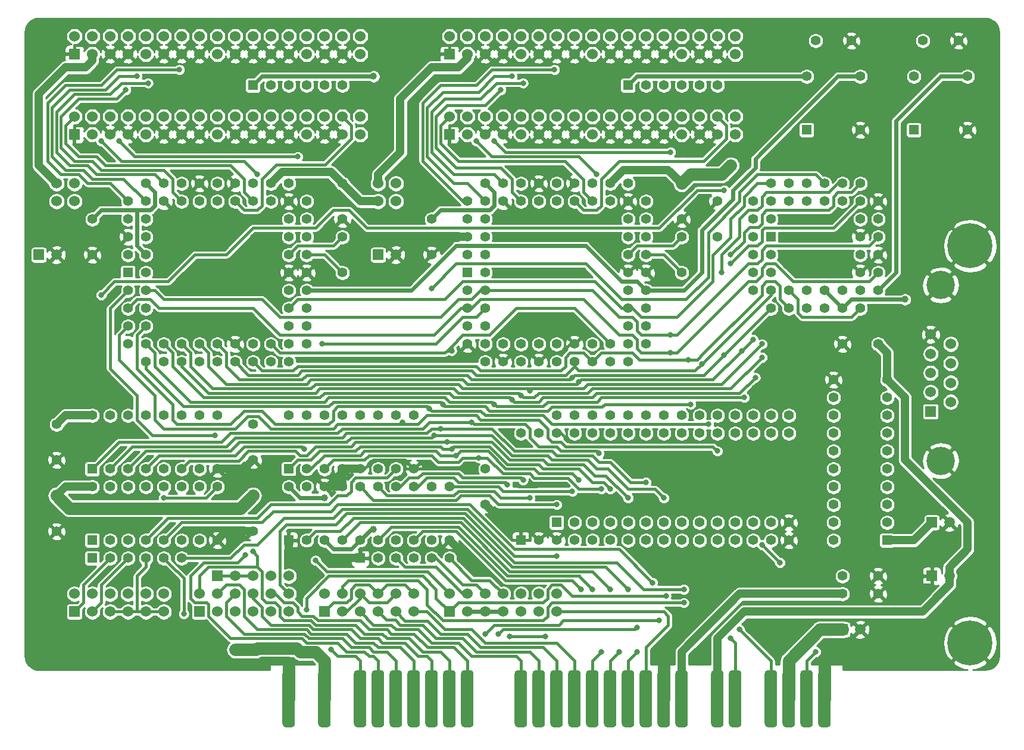
<source format=gbl>
%TF.GenerationSoftware,KiCad,Pcbnew,(5.1.8)-1*%
%TF.CreationDate,2021-12-03T10:01:58-08:00*%
%TF.ProjectId,isa_monster_fdc,6973615f-6d6f-46e7-9374-65725f666463,1.0*%
%TF.SameCoordinates,Original*%
%TF.FileFunction,Copper,L2,Bot*%
%TF.FilePolarity,Positive*%
%FSLAX46Y46*%
G04 Gerber Fmt 4.6, Leading zero omitted, Abs format (unit mm)*
G04 Created by KiCad (PCBNEW (5.1.8)-1) date 2021-12-03 10:01:58*
%MOMM*%
%LPD*%
G01*
G04 APERTURE LIST*
%TA.AperFunction,ComponentPad*%
%ADD10C,1.524000*%
%TD*%
%TA.AperFunction,ComponentPad*%
%ADD11R,1.524000X1.524000*%
%TD*%
%TA.AperFunction,ComponentPad*%
%ADD12C,1.397000*%
%TD*%
%TA.AperFunction,ComponentPad*%
%ADD13R,1.397000X1.397000*%
%TD*%
%TA.AperFunction,ComponentPad*%
%ADD14C,4.048760*%
%TD*%
%TA.AperFunction,ComponentPad*%
%ADD15R,1.490980X1.490980*%
%TD*%
%TA.AperFunction,ComponentPad*%
%ADD16C,1.490980*%
%TD*%
%TA.AperFunction,ComponentPad*%
%ADD17C,0.800000*%
%TD*%
%TA.AperFunction,ComponentPad*%
%ADD18C,6.400000*%
%TD*%
%TA.AperFunction,ViaPad*%
%ADD19C,0.800000*%
%TD*%
%TA.AperFunction,ViaPad*%
%ADD20C,1.000000*%
%TD*%
%TA.AperFunction,Conductor*%
%ADD21C,0.400000*%
%TD*%
%TA.AperFunction,Conductor*%
%ADD22C,1.200000*%
%TD*%
%TA.AperFunction,Conductor*%
%ADD23C,0.600000*%
%TD*%
%TA.AperFunction,Conductor*%
%ADD24C,1.750000*%
%TD*%
%TA.AperFunction,Conductor*%
%ADD25C,0.254000*%
%TD*%
%TA.AperFunction,Conductor*%
%ADD26C,0.150000*%
%TD*%
G04 APERTURE END LIST*
D10*
%TO.P,J2,29*%
%TO.N,GND*%
X167640000Y-65405000D03*
%TO.P,J2,34*%
%TO.N,/DSKCG1*%
X172720000Y-62865000D03*
%TO.P,J2,28*%
%TO.N,/WP1*%
X165100000Y-62865000D03*
%TO.P,J2,31*%
%TO.N,GND*%
X170180000Y-65405000D03*
%TO.P,J2,33*%
%TO.N,Net-(J2-Pad33)*%
X172720000Y-65405000D03*
%TO.P,J2,30*%
%TO.N,/RDATA1*%
X167640000Y-62865000D03*
%TO.P,J2,27*%
%TO.N,Net-(J2-Pad27)*%
X165100000Y-65405000D03*
%TO.P,J2,32*%
%TO.N,/HDSEL1*%
X170180000Y-62865000D03*
%TO.P,J2,26*%
%TO.N,/TRK0_1*%
X162560000Y-62865000D03*
%TO.P,J2,25*%
%TO.N,GND*%
X162560000Y-65405000D03*
%TO.P,J2,24*%
%TO.N,/WE1*%
X160020000Y-62865000D03*
%TO.P,J2,23*%
%TO.N,GND*%
X160020000Y-65405000D03*
%TO.P,J2,22*%
%TO.N,/WDATA1*%
X157480000Y-62865000D03*
%TO.P,J2,21*%
%TO.N,GND*%
X157480000Y-65405000D03*
%TO.P,J2,20*%
%TO.N,/STEP1*%
X154940000Y-62865000D03*
%TO.P,J2,19*%
%TO.N,GND*%
X154940000Y-65405000D03*
%TO.P,J2,18*%
%TO.N,/DIR1*%
X152400000Y-62865000D03*
%TO.P,J2,17*%
%TO.N,Net-(J2-Pad17)*%
X152400000Y-65405000D03*
%TO.P,J2,16*%
%TO.N,/ME_D*%
X149860000Y-62865000D03*
%TO.P,J2,15*%
%TO.N,GND*%
X149860000Y-65405000D03*
%TO.P,J2,14*%
%TO.N,/DS_C*%
X147320000Y-62865000D03*
%TO.P,J2,13*%
%TO.N,GND*%
X147320000Y-65405000D03*
%TO.P,J2,12*%
%TO.N,/DS_D*%
X144780000Y-62865000D03*
%TO.P,J2,11*%
%TO.N,GND*%
X144780000Y-65405000D03*
%TO.P,J2,10*%
%TO.N,/ME_C*%
X142240000Y-62865000D03*
%TO.P,J2,9*%
%TO.N,Net-(J2-Pad9)*%
X142240000Y-65405000D03*
%TO.P,J2,8*%
%TO.N,/INDEX1*%
X139700000Y-62865000D03*
%TO.P,J2,7*%
%TO.N,GND*%
X139700000Y-65405000D03*
%TO.P,J2,6*%
%TO.N,/DRATE1*%
X137160000Y-62865000D03*
%TO.P,J2,5*%
%TO.N,GND*%
X137160000Y-65405000D03*
%TO.P,J2,4*%
%TO.N,Net-(J2-Pad4)*%
X134620000Y-62865000D03*
%TO.P,J2,3*%
%TO.N,/FLOPPY2_VCC*%
X134620000Y-65405000D03*
%TO.P,J2,2*%
%TO.N,/DENSL1*%
X132080000Y-62865000D03*
D11*
%TO.P,J2,1*%
%TO.N,GND*%
X132080000Y-65405000D03*
%TD*%
D10*
%TO.P,J4,29*%
%TO.N,GND*%
X114300000Y-65405000D03*
%TO.P,J4,34*%
%TO.N,/DSKCG2*%
X119380000Y-62865000D03*
%TO.P,J4,28*%
%TO.N,/WP2*%
X111760000Y-62865000D03*
%TO.P,J4,31*%
%TO.N,GND*%
X116840000Y-65405000D03*
%TO.P,J4,33*%
%TO.N,Net-(J4-Pad33)*%
X119380000Y-65405000D03*
%TO.P,J4,30*%
%TO.N,/RDATA2*%
X114300000Y-62865000D03*
%TO.P,J4,27*%
%TO.N,Net-(J4-Pad27)*%
X111760000Y-65405000D03*
%TO.P,J4,32*%
%TO.N,/HDSEL2*%
X116840000Y-62865000D03*
%TO.P,J4,26*%
%TO.N,/TRK0_2*%
X109220000Y-62865000D03*
%TO.P,J4,25*%
%TO.N,GND*%
X109220000Y-65405000D03*
%TO.P,J4,24*%
%TO.N,/WE2*%
X106680000Y-62865000D03*
%TO.P,J4,23*%
%TO.N,GND*%
X106680000Y-65405000D03*
%TO.P,J4,22*%
%TO.N,/WDATA2*%
X104140000Y-62865000D03*
%TO.P,J4,21*%
%TO.N,GND*%
X104140000Y-65405000D03*
%TO.P,J4,20*%
%TO.N,/STEP2*%
X101600000Y-62865000D03*
%TO.P,J4,19*%
%TO.N,GND*%
X101600000Y-65405000D03*
%TO.P,J4,18*%
%TO.N,/DIR2*%
X99060000Y-62865000D03*
%TO.P,J4,17*%
%TO.N,Net-(J4-Pad17)*%
X99060000Y-65405000D03*
%TO.P,J4,16*%
%TO.N,/ME_H*%
X96520000Y-62865000D03*
%TO.P,J4,15*%
%TO.N,GND*%
X96520000Y-65405000D03*
%TO.P,J4,14*%
%TO.N,/DS_G*%
X93980000Y-62865000D03*
%TO.P,J4,13*%
%TO.N,GND*%
X93980000Y-65405000D03*
%TO.P,J4,12*%
%TO.N,/DS_H*%
X91440000Y-62865000D03*
%TO.P,J4,11*%
%TO.N,GND*%
X91440000Y-65405000D03*
%TO.P,J4,10*%
%TO.N,/ME_G*%
X88900000Y-62865000D03*
%TO.P,J4,9*%
%TO.N,Net-(J4-Pad9)*%
X88900000Y-65405000D03*
%TO.P,J4,8*%
%TO.N,/INDEX2*%
X86360000Y-62865000D03*
%TO.P,J4,7*%
%TO.N,GND*%
X86360000Y-65405000D03*
%TO.P,J4,6*%
%TO.N,/DRATE2*%
X83820000Y-62865000D03*
%TO.P,J4,5*%
%TO.N,GND*%
X83820000Y-65405000D03*
%TO.P,J4,4*%
%TO.N,Net-(J4-Pad4)*%
X81280000Y-62865000D03*
%TO.P,J4,3*%
%TO.N,/FLOPPY4_VCC*%
X81280000Y-65405000D03*
%TO.P,J4,2*%
%TO.N,/DENSL2*%
X78740000Y-62865000D03*
D11*
%TO.P,J4,1*%
%TO.N,GND*%
X78740000Y-65405000D03*
%TD*%
D10*
%TO.P,J1,29*%
%TO.N,GND*%
X167640000Y-53975000D03*
%TO.P,J1,34*%
%TO.N,/DSKCG1*%
X172720000Y-51435000D03*
%TO.P,J1,28*%
%TO.N,/WP1*%
X165100000Y-51435000D03*
%TO.P,J1,31*%
%TO.N,GND*%
X170180000Y-53975000D03*
%TO.P,J1,33*%
%TO.N,Net-(J1-Pad33)*%
X172720000Y-53975000D03*
%TO.P,J1,30*%
%TO.N,/RDATA1*%
X167640000Y-51435000D03*
%TO.P,J1,27*%
%TO.N,Net-(J1-Pad27)*%
X165100000Y-53975000D03*
%TO.P,J1,32*%
%TO.N,/HDSEL1*%
X170180000Y-51435000D03*
%TO.P,J1,26*%
%TO.N,/TRK0_1*%
X162560000Y-51435000D03*
%TO.P,J1,25*%
%TO.N,GND*%
X162560000Y-53975000D03*
%TO.P,J1,24*%
%TO.N,/WE1*%
X160020000Y-51435000D03*
%TO.P,J1,23*%
%TO.N,GND*%
X160020000Y-53975000D03*
%TO.P,J1,22*%
%TO.N,/WDATA1*%
X157480000Y-51435000D03*
%TO.P,J1,21*%
%TO.N,GND*%
X157480000Y-53975000D03*
%TO.P,J1,20*%
%TO.N,/STEP1*%
X154940000Y-51435000D03*
%TO.P,J1,19*%
%TO.N,GND*%
X154940000Y-53975000D03*
%TO.P,J1,18*%
%TO.N,/DIR1*%
X152400000Y-51435000D03*
%TO.P,J1,17*%
%TO.N,Net-(J1-Pad17)*%
X152400000Y-53975000D03*
%TO.P,J1,16*%
%TO.N,/ME_B*%
X149860000Y-51435000D03*
%TO.P,J1,15*%
%TO.N,GND*%
X149860000Y-53975000D03*
%TO.P,J1,14*%
%TO.N,/DS_A*%
X147320000Y-51435000D03*
%TO.P,J1,13*%
%TO.N,GND*%
X147320000Y-53975000D03*
%TO.P,J1,12*%
%TO.N,/DS_B*%
X144780000Y-51435000D03*
%TO.P,J1,11*%
%TO.N,GND*%
X144780000Y-53975000D03*
%TO.P,J1,10*%
%TO.N,/ME_A*%
X142240000Y-51435000D03*
%TO.P,J1,9*%
%TO.N,Net-(J1-Pad9)*%
X142240000Y-53975000D03*
%TO.P,J1,8*%
%TO.N,/INDEX1*%
X139700000Y-51435000D03*
%TO.P,J1,7*%
%TO.N,GND*%
X139700000Y-53975000D03*
%TO.P,J1,6*%
%TO.N,/DRATE1*%
X137160000Y-51435000D03*
%TO.P,J1,5*%
%TO.N,GND*%
X137160000Y-53975000D03*
%TO.P,J1,4*%
%TO.N,Net-(J1-Pad4)*%
X134620000Y-51435000D03*
%TO.P,J1,3*%
%TO.N,/FLOPPY1_VCC*%
X134620000Y-53975000D03*
%TO.P,J1,2*%
%TO.N,/DENSL1*%
X132080000Y-51435000D03*
D11*
%TO.P,J1,1*%
%TO.N,GND*%
X132080000Y-53975000D03*
%TD*%
D10*
%TO.P,J3,29*%
%TO.N,GND*%
X114300000Y-53975000D03*
%TO.P,J3,34*%
%TO.N,/DSKCG2*%
X119380000Y-51435000D03*
%TO.P,J3,28*%
%TO.N,/WP2*%
X111760000Y-51435000D03*
%TO.P,J3,31*%
%TO.N,GND*%
X116840000Y-53975000D03*
%TO.P,J3,33*%
%TO.N,Net-(J3-Pad33)*%
X119380000Y-53975000D03*
%TO.P,J3,30*%
%TO.N,/RDATA2*%
X114300000Y-51435000D03*
%TO.P,J3,27*%
%TO.N,Net-(J3-Pad27)*%
X111760000Y-53975000D03*
%TO.P,J3,32*%
%TO.N,/HDSEL2*%
X116840000Y-51435000D03*
%TO.P,J3,26*%
%TO.N,/TRK0_2*%
X109220000Y-51435000D03*
%TO.P,J3,25*%
%TO.N,GND*%
X109220000Y-53975000D03*
%TO.P,J3,24*%
%TO.N,/WE2*%
X106680000Y-51435000D03*
%TO.P,J3,23*%
%TO.N,GND*%
X106680000Y-53975000D03*
%TO.P,J3,22*%
%TO.N,/WDATA2*%
X104140000Y-51435000D03*
%TO.P,J3,21*%
%TO.N,GND*%
X104140000Y-53975000D03*
%TO.P,J3,20*%
%TO.N,/STEP2*%
X101600000Y-51435000D03*
%TO.P,J3,19*%
%TO.N,GND*%
X101600000Y-53975000D03*
%TO.P,J3,18*%
%TO.N,/DIR2*%
X99060000Y-51435000D03*
%TO.P,J3,17*%
%TO.N,Net-(J3-Pad17)*%
X99060000Y-53975000D03*
%TO.P,J3,16*%
%TO.N,/ME_F*%
X96520000Y-51435000D03*
%TO.P,J3,15*%
%TO.N,GND*%
X96520000Y-53975000D03*
%TO.P,J3,14*%
%TO.N,/DS_E*%
X93980000Y-51435000D03*
%TO.P,J3,13*%
%TO.N,GND*%
X93980000Y-53975000D03*
%TO.P,J3,12*%
%TO.N,/DS_F*%
X91440000Y-51435000D03*
%TO.P,J3,11*%
%TO.N,GND*%
X91440000Y-53975000D03*
%TO.P,J3,10*%
%TO.N,/ME_E*%
X88900000Y-51435000D03*
%TO.P,J3,9*%
%TO.N,Net-(J3-Pad9)*%
X88900000Y-53975000D03*
%TO.P,J3,8*%
%TO.N,/INDEX2*%
X86360000Y-51435000D03*
%TO.P,J3,7*%
%TO.N,GND*%
X86360000Y-53975000D03*
%TO.P,J3,6*%
%TO.N,/DRATE2*%
X83820000Y-51435000D03*
%TO.P,J3,5*%
%TO.N,GND*%
X83820000Y-53975000D03*
%TO.P,J3,4*%
%TO.N,Net-(J3-Pad4)*%
X81280000Y-51435000D03*
%TO.P,J3,3*%
%TO.N,/FLOPPY3_VCC*%
X81280000Y-53975000D03*
%TO.P,J3,2*%
%TO.N,/DENSL2*%
X78740000Y-51435000D03*
D11*
%TO.P,J3,1*%
%TO.N,GND*%
X78740000Y-53975000D03*
%TD*%
D12*
%TO.P,U3,44*%
%TO.N,VCC*%
X175260000Y-80010000D03*
%TO.P,U3,43*%
%TO.N,/~RI*%
X177800000Y-77470000D03*
%TO.P,U3,42*%
%TO.N,/~DCD*%
X175260000Y-77470000D03*
%TO.P,U3,41*%
%TO.N,/~DSR*%
X177800000Y-74930000D03*
%TO.P,U3,40*%
%TO.N,/~CTS*%
X175260000Y-74930000D03*
%TO.P,U3,39*%
%TO.N,/RESETDRV*%
X177800000Y-72390000D03*
%TO.P,U3,38*%
%TO.N,Net-(U3-Pad38)*%
X180340000Y-74930000D03*
%TO.P,U3,37*%
%TO.N,/~DTR*%
X180340000Y-72390000D03*
%TO.P,U3,36*%
%TO.N,/~RTS*%
X182880000Y-74930000D03*
%TO.P,U3,35*%
%TO.N,Net-(U3-Pad35)*%
X182880000Y-72390000D03*
%TO.P,U3,34*%
%TO.N,Net-(U3-Pad34)*%
X185420000Y-74930000D03*
%TO.P,U3,33*%
%TO.N,/UART_IRQ*%
X185420000Y-72390000D03*
%TO.P,U3,32*%
%TO.N,Net-(U3-Pad32)*%
X187960000Y-74930000D03*
%TO.P,U3,31*%
%TO.N,/A0*%
X187960000Y-72390000D03*
%TO.P,U3,30*%
%TO.N,/A1*%
X190500000Y-74930000D03*
%TO.P,U3,29*%
%TO.N,/A2*%
X190500000Y-72390000D03*
%TO.P,U3,28*%
%TO.N,GND*%
X193040000Y-74930000D03*
%TO.P,U3,27*%
%TO.N,Net-(U3-Pad27)*%
X190500000Y-77470000D03*
%TO.P,U3,26*%
%TO.N,Net-(U3-Pad26)*%
X193040000Y-77470000D03*
%TO.P,U3,25*%
%TO.N,GND*%
X190500000Y-80010000D03*
%TO.P,U3,24*%
%TO.N,/~IOR*%
X193040000Y-80010000D03*
%TO.P,U3,23*%
%TO.N,Net-(U3-Pad23)*%
X190500000Y-82550000D03*
%TO.P,U3,22*%
%TO.N,GND*%
X193040000Y-82550000D03*
%TO.P,U3,21*%
X190500000Y-85090000D03*
%TO.P,U3,20*%
%TO.N,/~IOW*%
X193040000Y-85090000D03*
%TO.P,U3,19*%
%TO.N,Net-(U3-Pad19)*%
X190500000Y-87630000D03*
%TO.P,U3,18*%
%TO.N,/UART_CLK*%
X193040000Y-87630000D03*
%TO.P,U3,17*%
%TO.N,Net-(U3-Pad10)*%
X190500000Y-90170000D03*
%TO.P,U3,16*%
%TO.N,/~UART_CS*%
X187960000Y-87630000D03*
%TO.P,U3,15*%
%TO.N,VCC*%
X187960000Y-90170000D03*
%TO.P,U3,14*%
X185420000Y-87630000D03*
%TO.P,U3,13*%
%TO.N,/SOUT*%
X185420000Y-90170000D03*
%TO.P,U3,12*%
%TO.N,Net-(U3-Pad12)*%
X182880000Y-87630000D03*
%TO.P,U3,11*%
%TO.N,/SIN*%
X182880000Y-90170000D03*
%TO.P,U3,10*%
%TO.N,Net-(U3-Pad10)*%
X180340000Y-87630000D03*
%TO.P,U3,9*%
%TO.N,/D7*%
X180340000Y-90170000D03*
%TO.P,U3,8*%
%TO.N,/D6*%
X177800000Y-87630000D03*
%TO.P,U3,7*%
%TO.N,/D5*%
X177800000Y-90170000D03*
%TO.P,U3,6*%
%TO.N,/D4*%
X175260000Y-87630000D03*
%TO.P,U3,5*%
%TO.N,/D3*%
X177800000Y-85090000D03*
%TO.P,U3,4*%
%TO.N,/D2*%
X175260000Y-85090000D03*
%TO.P,U3,3*%
%TO.N,/D1*%
X177800000Y-82550000D03*
%TO.P,U3,2*%
%TO.N,/D0*%
X175260000Y-82550000D03*
D13*
%TO.P,U3,1*%
%TO.N,Net-(U3-Pad1)*%
X177800000Y-80010000D03*
%TD*%
D12*
%TO.P,X1,8*%
%TO.N,VCC*%
X182880000Y-57150000D03*
%TO.P,X1,5*%
%TO.N,/FDC_CLK*%
X190500000Y-57150000D03*
%TO.P,X1,4*%
%TO.N,GND*%
X190500000Y-64770000D03*
D13*
%TO.P,X1,1*%
%TO.N,Net-(X1-Pad1)*%
X182880000Y-64770000D03*
%TD*%
D12*
%TO.P,X2,8*%
%TO.N,VCC*%
X198120000Y-57150000D03*
%TO.P,X2,5*%
%TO.N,/UART_CLK*%
X205740000Y-57150000D03*
%TO.P,X2,4*%
%TO.N,GND*%
X205740000Y-64770000D03*
D13*
%TO.P,X2,1*%
%TO.N,Net-(X2-Pad1)*%
X198120000Y-64770000D03*
%TD*%
D10*
%TO.P,J5,6*%
%TO.N,/DSR*%
X203352400Y-103479600D03*
%TO.P,J5,7*%
%TO.N,/RTS*%
X203352400Y-100761800D03*
%TO.P,J5,8*%
%TO.N,/CTS*%
X203352400Y-97993200D03*
%TO.P,J5,9*%
%TO.N,/RI*%
X203352400Y-95250000D03*
%TO.P,J5,5*%
%TO.N,GND*%
X200507600Y-93878400D03*
%TO.P,J5,4*%
%TO.N,/DTR*%
X200507600Y-96621600D03*
%TO.P,J5,3*%
%TO.N,/TX*%
X200507600Y-99364800D03*
%TO.P,J5,2*%
%TO.N,/RX*%
X200507600Y-102108000D03*
D11*
%TO.P,J5,1*%
%TO.N,/DCD*%
X200507600Y-104851200D03*
D14*
%TO.P,J5,GND*%
%TO.N,GND*%
X201930000Y-86870540D03*
X201930000Y-111859060D03*
%TD*%
D12*
%TO.P,U1,68*%
%TO.N,VCC*%
X137160000Y-82550000D03*
%TO.P,U1,67*%
%TO.N,/DS_D*%
X134620000Y-82550000D03*
%TO.P,U1,66*%
%TO.N,/ME_D*%
X137160000Y-80010000D03*
%TO.P,U1,65*%
%TO.N,GND*%
X134620000Y-80010000D03*
%TO.P,U1,64*%
%TO.N,/DS_C*%
X137160000Y-77470000D03*
%TO.P,U1,63*%
%TO.N,/ME_C*%
X134620000Y-77470000D03*
%TO.P,U1,62*%
%TO.N,/DS_B*%
X137160000Y-74930000D03*
%TO.P,U1,61*%
%TO.N,/ME_B*%
X134620000Y-74930000D03*
%TO.P,U1,60*%
%TO.N,VCC*%
X137160000Y-72390000D03*
%TO.P,U1,59*%
%TO.N,GND*%
X139700000Y-74930000D03*
%TO.P,U1,58*%
%TO.N,/DS_A*%
X139700000Y-72390000D03*
%TO.P,U1,57*%
%TO.N,/ME_A*%
X142240000Y-74930000D03*
%TO.P,U1,56*%
%TO.N,/DIR1*%
X142240000Y-72390000D03*
%TO.P,U1,55*%
%TO.N,/STEP1*%
X144780000Y-74930000D03*
%TO.P,U1,54*%
%TO.N,GND*%
X144780000Y-72390000D03*
%TO.P,U1,53*%
%TO.N,/WDATA1*%
X147320000Y-74930000D03*
%TO.P,U1,52*%
%TO.N,/WE1*%
X147320000Y-72390000D03*
%TO.P,U1,51*%
%TO.N,/HDSEL1*%
X149860000Y-74930000D03*
%TO.P,U1,50*%
%TO.N,GND*%
X149860000Y-72390000D03*
%TO.P,U1,49*%
%TO.N,/DENSL1*%
X152400000Y-74930000D03*
%TO.P,U1,48*%
%TO.N,Net-(U1-Pad48)*%
X152400000Y-72390000D03*
%TO.P,U1,47*%
%TO.N,Net-(U1-Pad47)*%
X154940000Y-74930000D03*
%TO.P,U1,46*%
%TO.N,VCC*%
X154940000Y-72390000D03*
%TO.P,U1,45*%
%TO.N,GND*%
X157480000Y-74930000D03*
%TO.P,U1,44*%
%TO.N,Net-(U1-Pad44)*%
X157480000Y-72390000D03*
%TO.P,U1,43*%
%TO.N,Net-(U1-Pad43)*%
X160020000Y-74930000D03*
%TO.P,U1,42*%
%TO.N,Net-(U1-Pad42)*%
X157480000Y-77470000D03*
%TO.P,U1,41*%
%TO.N,/RDATA1*%
X160020000Y-77470000D03*
%TO.P,U1,40*%
%TO.N,VCC*%
X157480000Y-80010000D03*
%TO.P,U1,39*%
X160020000Y-80010000D03*
%TO.P,U1,38*%
%TO.N,Net-(C1-Pad1)*%
X157480000Y-82550000D03*
%TO.P,U1,37*%
%TO.N,Net-(C1-Pad2)*%
X160020000Y-82550000D03*
%TO.P,U1,36*%
%TO.N,GND*%
X157480000Y-85090000D03*
%TO.P,U1,35*%
X160020000Y-85090000D03*
%TO.P,U1,34*%
%TO.N,Net-(U1-Pad34)*%
X157480000Y-87630000D03*
%TO.P,U1,33*%
%TO.N,/FDC_CLK*%
X160020000Y-87630000D03*
%TO.P,U1,32*%
%TO.N,/RESETDRV*%
X157480000Y-90170000D03*
%TO.P,U1,31*%
%TO.N,/DSKCG1*%
X160020000Y-90170000D03*
%TO.P,U1,30*%
%TO.N,GND*%
X157480000Y-92710000D03*
%TO.P,U1,29*%
%TO.N,Net-(U1-Pad29)*%
X160020000Y-92710000D03*
%TO.P,U1,28*%
%TO.N,/DRATE1*%
X157480000Y-95250000D03*
%TO.P,U1,27*%
%TO.N,VCC*%
X160020000Y-95250000D03*
%TO.P,U1,26*%
%TO.N,/INDEX1*%
X157480000Y-97790000D03*
%TO.P,U1,25*%
%TO.N,/TC*%
X154940000Y-95250000D03*
%TO.P,U1,24*%
%TO.N,/DRQ2*%
X154940000Y-97790000D03*
%TO.P,U1,23*%
%TO.N,/IRQ6*%
X152400000Y-95250000D03*
%TO.P,U1,22*%
%TO.N,/D7*%
X152400000Y-97790000D03*
%TO.P,U1,21*%
%TO.N,GND*%
X149860000Y-95250000D03*
%TO.P,U1,20*%
%TO.N,/D6*%
X149860000Y-97790000D03*
%TO.P,U1,19*%
%TO.N,/D5*%
X147320000Y-95250000D03*
%TO.P,U1,18*%
%TO.N,VCC*%
X147320000Y-97790000D03*
%TO.P,U1,17*%
%TO.N,/D4*%
X144780000Y-95250000D03*
%TO.P,U1,16*%
%TO.N,GND*%
X144780000Y-97790000D03*
%TO.P,U1,15*%
%TO.N,/D3*%
X142240000Y-95250000D03*
%TO.P,U1,14*%
%TO.N,/D2*%
X142240000Y-97790000D03*
%TO.P,U1,13*%
%TO.N,/D1*%
X139700000Y-95250000D03*
%TO.P,U1,12*%
%TO.N,GND*%
X139700000Y-97790000D03*
%TO.P,U1,11*%
%TO.N,/D0*%
X137160000Y-95250000D03*
%TO.P,U1,10*%
%TO.N,/A2*%
X137160000Y-97790000D03*
%TO.P,U1,9*%
%TO.N,GND*%
X134620000Y-95250000D03*
%TO.P,U1,8*%
%TO.N,/A1*%
X137160000Y-92710000D03*
%TO.P,U1,7*%
%TO.N,/A0*%
X134620000Y-92710000D03*
%TO.P,U1,6*%
%TO.N,/~FDC1_CS*%
X137160000Y-90170000D03*
%TO.P,U1,5*%
%TO.N,/~IOW*%
X134620000Y-90170000D03*
%TO.P,U1,4*%
%TO.N,/~IOR*%
X137160000Y-87630000D03*
%TO.P,U1,3*%
%TO.N,/~DACK2*%
X134620000Y-87630000D03*
%TO.P,U1,2*%
%TO.N,/TRK0_1*%
X137160000Y-85090000D03*
D13*
%TO.P,U1,1*%
%TO.N,/WP1*%
X134620000Y-85090000D03*
%TD*%
D12*
%TO.P,U2,68*%
%TO.N,VCC*%
X88900000Y-82550000D03*
%TO.P,U2,67*%
%TO.N,/DS_H*%
X86360000Y-82550000D03*
%TO.P,U2,66*%
%TO.N,/ME_H*%
X88900000Y-80010000D03*
%TO.P,U2,65*%
%TO.N,GND*%
X86360000Y-80010000D03*
%TO.P,U2,64*%
%TO.N,/DS_G*%
X88900000Y-77470000D03*
%TO.P,U2,63*%
%TO.N,/ME_G*%
X86360000Y-77470000D03*
%TO.P,U2,62*%
%TO.N,/DS_F*%
X88900000Y-74930000D03*
%TO.P,U2,61*%
%TO.N,/ME_F*%
X86360000Y-74930000D03*
%TO.P,U2,60*%
%TO.N,VCC*%
X88900000Y-72390000D03*
%TO.P,U2,59*%
%TO.N,GND*%
X91440000Y-74930000D03*
%TO.P,U2,58*%
%TO.N,/DS_E*%
X91440000Y-72390000D03*
%TO.P,U2,57*%
%TO.N,/ME_E*%
X93980000Y-74930000D03*
%TO.P,U2,56*%
%TO.N,/DIR2*%
X93980000Y-72390000D03*
%TO.P,U2,55*%
%TO.N,/STEP2*%
X96520000Y-74930000D03*
%TO.P,U2,54*%
%TO.N,GND*%
X96520000Y-72390000D03*
%TO.P,U2,53*%
%TO.N,/WDATA2*%
X99060000Y-74930000D03*
%TO.P,U2,52*%
%TO.N,/WE2*%
X99060000Y-72390000D03*
%TO.P,U2,51*%
%TO.N,/HDSEL2*%
X101600000Y-74930000D03*
%TO.P,U2,50*%
%TO.N,GND*%
X101600000Y-72390000D03*
%TO.P,U2,49*%
%TO.N,/DENSL2*%
X104140000Y-74930000D03*
%TO.P,U2,48*%
%TO.N,Net-(U2-Pad48)*%
X104140000Y-72390000D03*
%TO.P,U2,47*%
%TO.N,Net-(U2-Pad47)*%
X106680000Y-74930000D03*
%TO.P,U2,46*%
%TO.N,VCC*%
X106680000Y-72390000D03*
%TO.P,U2,45*%
%TO.N,GND*%
X109220000Y-74930000D03*
%TO.P,U2,44*%
%TO.N,Net-(U2-Pad44)*%
X109220000Y-72390000D03*
%TO.P,U2,43*%
%TO.N,Net-(U2-Pad43)*%
X111760000Y-74930000D03*
%TO.P,U2,42*%
%TO.N,Net-(U2-Pad42)*%
X109220000Y-77470000D03*
%TO.P,U2,41*%
%TO.N,/RDATA2*%
X111760000Y-77470000D03*
%TO.P,U2,40*%
%TO.N,VCC*%
X109220000Y-80010000D03*
%TO.P,U2,39*%
X111760000Y-80010000D03*
%TO.P,U2,38*%
%TO.N,Net-(C2-Pad1)*%
X109220000Y-82550000D03*
%TO.P,U2,37*%
%TO.N,Net-(C2-Pad2)*%
X111760000Y-82550000D03*
%TO.P,U2,36*%
%TO.N,GND*%
X109220000Y-85090000D03*
%TO.P,U2,35*%
X111760000Y-85090000D03*
%TO.P,U2,34*%
%TO.N,Net-(U2-Pad34)*%
X109220000Y-87630000D03*
%TO.P,U2,33*%
%TO.N,/FDC_CLK*%
X111760000Y-87630000D03*
%TO.P,U2,32*%
%TO.N,/RESETDRV*%
X109220000Y-90170000D03*
%TO.P,U2,31*%
%TO.N,/DSKCG2*%
X111760000Y-90170000D03*
%TO.P,U2,30*%
%TO.N,GND*%
X109220000Y-92710000D03*
%TO.P,U2,29*%
%TO.N,Net-(U2-Pad29)*%
X111760000Y-92710000D03*
%TO.P,U2,28*%
%TO.N,/DRATE2*%
X109220000Y-95250000D03*
%TO.P,U2,27*%
%TO.N,VCC*%
X111760000Y-95250000D03*
%TO.P,U2,26*%
%TO.N,/INDEX2*%
X109220000Y-97790000D03*
%TO.P,U2,25*%
%TO.N,/TC*%
X106680000Y-95250000D03*
%TO.P,U2,24*%
%TO.N,/FDC2_DRQ*%
X106680000Y-97790000D03*
%TO.P,U2,23*%
%TO.N,/FDC2_IRQ*%
X104140000Y-95250000D03*
%TO.P,U2,22*%
%TO.N,/D7*%
X104140000Y-97790000D03*
%TO.P,U2,21*%
%TO.N,GND*%
X101600000Y-95250000D03*
%TO.P,U2,20*%
%TO.N,/D6*%
X101600000Y-97790000D03*
%TO.P,U2,19*%
%TO.N,/D5*%
X99060000Y-95250000D03*
%TO.P,U2,18*%
%TO.N,VCC*%
X99060000Y-97790000D03*
%TO.P,U2,17*%
%TO.N,/D4*%
X96520000Y-95250000D03*
%TO.P,U2,16*%
%TO.N,GND*%
X96520000Y-97790000D03*
%TO.P,U2,15*%
%TO.N,/D3*%
X93980000Y-95250000D03*
%TO.P,U2,14*%
%TO.N,/D2*%
X93980000Y-97790000D03*
%TO.P,U2,13*%
%TO.N,/D1*%
X91440000Y-95250000D03*
%TO.P,U2,12*%
%TO.N,GND*%
X91440000Y-97790000D03*
%TO.P,U2,11*%
%TO.N,/D0*%
X88900000Y-95250000D03*
%TO.P,U2,10*%
%TO.N,/A2*%
X88900000Y-97790000D03*
%TO.P,U2,9*%
%TO.N,GND*%
X86360000Y-95250000D03*
%TO.P,U2,8*%
%TO.N,/A1*%
X88900000Y-92710000D03*
%TO.P,U2,7*%
%TO.N,/A0*%
X86360000Y-92710000D03*
%TO.P,U2,6*%
%TO.N,/~FDC2_CS*%
X88900000Y-90170000D03*
%TO.P,U2,5*%
%TO.N,/~IOW*%
X86360000Y-90170000D03*
%TO.P,U2,4*%
%TO.N,/~IOR*%
X88900000Y-87630000D03*
%TO.P,U2,3*%
%TO.N,/~FDC2_DACK*%
X86360000Y-87630000D03*
%TO.P,U2,2*%
%TO.N,/TRK0_2*%
X88900000Y-85090000D03*
D13*
%TO.P,U2,1*%
%TO.N,/WP2*%
X86360000Y-85090000D03*
%TD*%
%TO.P,U5,1*%
%TO.N,GND*%
X142240000Y-123190000D03*
D12*
%TO.P,U5,2*%
X144780000Y-123190000D03*
%TO.P,U5,3*%
X147320000Y-123190000D03*
%TO.P,U5,4*%
%TO.N,/A12*%
X149860000Y-123190000D03*
%TO.P,U5,5*%
%TO.N,/A7*%
X152400000Y-123190000D03*
%TO.P,U5,6*%
%TO.N,/A6*%
X154940000Y-123190000D03*
%TO.P,U5,7*%
%TO.N,/A5*%
X157480000Y-123190000D03*
%TO.P,U5,8*%
%TO.N,/A4*%
X160020000Y-123190000D03*
%TO.P,U5,9*%
%TO.N,/A3*%
X162560000Y-123190000D03*
%TO.P,U5,10*%
%TO.N,/A2*%
X165100000Y-123190000D03*
%TO.P,U5,11*%
%TO.N,/A1*%
X167640000Y-123190000D03*
%TO.P,U5,12*%
%TO.N,/A0*%
X170180000Y-123190000D03*
%TO.P,U5,13*%
%TO.N,/D0*%
X172720000Y-123190000D03*
%TO.P,U5,14*%
%TO.N,/D1*%
X175260000Y-123190000D03*
%TO.P,U5,15*%
%TO.N,/D2*%
X177800000Y-123190000D03*
%TO.P,U5,16*%
%TO.N,GND*%
X180340000Y-123190000D03*
%TO.P,U5,17*%
%TO.N,/D3*%
X180340000Y-107950000D03*
%TO.P,U5,18*%
%TO.N,/D4*%
X177800000Y-107950000D03*
%TO.P,U5,19*%
%TO.N,/D5*%
X175260000Y-107950000D03*
%TO.P,U5,20*%
%TO.N,/D6*%
X172720000Y-107950000D03*
%TO.P,U5,21*%
%TO.N,/D7*%
X170180000Y-107950000D03*
%TO.P,U5,22*%
%TO.N,/~ROM_CS*%
X167640000Y-107950000D03*
%TO.P,U5,23*%
%TO.N,/A10*%
X165100000Y-107950000D03*
%TO.P,U5,24*%
%TO.N,/~MEMR*%
X162560000Y-107950000D03*
%TO.P,U5,25*%
%TO.N,/A11*%
X160020000Y-107950000D03*
%TO.P,U5,26*%
%TO.N,/A9*%
X157480000Y-107950000D03*
%TO.P,U5,27*%
%TO.N,/A8*%
X154940000Y-107950000D03*
%TO.P,U5,28*%
%TO.N,/ROM_A13*%
X152400000Y-107950000D03*
%TO.P,U5,29*%
%TO.N,/ROM_A14*%
X149860000Y-107950000D03*
%TO.P,U5,30*%
%TO.N,GND*%
X147320000Y-107950000D03*
%TO.P,U5,31*%
%TO.N,/~ROMW*%
X144780000Y-107950000D03*
%TO.P,U5,32*%
%TO.N,VCC*%
X142240000Y-107950000D03*
%TD*%
D13*
%TO.P,U8,1*%
%TO.N,/A6*%
X109220000Y-113030000D03*
D12*
%TO.P,U8,2*%
%TO.N,/A7*%
X111760000Y-113030000D03*
%TO.P,U8,3*%
%TO.N,/A9*%
X114300000Y-113030000D03*
%TO.P,U8,4*%
%TO.N,GND*%
X116840000Y-113030000D03*
%TO.P,U8,5*%
X119380000Y-113030000D03*
%TO.P,U8,6*%
%TO.N,VCC*%
X121920000Y-113030000D03*
%TO.P,U8,7*%
%TO.N,Net-(U8-Pad7)*%
X124460000Y-113030000D03*
%TO.P,U8,8*%
%TO.N,GND*%
X127000000Y-113030000D03*
%TO.P,U8,9*%
%TO.N,Net-(U8-Pad9)*%
X127000000Y-105410000D03*
%TO.P,U8,10*%
%TO.N,Net-(U10-Pad4)*%
X124460000Y-105410000D03*
%TO.P,U8,11*%
%TO.N,Net-(U8-Pad11)*%
X121920000Y-105410000D03*
%TO.P,U8,12*%
%TO.N,Net-(U8-Pad12)*%
X119380000Y-105410000D03*
%TO.P,U8,13*%
%TO.N,Net-(U8-Pad13)*%
X116840000Y-105410000D03*
%TO.P,U8,14*%
%TO.N,Net-(U8-Pad14)*%
X114300000Y-105410000D03*
%TO.P,U8,15*%
%TO.N,Net-(U8-Pad15)*%
X111760000Y-105410000D03*
%TO.P,U8,16*%
%TO.N,VCC*%
X109220000Y-105410000D03*
%TD*%
D13*
%TO.P,U7,1*%
%TO.N,GND*%
X109220000Y-123190000D03*
D12*
%TO.P,U7,2*%
%TO.N,/A19*%
X111760000Y-123190000D03*
%TO.P,U7,3*%
%TO.N,VCC*%
X114300000Y-123190000D03*
%TO.P,U7,4*%
%TO.N,/A18*%
X116840000Y-123190000D03*
%TO.P,U7,5*%
%TO.N,VCC*%
X119380000Y-123190000D03*
%TO.P,U7,6*%
%TO.N,/A17*%
X121920000Y-123190000D03*
%TO.P,U7,7*%
%TO.N,Net-(JP5-Pad4)*%
X124460000Y-123190000D03*
%TO.P,U7,8*%
%TO.N,/A16*%
X127000000Y-123190000D03*
%TO.P,U7,9*%
%TO.N,Net-(JP5-Pad6)*%
X129540000Y-123190000D03*
%TO.P,U7,10*%
%TO.N,GND*%
X132080000Y-123190000D03*
%TO.P,U7,11*%
%TO.N,/A15*%
X132080000Y-115570000D03*
%TO.P,U7,12*%
%TO.N,Net-(JP5-Pad8)*%
X129540000Y-115570000D03*
%TO.P,U7,13*%
%TO.N,/A13*%
X127000000Y-115570000D03*
%TO.P,U7,14*%
%TO.N,/ROM_A13*%
X124460000Y-115570000D03*
%TO.P,U7,15*%
%TO.N,/A14*%
X121920000Y-115570000D03*
%TO.P,U7,16*%
%TO.N,/ROM_A14*%
X119380000Y-115570000D03*
%TO.P,U7,17*%
%TO.N,GND*%
X116840000Y-115570000D03*
%TO.P,U7,18*%
X114300000Y-115570000D03*
%TO.P,U7,19*%
%TO.N,/~ROM_CSI*%
X111760000Y-115570000D03*
%TO.P,U7,20*%
%TO.N,VCC*%
X109220000Y-115570000D03*
%TD*%
D13*
%TO.P,U10,1*%
%TO.N,/A8*%
X81280000Y-113030000D03*
D12*
%TO.P,U10,2*%
%TO.N,/A4*%
X83820000Y-113030000D03*
%TO.P,U10,3*%
%TO.N,/A3*%
X86360000Y-113030000D03*
%TO.P,U10,4*%
%TO.N,Net-(U10-Pad4)*%
X88900000Y-113030000D03*
%TO.P,U10,5*%
%TO.N,/AEN*%
X91440000Y-113030000D03*
%TO.P,U10,6*%
%TO.N,/A5*%
X93980000Y-113030000D03*
%TO.P,U10,7*%
%TO.N,Net-(U10-Pad7)*%
X96520000Y-113030000D03*
%TO.P,U10,8*%
%TO.N,GND*%
X99060000Y-113030000D03*
%TO.P,U10,9*%
%TO.N,Net-(U10-Pad9)*%
X99060000Y-105410000D03*
%TO.P,U10,10*%
%TO.N,Net-(U10-Pad10)*%
X96520000Y-105410000D03*
%TO.P,U10,11*%
%TO.N,Net-(U10-Pad11)*%
X93980000Y-105410000D03*
%TO.P,U10,12*%
%TO.N,/~0x370*%
X91440000Y-105410000D03*
%TO.P,U10,13*%
%TO.N,Net-(U10-Pad13)*%
X88900000Y-105410000D03*
%TO.P,U10,14*%
%TO.N,Net-(U10-Pad14)*%
X86360000Y-105410000D03*
%TO.P,U10,15*%
%TO.N,Net-(U10-Pad15)*%
X83820000Y-105410000D03*
%TO.P,U10,16*%
%TO.N,VCC*%
X81280000Y-105410000D03*
%TD*%
%TO.P,BUS1,31*%
%TO.N,GND*%
%TA.AperFunction,ConnectorPad*%
G36*
G01*
X108331000Y-149352000D02*
X108331000Y-142113000D01*
G75*
G02*
X108775500Y-141668500I444500J0D01*
G01*
X109664500Y-141668500D01*
G75*
G02*
X110109000Y-142113000I0J-444500D01*
G01*
X110109000Y-149352000D01*
G75*
G02*
X109664500Y-149796500I-444500J0D01*
G01*
X108775500Y-149796500D01*
G75*
G02*
X108331000Y-149352000I0J444500D01*
G01*
G37*
%TD.AperFunction*%
%TO.P,BUS1,29*%
%TO.N,VCC*%
%TA.AperFunction,ConnectorPad*%
G36*
G01*
X113411000Y-149352000D02*
X113411000Y-142113000D01*
G75*
G02*
X113855500Y-141668500I444500J0D01*
G01*
X114744500Y-141668500D01*
G75*
G02*
X115189000Y-142113000I0J-444500D01*
G01*
X115189000Y-149352000D01*
G75*
G02*
X114744500Y-149796500I-444500J0D01*
G01*
X113855500Y-149796500D01*
G75*
G02*
X113411000Y-149352000I0J444500D01*
G01*
G37*
%TD.AperFunction*%
%TO.P,BUS1,27*%
%TO.N,/TC*%
%TA.AperFunction,ConnectorPad*%
G36*
G01*
X118491000Y-149352000D02*
X118491000Y-142113000D01*
G75*
G02*
X118935500Y-141668500I444500J0D01*
G01*
X119824500Y-141668500D01*
G75*
G02*
X120269000Y-142113000I0J-444500D01*
G01*
X120269000Y-149352000D01*
G75*
G02*
X119824500Y-149796500I-444500J0D01*
G01*
X118935500Y-149796500D01*
G75*
G02*
X118491000Y-149352000I0J444500D01*
G01*
G37*
%TD.AperFunction*%
%TO.P,BUS1,26*%
%TO.N,/~DACK2*%
%TA.AperFunction,ConnectorPad*%
G36*
G01*
X121031000Y-149352000D02*
X121031000Y-142113000D01*
G75*
G02*
X121475500Y-141668500I444500J0D01*
G01*
X122364500Y-141668500D01*
G75*
G02*
X122809000Y-142113000I0J-444500D01*
G01*
X122809000Y-149352000D01*
G75*
G02*
X122364500Y-149796500I-444500J0D01*
G01*
X121475500Y-149796500D01*
G75*
G02*
X121031000Y-149352000I0J444500D01*
G01*
G37*
%TD.AperFunction*%
%TO.P,BUS1,25*%
%TO.N,/IRQ3*%
%TA.AperFunction,ConnectorPad*%
G36*
G01*
X123571000Y-149352000D02*
X123571000Y-142113000D01*
G75*
G02*
X124015500Y-141668500I444500J0D01*
G01*
X124904500Y-141668500D01*
G75*
G02*
X125349000Y-142113000I0J-444500D01*
G01*
X125349000Y-149352000D01*
G75*
G02*
X124904500Y-149796500I-444500J0D01*
G01*
X124015500Y-149796500D01*
G75*
G02*
X123571000Y-149352000I0J444500D01*
G01*
G37*
%TD.AperFunction*%
%TO.P,BUS1,24*%
%TO.N,/IRQ4*%
%TA.AperFunction,ConnectorPad*%
G36*
G01*
X126111000Y-149352000D02*
X126111000Y-142113000D01*
G75*
G02*
X126555500Y-141668500I444500J0D01*
G01*
X127444500Y-141668500D01*
G75*
G02*
X127889000Y-142113000I0J-444500D01*
G01*
X127889000Y-149352000D01*
G75*
G02*
X127444500Y-149796500I-444500J0D01*
G01*
X126555500Y-149796500D01*
G75*
G02*
X126111000Y-149352000I0J444500D01*
G01*
G37*
%TD.AperFunction*%
%TO.P,BUS1,23*%
%TO.N,/IRQ5*%
%TA.AperFunction,ConnectorPad*%
G36*
G01*
X128651000Y-149352000D02*
X128651000Y-142113000D01*
G75*
G02*
X129095500Y-141668500I444500J0D01*
G01*
X129984500Y-141668500D01*
G75*
G02*
X130429000Y-142113000I0J-444500D01*
G01*
X130429000Y-149352000D01*
G75*
G02*
X129984500Y-149796500I-444500J0D01*
G01*
X129095500Y-149796500D01*
G75*
G02*
X128651000Y-149352000I0J444500D01*
G01*
G37*
%TD.AperFunction*%
%TO.P,BUS1,22*%
%TO.N,/IRQ6*%
%TA.AperFunction,ConnectorPad*%
G36*
G01*
X131191000Y-149352000D02*
X131191000Y-142113000D01*
G75*
G02*
X131635500Y-141668500I444500J0D01*
G01*
X132524500Y-141668500D01*
G75*
G02*
X132969000Y-142113000I0J-444500D01*
G01*
X132969000Y-149352000D01*
G75*
G02*
X132524500Y-149796500I-444500J0D01*
G01*
X131635500Y-149796500D01*
G75*
G02*
X131191000Y-149352000I0J444500D01*
G01*
G37*
%TD.AperFunction*%
%TO.P,BUS1,21*%
%TO.N,/IRQ7*%
%TA.AperFunction,ConnectorPad*%
G36*
G01*
X133731000Y-149352000D02*
X133731000Y-142113000D01*
G75*
G02*
X134175500Y-141668500I444500J0D01*
G01*
X135064500Y-141668500D01*
G75*
G02*
X135509000Y-142113000I0J-444500D01*
G01*
X135509000Y-149352000D01*
G75*
G02*
X135064500Y-149796500I-444500J0D01*
G01*
X134175500Y-149796500D01*
G75*
G02*
X133731000Y-149352000I0J444500D01*
G01*
G37*
%TD.AperFunction*%
%TO.P,BUS1,18*%
%TO.N,/DRQ1*%
%TA.AperFunction,ConnectorPad*%
G36*
G01*
X141351000Y-149352000D02*
X141351000Y-142113000D01*
G75*
G02*
X141795500Y-141668500I444500J0D01*
G01*
X142684500Y-141668500D01*
G75*
G02*
X143129000Y-142113000I0J-444500D01*
G01*
X143129000Y-149352000D01*
G75*
G02*
X142684500Y-149796500I-444500J0D01*
G01*
X141795500Y-149796500D01*
G75*
G02*
X141351000Y-149352000I0J444500D01*
G01*
G37*
%TD.AperFunction*%
%TO.P,BUS1,17*%
%TO.N,/~DACK1*%
%TA.AperFunction,ConnectorPad*%
G36*
G01*
X143891000Y-149352000D02*
X143891000Y-142113000D01*
G75*
G02*
X144335500Y-141668500I444500J0D01*
G01*
X145224500Y-141668500D01*
G75*
G02*
X145669000Y-142113000I0J-444500D01*
G01*
X145669000Y-149352000D01*
G75*
G02*
X145224500Y-149796500I-444500J0D01*
G01*
X144335500Y-149796500D01*
G75*
G02*
X143891000Y-149352000I0J444500D01*
G01*
G37*
%TD.AperFunction*%
%TO.P,BUS1,16*%
%TO.N,/DRQ3*%
%TA.AperFunction,ConnectorPad*%
G36*
G01*
X146431000Y-149352000D02*
X146431000Y-142113000D01*
G75*
G02*
X146875500Y-141668500I444500J0D01*
G01*
X147764500Y-141668500D01*
G75*
G02*
X148209000Y-142113000I0J-444500D01*
G01*
X148209000Y-149352000D01*
G75*
G02*
X147764500Y-149796500I-444500J0D01*
G01*
X146875500Y-149796500D01*
G75*
G02*
X146431000Y-149352000I0J444500D01*
G01*
G37*
%TD.AperFunction*%
%TO.P,BUS1,15*%
%TO.N,/~DACK3*%
%TA.AperFunction,ConnectorPad*%
G36*
G01*
X148971000Y-149352000D02*
X148971000Y-142113000D01*
G75*
G02*
X149415500Y-141668500I444500J0D01*
G01*
X150304500Y-141668500D01*
G75*
G02*
X150749000Y-142113000I0J-444500D01*
G01*
X150749000Y-149352000D01*
G75*
G02*
X150304500Y-149796500I-444500J0D01*
G01*
X149415500Y-149796500D01*
G75*
G02*
X148971000Y-149352000I0J444500D01*
G01*
G37*
%TD.AperFunction*%
%TO.P,BUS1,14*%
%TO.N,/~IOR*%
%TA.AperFunction,ConnectorPad*%
G36*
G01*
X151511000Y-149352000D02*
X151511000Y-142113000D01*
G75*
G02*
X151955500Y-141668500I444500J0D01*
G01*
X152844500Y-141668500D01*
G75*
G02*
X153289000Y-142113000I0J-444500D01*
G01*
X153289000Y-149352000D01*
G75*
G02*
X152844500Y-149796500I-444500J0D01*
G01*
X151955500Y-149796500D01*
G75*
G02*
X151511000Y-149352000I0J444500D01*
G01*
G37*
%TD.AperFunction*%
%TO.P,BUS1,13*%
%TO.N,/~IOW*%
%TA.AperFunction,ConnectorPad*%
G36*
G01*
X154051000Y-149352000D02*
X154051000Y-142113000D01*
G75*
G02*
X154495500Y-141668500I444500J0D01*
G01*
X155384500Y-141668500D01*
G75*
G02*
X155829000Y-142113000I0J-444500D01*
G01*
X155829000Y-149352000D01*
G75*
G02*
X155384500Y-149796500I-444500J0D01*
G01*
X154495500Y-149796500D01*
G75*
G02*
X154051000Y-149352000I0J444500D01*
G01*
G37*
%TD.AperFunction*%
%TO.P,BUS1,12*%
%TO.N,/~MEMR*%
%TA.AperFunction,ConnectorPad*%
G36*
G01*
X156591000Y-149352000D02*
X156591000Y-142113000D01*
G75*
G02*
X157035500Y-141668500I444500J0D01*
G01*
X157924500Y-141668500D01*
G75*
G02*
X158369000Y-142113000I0J-444500D01*
G01*
X158369000Y-149352000D01*
G75*
G02*
X157924500Y-149796500I-444500J0D01*
G01*
X157035500Y-149796500D01*
G75*
G02*
X156591000Y-149352000I0J444500D01*
G01*
G37*
%TD.AperFunction*%
%TO.P,BUS1,11*%
%TO.N,/~MEMW*%
%TA.AperFunction,ConnectorPad*%
G36*
G01*
X159131000Y-149352000D02*
X159131000Y-142113000D01*
G75*
G02*
X159575500Y-141668500I444500J0D01*
G01*
X160464500Y-141668500D01*
G75*
G02*
X160909000Y-142113000I0J-444500D01*
G01*
X160909000Y-149352000D01*
G75*
G02*
X160464500Y-149796500I-444500J0D01*
G01*
X159575500Y-149796500D01*
G75*
G02*
X159131000Y-149352000I0J444500D01*
G01*
G37*
%TD.AperFunction*%
%TO.P,BUS1,10*%
%TO.N,GND*%
%TA.AperFunction,ConnectorPad*%
G36*
G01*
X161671000Y-149352000D02*
X161671000Y-142113000D01*
G75*
G02*
X162115500Y-141668500I444500J0D01*
G01*
X163004500Y-141668500D01*
G75*
G02*
X163449000Y-142113000I0J-444500D01*
G01*
X163449000Y-149352000D01*
G75*
G02*
X163004500Y-149796500I-444500J0D01*
G01*
X162115500Y-149796500D01*
G75*
G02*
X161671000Y-149352000I0J444500D01*
G01*
G37*
%TD.AperFunction*%
%TO.P,BUS1,9*%
%TO.N,+12V*%
%TA.AperFunction,ConnectorPad*%
G36*
G01*
X164211000Y-149352000D02*
X164211000Y-142113000D01*
G75*
G02*
X164655500Y-141668500I444500J0D01*
G01*
X165544500Y-141668500D01*
G75*
G02*
X165989000Y-142113000I0J-444500D01*
G01*
X165989000Y-149352000D01*
G75*
G02*
X165544500Y-149796500I-444500J0D01*
G01*
X164655500Y-149796500D01*
G75*
G02*
X164211000Y-149352000I0J444500D01*
G01*
G37*
%TD.AperFunction*%
%TO.P,BUS1,7*%
%TO.N,-12V*%
%TA.AperFunction,ConnectorPad*%
G36*
G01*
X169291000Y-149352000D02*
X169291000Y-142113000D01*
G75*
G02*
X169735500Y-141668500I444500J0D01*
G01*
X170624500Y-141668500D01*
G75*
G02*
X171069000Y-142113000I0J-444500D01*
G01*
X171069000Y-149352000D01*
G75*
G02*
X170624500Y-149796500I-444500J0D01*
G01*
X169735500Y-149796500D01*
G75*
G02*
X169291000Y-149352000I0J444500D01*
G01*
G37*
%TD.AperFunction*%
%TO.P,BUS1,6*%
%TO.N,/DRQ2*%
%TA.AperFunction,ConnectorPad*%
G36*
G01*
X171831000Y-149352000D02*
X171831000Y-142113000D01*
G75*
G02*
X172275500Y-141668500I444500J0D01*
G01*
X173164500Y-141668500D01*
G75*
G02*
X173609000Y-142113000I0J-444500D01*
G01*
X173609000Y-149352000D01*
G75*
G02*
X173164500Y-149796500I-444500J0D01*
G01*
X172275500Y-149796500D01*
G75*
G02*
X171831000Y-149352000I0J444500D01*
G01*
G37*
%TD.AperFunction*%
%TO.P,BUS1,4*%
%TO.N,/IRQ2*%
%TA.AperFunction,ConnectorPad*%
G36*
G01*
X176911000Y-149352000D02*
X176911000Y-142113000D01*
G75*
G02*
X177355500Y-141668500I444500J0D01*
G01*
X178244500Y-141668500D01*
G75*
G02*
X178689000Y-142113000I0J-444500D01*
G01*
X178689000Y-149352000D01*
G75*
G02*
X178244500Y-149796500I-444500J0D01*
G01*
X177355500Y-149796500D01*
G75*
G02*
X176911000Y-149352000I0J444500D01*
G01*
G37*
%TD.AperFunction*%
%TO.P,BUS1,3*%
%TO.N,VCC*%
%TA.AperFunction,ConnectorPad*%
G36*
G01*
X179451000Y-149352000D02*
X179451000Y-142113000D01*
G75*
G02*
X179895500Y-141668500I444500J0D01*
G01*
X180784500Y-141668500D01*
G75*
G02*
X181229000Y-142113000I0J-444500D01*
G01*
X181229000Y-149352000D01*
G75*
G02*
X180784500Y-149796500I-444500J0D01*
G01*
X179895500Y-149796500D01*
G75*
G02*
X179451000Y-149352000I0J444500D01*
G01*
G37*
%TD.AperFunction*%
%TO.P,BUS1,2*%
%TO.N,/RESETDRV*%
%TA.AperFunction,ConnectorPad*%
G36*
G01*
X181991000Y-149352000D02*
X181991000Y-142113000D01*
G75*
G02*
X182435500Y-141668500I444500J0D01*
G01*
X183324500Y-141668500D01*
G75*
G02*
X183769000Y-142113000I0J-444500D01*
G01*
X183769000Y-149352000D01*
G75*
G02*
X183324500Y-149796500I-444500J0D01*
G01*
X182435500Y-149796500D01*
G75*
G02*
X181991000Y-149352000I0J444500D01*
G01*
G37*
%TD.AperFunction*%
%TO.P,BUS1,1*%
%TO.N,GND*%
%TA.AperFunction,ConnectorPad*%
G36*
G01*
X184531000Y-149352000D02*
X184531000Y-142113000D01*
G75*
G02*
X184975500Y-141668500I444500J0D01*
G01*
X185864500Y-141668500D01*
G75*
G02*
X186309000Y-142113000I0J-444500D01*
G01*
X186309000Y-149352000D01*
G75*
G02*
X185864500Y-149796500I-444500J0D01*
G01*
X184975500Y-149796500D01*
G75*
G02*
X184531000Y-149352000I0J444500D01*
G01*
G37*
%TD.AperFunction*%
%TD*%
D15*
%TO.P,C20,1*%
%TO.N,VCC*%
X73680000Y-82550000D03*
D16*
%TO.P,C20,2*%
%TO.N,GND*%
X76180000Y-82550000D03*
%TD*%
D12*
%TO.P,RN2,6*%
%TO.N,/DSKCG2*%
X116840000Y-58420000D03*
%TO.P,RN2,5*%
%TO.N,/RDATA2*%
X114300000Y-58420000D03*
%TO.P,RN2,4*%
%TO.N,/INDEX2*%
X111760000Y-58420000D03*
%TO.P,RN2,3*%
%TO.N,/WP2*%
X109220000Y-58420000D03*
%TO.P,RN2,2*%
%TO.N,/TRK0_2*%
X106680000Y-58420000D03*
D13*
%TO.P,RN2,1*%
%TO.N,VCC*%
X104140000Y-58420000D03*
%TD*%
D12*
%TO.P,C1,1*%
%TO.N,Net-(C1-Pad1)*%
X165100000Y-80010000D03*
%TO.P,C1,2*%
%TO.N,Net-(C1-Pad2)*%
X165100000Y-85090000D03*
%TD*%
%TO.P,C2,2*%
%TO.N,Net-(C2-Pad2)*%
X116840000Y-85090000D03*
%TO.P,C2,1*%
%TO.N,Net-(C2-Pad1)*%
X116840000Y-80010000D03*
%TD*%
%TO.P,C3,2*%
%TO.N,GND*%
X165100000Y-77470000D03*
%TO.P,C3,1*%
%TO.N,VCC*%
X165100000Y-72390000D03*
%TD*%
%TO.P,C4,1*%
%TO.N,VCC*%
X116840000Y-72390000D03*
%TO.P,C4,2*%
%TO.N,GND*%
X116840000Y-77470000D03*
%TD*%
%TO.P,C5,2*%
%TO.N,GND*%
X129540000Y-82550000D03*
%TO.P,C5,1*%
%TO.N,VCC*%
X129540000Y-77470000D03*
%TD*%
%TO.P,C6,1*%
%TO.N,VCC*%
X81280000Y-77470000D03*
%TO.P,C6,2*%
%TO.N,GND*%
X81280000Y-82550000D03*
%TD*%
%TO.P,C7,1*%
%TO.N,VCC*%
X170180000Y-80010000D03*
%TO.P,C7,2*%
%TO.N,GND*%
X170180000Y-74930000D03*
%TD*%
%TO.P,C8,2*%
%TO.N,GND*%
X193040000Y-128270000D03*
%TO.P,C8,1*%
%TO.N,VCC*%
X187960000Y-128270000D03*
%TD*%
%TO.P,C9,1*%
%TO.N,VCC*%
X137160000Y-113030000D03*
%TO.P,C9,2*%
%TO.N,GND*%
X137160000Y-118110000D03*
%TD*%
%TO.P,C10,2*%
%TO.N,GND*%
X104140000Y-121920000D03*
%TO.P,C10,1*%
%TO.N,VCC*%
X104140000Y-116840000D03*
%TD*%
%TO.P,C11,1*%
%TO.N,VCC*%
X104140000Y-106680000D03*
%TO.P,C11,2*%
%TO.N,GND*%
X104140000Y-111760000D03*
%TD*%
%TO.P,C12,2*%
%TO.N,GND*%
X76200000Y-121920000D03*
%TO.P,C12,1*%
%TO.N,VCC*%
X76200000Y-116840000D03*
%TD*%
%TO.P,C13,1*%
%TO.N,VCC*%
X76200000Y-106680000D03*
%TO.P,C13,2*%
%TO.N,GND*%
X76200000Y-111760000D03*
%TD*%
%TO.P,C14,2*%
%TO.N,GND*%
X189230000Y-52070000D03*
%TO.P,C14,1*%
%TO.N,VCC*%
X184150000Y-52070000D03*
%TD*%
%TO.P,C15,1*%
%TO.N,VCC*%
X199390000Y-52070000D03*
%TO.P,C15,2*%
%TO.N,GND*%
X204470000Y-52070000D03*
%TD*%
%TO.P,C16,2*%
%TO.N,GND*%
X193040000Y-130810000D03*
%TO.P,C16,1*%
%TO.N,+12V*%
X187960000Y-130810000D03*
%TD*%
%TO.P,C17,1*%
%TO.N,GND*%
X187960000Y-95250000D03*
%TO.P,C17,2*%
%TO.N,-12V*%
X193040000Y-95250000D03*
%TD*%
D16*
%TO.P,C18,2*%
%TO.N,GND*%
X190480000Y-135890000D03*
D15*
%TO.P,C18,1*%
%TO.N,VCC*%
X187980000Y-135890000D03*
%TD*%
D16*
%TO.P,C19,2*%
%TO.N,GND*%
X124440000Y-82550000D03*
D15*
%TO.P,C19,1*%
%TO.N,VCC*%
X121940000Y-82550000D03*
%TD*%
D16*
%TO.P,C22,2*%
%TO.N,GND*%
X203180000Y-120650000D03*
D15*
%TO.P,C22,1*%
%TO.N,+12V*%
X200680000Y-120650000D03*
%TD*%
%TO.P,C23,1*%
%TO.N,GND*%
X200680000Y-128270000D03*
D16*
%TO.P,C23,2*%
%TO.N,-12V*%
X203180000Y-128270000D03*
%TD*%
D17*
%TO.P,HOLE1,1*%
%TO.N,GND*%
X207818056Y-79582944D03*
X206121000Y-78880000D03*
X204423944Y-79582944D03*
X203721000Y-81280000D03*
X204423944Y-82977056D03*
X206121000Y-83680000D03*
X207818056Y-82977056D03*
X208521000Y-81280000D03*
D18*
X206121000Y-81280000D03*
%TD*%
%TO.P,HOLE2,1*%
%TO.N,GND*%
X206121000Y-137795000D03*
D17*
X208521000Y-137795000D03*
X207818056Y-139492056D03*
X206121000Y-140195000D03*
X204423944Y-139492056D03*
X203721000Y-137795000D03*
X204423944Y-136097944D03*
X206121000Y-135395000D03*
X207818056Y-136097944D03*
%TD*%
D10*
%TO.P,JP6,2*%
%TO.N,/FLOPPY1_VCC*%
X121920000Y-72390000D03*
%TO.P,JP6,1*%
%TO.N,VCC*%
X121920000Y-74930000D03*
%TD*%
%TO.P,JP7,1*%
%TO.N,VCC*%
X124460000Y-74930000D03*
%TO.P,JP7,2*%
%TO.N,/FLOPPY2_VCC*%
X124460000Y-72390000D03*
%TD*%
%TO.P,JP8,2*%
%TO.N,/FLOPPY3_VCC*%
X76200000Y-72390000D03*
%TO.P,JP8,1*%
%TO.N,VCC*%
X76200000Y-74930000D03*
%TD*%
%TO.P,JP9,1*%
%TO.N,VCC*%
X78740000Y-74930000D03*
%TO.P,JP9,2*%
%TO.N,/FLOPPY4_VCC*%
X78740000Y-72390000D03*
%TD*%
D13*
%TO.P,U6,1*%
%TO.N,/ROM_A14*%
X147320000Y-120650000D03*
D12*
%TO.P,U6,2*%
%TO.N,/A12*%
X149860000Y-120650000D03*
%TO.P,U6,3*%
%TO.N,/A7*%
X152400000Y-120650000D03*
%TO.P,U6,4*%
%TO.N,/A6*%
X154940000Y-120650000D03*
%TO.P,U6,5*%
%TO.N,/A5*%
X157480000Y-120650000D03*
%TO.P,U6,6*%
%TO.N,/A4*%
X160020000Y-120650000D03*
%TO.P,U6,7*%
%TO.N,/A3*%
X162560000Y-120650000D03*
%TO.P,U6,8*%
%TO.N,/A2*%
X165100000Y-120650000D03*
%TO.P,U6,9*%
%TO.N,/A1*%
X167640000Y-120650000D03*
%TO.P,U6,10*%
%TO.N,/A0*%
X170180000Y-120650000D03*
%TO.P,U6,11*%
%TO.N,/D0*%
X172720000Y-120650000D03*
%TO.P,U6,12*%
%TO.N,/D1*%
X175260000Y-120650000D03*
%TO.P,U6,13*%
%TO.N,/D2*%
X177800000Y-120650000D03*
%TO.P,U6,14*%
%TO.N,GND*%
X180340000Y-120650000D03*
%TO.P,U6,15*%
%TO.N,/D3*%
X180340000Y-105410000D03*
%TO.P,U6,16*%
%TO.N,/D4*%
X177800000Y-105410000D03*
%TO.P,U6,17*%
%TO.N,/D5*%
X175260000Y-105410000D03*
%TO.P,U6,18*%
%TO.N,/D6*%
X172720000Y-105410000D03*
%TO.P,U6,19*%
%TO.N,/D7*%
X170180000Y-105410000D03*
%TO.P,U6,20*%
%TO.N,/~ROM_CS*%
X167640000Y-105410000D03*
%TO.P,U6,21*%
%TO.N,/A10*%
X165100000Y-105410000D03*
%TO.P,U6,22*%
%TO.N,/~MEMR*%
X162560000Y-105410000D03*
%TO.P,U6,23*%
%TO.N,/A11*%
X160020000Y-105410000D03*
%TO.P,U6,24*%
%TO.N,/A9*%
X157480000Y-105410000D03*
%TO.P,U6,25*%
%TO.N,/A8*%
X154940000Y-105410000D03*
%TO.P,U6,26*%
%TO.N,/ROM_A13*%
X152400000Y-105410000D03*
%TO.P,U6,27*%
%TO.N,/~ROMW*%
X149860000Y-105410000D03*
%TO.P,U6,28*%
%TO.N,VCC*%
X147320000Y-105410000D03*
%TD*%
%TO.P,U9,16*%
%TO.N,VCC*%
X81280000Y-115570000D03*
%TO.P,U9,15*%
%TO.N,Net-(U9-Pad15)*%
X83820000Y-115570000D03*
%TO.P,U9,14*%
%TO.N,Net-(U9-Pad14)*%
X86360000Y-115570000D03*
%TO.P,U9,13*%
%TO.N,Net-(U9-Pad13)*%
X88900000Y-115570000D03*
%TO.P,U9,12*%
%TO.N,/~0x3F0*%
X91440000Y-115570000D03*
%TO.P,U9,11*%
%TO.N,/~0x2E8*%
X93980000Y-115570000D03*
%TO.P,U9,10*%
%TO.N,/~0x3E8*%
X96520000Y-115570000D03*
%TO.P,U9,9*%
%TO.N,/~0x2F8*%
X99060000Y-115570000D03*
%TO.P,U9,8*%
%TO.N,GND*%
X99060000Y-123190000D03*
%TO.P,U9,7*%
%TO.N,/~0x3F8*%
X96520000Y-123190000D03*
%TO.P,U9,6*%
%TO.N,/A5*%
X93980000Y-123190000D03*
%TO.P,U9,5*%
%TO.N,/AEN*%
X91440000Y-123190000D03*
%TO.P,U9,4*%
%TO.N,Net-(U8-Pad7)*%
X88900000Y-123190000D03*
%TO.P,U9,3*%
%TO.N,/A3*%
X86360000Y-123190000D03*
%TO.P,U9,2*%
%TO.N,/A4*%
X83820000Y-123190000D03*
D13*
%TO.P,U9,1*%
%TO.N,/A8*%
X81280000Y-123190000D03*
%TD*%
D10*
%TO.P,JP1,12*%
%TO.N,/~0x2E8*%
X91440000Y-130810000D03*
%TO.P,JP1,11*%
%TO.N,/~UART_CS*%
X91440000Y-133350000D03*
%TO.P,JP1,10*%
%TO.N,/~0x3E8*%
X88900000Y-130810000D03*
%TO.P,JP1,9*%
%TO.N,/~UART_CS*%
X88900000Y-133350000D03*
%TO.P,JP1,8*%
%TO.N,/~0x2F8*%
X86360000Y-130810000D03*
%TO.P,JP1,7*%
%TO.N,/~UART_CS*%
X86360000Y-133350000D03*
%TO.P,JP1,6*%
%TO.N,/~0x3F8*%
X83820000Y-130810000D03*
%TO.P,JP1,5*%
%TO.N,/~UART_CS*%
X83820000Y-133350000D03*
%TO.P,JP1,4*%
%TO.N,/~0x370*%
X81280000Y-130810000D03*
%TO.P,JP1,3*%
%TO.N,/~FDC2_CS*%
X81280000Y-133350000D03*
%TO.P,JP1,2*%
%TO.N,/~0x3F0*%
X78740000Y-130810000D03*
D11*
%TO.P,JP1,1*%
%TO.N,/~FDC1_CS*%
X78740000Y-133350000D03*
%TD*%
%TO.P,JP2,1*%
%TO.N,/FDC2_IRQ*%
X96520000Y-133350000D03*
D10*
%TO.P,JP2,2*%
%TO.N,/IRQ6*%
X96520000Y-130810000D03*
%TO.P,JP2,3*%
%TO.N,/FDC2_IRQ*%
X99060000Y-133350000D03*
%TO.P,JP2,4*%
%TO.N,/IRQ4*%
X99060000Y-130810000D03*
%TO.P,JP2,5*%
%TO.N,/FDC2_IRQ*%
X101600000Y-133350000D03*
%TO.P,JP2,6*%
%TO.N,/IRQ3*%
X101600000Y-130810000D03*
%TO.P,JP2,7*%
%TO.N,/FDC2_IRQ*%
X104140000Y-133350000D03*
%TO.P,JP2,8*%
%TO.N,/IRQ5*%
X104140000Y-130810000D03*
%TO.P,JP2,9*%
%TO.N,/FDC2_IRQ*%
X106680000Y-133350000D03*
%TO.P,JP2,10*%
%TO.N,/IRQ7*%
X106680000Y-130810000D03*
%TO.P,JP2,11*%
%TO.N,/FDC2_IRQ*%
X109220000Y-133350000D03*
%TO.P,JP2,12*%
%TO.N,/IRQ2*%
X109220000Y-130810000D03*
%TD*%
D11*
%TO.P,JP3,1*%
%TO.N,/~FDC2_DACK*%
X114300000Y-133350000D03*
D10*
%TO.P,JP3,2*%
%TO.N,/~DACK2*%
X114300000Y-130810000D03*
%TO.P,JP3,3*%
%TO.N,/FDC2_DRQ*%
X116840000Y-133350000D03*
%TO.P,JP3,4*%
%TO.N,/DRQ2*%
X116840000Y-130810000D03*
%TO.P,JP3,5*%
%TO.N,/DRQ1*%
X119380000Y-133350000D03*
%TO.P,JP3,6*%
%TO.N,/FDC2_DRQ*%
X119380000Y-130810000D03*
%TO.P,JP3,7*%
%TO.N,/~DACK1*%
X121920000Y-133350000D03*
%TO.P,JP3,8*%
%TO.N,/~FDC2_DACK*%
X121920000Y-130810000D03*
%TO.P,JP3,9*%
%TO.N,/DRQ3*%
X124460000Y-133350000D03*
%TO.P,JP3,10*%
%TO.N,/FDC2_DRQ*%
X124460000Y-130810000D03*
%TO.P,JP3,11*%
%TO.N,/~DACK3*%
X127000000Y-133350000D03*
%TO.P,JP3,12*%
%TO.N,/~FDC2_DACK*%
X127000000Y-130810000D03*
%TD*%
D11*
%TO.P,JP4,1*%
%TO.N,/UART_IRQ*%
X99060000Y-128270000D03*
D10*
%TO.P,JP4,2*%
X101600000Y-128270000D03*
%TO.P,JP4,3*%
X104140000Y-128270000D03*
%TO.P,JP4,4*%
X106680000Y-128270000D03*
%TO.P,JP4,5*%
X109220000Y-128270000D03*
%TD*%
D11*
%TO.P,JP5,1*%
%TO.N,/~ROM_CS*%
X132080000Y-133350000D03*
D10*
%TO.P,JP5,2*%
%TO.N,/~ROM_CSI*%
X132080000Y-130810000D03*
%TO.P,JP5,3*%
%TO.N,VCC*%
X134620000Y-133350000D03*
%TO.P,JP5,4*%
%TO.N,Net-(JP5-Pad4)*%
X134620000Y-130810000D03*
%TO.P,JP5,5*%
%TO.N,VCC*%
X137160000Y-133350000D03*
%TO.P,JP5,6*%
%TO.N,Net-(JP5-Pad6)*%
X137160000Y-130810000D03*
%TO.P,JP5,7*%
%TO.N,VCC*%
X139700000Y-133350000D03*
%TO.P,JP5,8*%
%TO.N,Net-(JP5-Pad8)*%
X139700000Y-130810000D03*
%TO.P,JP5,9*%
%TO.N,/A13*%
X142240000Y-133350000D03*
%TO.P,JP5,10*%
%TO.N,/ROM_A13*%
X142240000Y-130810000D03*
%TO.P,JP5,11*%
%TO.N,/A14*%
X144780000Y-133350000D03*
%TO.P,JP5,12*%
%TO.N,/ROM_A14*%
X144780000Y-130810000D03*
%TO.P,JP5,13*%
%TO.N,/~MEMW*%
X147320000Y-133350000D03*
%TO.P,JP5,14*%
%TO.N,/~ROMW*%
X147320000Y-130810000D03*
%TD*%
D12*
%TO.P,RN1,6*%
%TO.N,/DSKCG1*%
X170180000Y-58420000D03*
%TO.P,RN1,5*%
%TO.N,/RDATA1*%
X167640000Y-58420000D03*
%TO.P,RN1,4*%
%TO.N,/INDEX1*%
X165100000Y-58420000D03*
%TO.P,RN1,3*%
%TO.N,/WP1*%
X162560000Y-58420000D03*
%TO.P,RN1,2*%
%TO.N,/TRK0_1*%
X160020000Y-58420000D03*
D13*
%TO.P,RN1,1*%
%TO.N,VCC*%
X157480000Y-58420000D03*
%TD*%
%TO.P,RN3,1*%
%TO.N,GND*%
X119380000Y-125730000D03*
D12*
%TO.P,RN3,2*%
%TO.N,/ROM_A14*%
X121920000Y-125730000D03*
%TO.P,RN3,3*%
%TO.N,Net-(JP5-Pad4)*%
X124460000Y-125730000D03*
%TO.P,RN3,4*%
%TO.N,/ROM_A13*%
X127000000Y-125730000D03*
%TO.P,RN3,5*%
%TO.N,Net-(JP5-Pad6)*%
X129540000Y-125730000D03*
%TO.P,RN3,6*%
%TO.N,Net-(JP5-Pad8)*%
X132080000Y-125730000D03*
%TD*%
D13*
%TO.P,RN4,1*%
%TO.N,VCC*%
X81280000Y-125730000D03*
D12*
%TO.P,RN4,2*%
%TO.N,/~FDC1_CS*%
X83820000Y-125730000D03*
%TO.P,RN4,3*%
%TO.N,/~FDC2_CS*%
X86360000Y-125730000D03*
%TO.P,RN4,4*%
%TO.N,/~UART_CS*%
X88900000Y-125730000D03*
%TO.P,RN4,5*%
%TO.N,/~ROM_CS*%
X91440000Y-125730000D03*
%TO.P,RN4,6*%
%TO.N,/~ROMW*%
X93980000Y-125730000D03*
%TD*%
D13*
%TO.P,U4,1*%
%TO.N,+12V*%
X194310000Y-123190000D03*
D12*
%TO.P,U4,2*%
%TO.N,/DCD*%
X194310000Y-120650000D03*
%TO.P,U4,3*%
%TO.N,/DSR*%
X194310000Y-118110000D03*
%TO.P,U4,4*%
%TO.N,/RX*%
X194310000Y-115570000D03*
%TO.P,U4,5*%
%TO.N,/RTS*%
X194310000Y-113030000D03*
%TO.P,U4,6*%
%TO.N,/TX*%
X194310000Y-110490000D03*
%TO.P,U4,7*%
%TO.N,/CTS*%
X194310000Y-107950000D03*
%TO.P,U4,8*%
%TO.N,/DTR*%
X194310000Y-105410000D03*
%TO.P,U4,9*%
%TO.N,/RI*%
X194310000Y-102870000D03*
%TO.P,U4,10*%
%TO.N,-12V*%
X194310000Y-100330000D03*
%TO.P,U4,11*%
%TO.N,GND*%
X186690000Y-100330000D03*
%TO.P,U4,12*%
%TO.N,/~RI*%
X186690000Y-102870000D03*
%TO.P,U4,13*%
%TO.N,/~DTR*%
X186690000Y-105410000D03*
%TO.P,U4,14*%
%TO.N,/~CTS*%
X186690000Y-107950000D03*
%TO.P,U4,15*%
%TO.N,/SOUT*%
X186690000Y-110490000D03*
%TO.P,U4,16*%
%TO.N,/~RTS*%
X186690000Y-113030000D03*
%TO.P,U4,17*%
%TO.N,/SIN*%
X186690000Y-115570000D03*
%TO.P,U4,18*%
%TO.N,/~DSR*%
X186690000Y-118110000D03*
%TO.P,U4,19*%
%TO.N,/~DCD*%
X186690000Y-120650000D03*
%TO.P,U4,20*%
%TO.N,VCC*%
X186690000Y-123190000D03*
%TD*%
D19*
%TO.N,/A0*%
X170815000Y-85090000D03*
X125412500Y-106362500D03*
X170180000Y-110490000D03*
%TO.N,/A1*%
X172085000Y-83820000D03*
X129222500Y-104457500D03*
X168910000Y-106680000D03*
%TO.N,/A10*%
X137160000Y-136525000D03*
X161925000Y-134620000D03*
%TO.N,/A11*%
X139065000Y-136525000D03*
X158750000Y-135572500D03*
%TO.N,/A12*%
X140652500Y-136842500D03*
X145732500Y-136842500D03*
%TO.N,/A13*%
X140335000Y-115252500D03*
%TO.N,/A14*%
X143510000Y-117157500D03*
%TO.N,/A15*%
X149542500Y-116205000D03*
%TO.N,/A16*%
X150812500Y-130175000D03*
%TO.N,/A17*%
X152400000Y-130175000D03*
%TO.N,/A18*%
X154940000Y-130175000D03*
%TO.N,/A19*%
X157480000Y-130175000D03*
%TO.N,/A2*%
X172085000Y-82550000D03*
X166370000Y-103822500D03*
X131127500Y-103822488D03*
%TO.N,/A3*%
X129857500Y-108267500D03*
X162560000Y-117157500D03*
%TO.N,/A4*%
X130810000Y-107315000D03*
X160020000Y-114935000D03*
%TO.N,/A5*%
X131762500Y-109220000D03*
X157480000Y-117157500D03*
%TO.N,/A6*%
X154940000Y-115887494D03*
X132397500Y-110172500D03*
%TO.N,/A7*%
X133032500Y-111125000D03*
X150495000Y-114617500D03*
%TO.N,/A8*%
X135255000Y-106362500D03*
X153352500Y-110807500D03*
%TO.N,/A9*%
X153670000Y-115887500D03*
X136207500Y-111442500D03*
%TO.N,/AEN*%
X160972500Y-129222500D03*
%TO.N,/D0*%
X173990000Y-102870000D03*
X138430000Y-103822500D03*
%TO.N,/D1*%
X175577500Y-100012500D03*
X140970000Y-103187500D03*
%TO.N,/D2*%
X142240000Y-102552500D03*
X176530000Y-97155000D03*
%TO.N,/D3*%
X176530000Y-95250000D03*
X143510000Y-101917500D03*
%TO.N,/D4*%
X176530000Y-123825000D03*
X179070000Y-126364996D03*
X150495000Y-100647500D03*
X173672500Y-96202500D03*
X175260000Y-94614992D03*
%TO.N,/D5*%
X149542500Y-100012500D03*
X171132500Y-96837500D03*
%TO.N,/D6*%
X167957496Y-98107500D03*
%TO.N,/D7*%
X166052500Y-97472500D03*
%TO.N,/DRQ2*%
X165417500Y-132080000D03*
X172084982Y-137160000D03*
%TO.N,/IRQ6*%
X104140000Y-124777500D03*
%TO.N,/TC*%
X132397500Y-96202500D03*
X115252500Y-138747500D03*
%TO.N,/~DACK2*%
X103028747Y-125253747D03*
%TO.N,/~IOR*%
X153670000Y-139065000D03*
X163512500Y-93980000D03*
%TO.N,/~IOW*%
X156210000Y-139065000D03*
X163512500Y-96520000D03*
%TO.N,/~MEMR*%
X158750000Y-139065000D03*
%TO.N,GND*%
X144780000Y-119380000D03*
X141287500Y-119380000D03*
X146050000Y-91440000D03*
X152400000Y-77470000D03*
X151130000Y-77470000D03*
X142240000Y-91440000D03*
X149860000Y-91440000D03*
X142875000Y-109537500D03*
X140335000Y-107632500D03*
X136842514Y-127317486D03*
X97790000Y-91440000D03*
X101600000Y-91440000D03*
X93980000Y-91440000D03*
X104140000Y-77470000D03*
X102552500Y-77470000D03*
X93980000Y-77470000D03*
X96520000Y-77470000D03*
X142240000Y-77470000D03*
X144780000Y-77470000D03*
X113665000Y-97472500D03*
X116205000Y-97472500D03*
X125412500Y-97472500D03*
X107632500Y-113347500D03*
X107632500Y-111828603D03*
X107632500Y-117157500D03*
X99060000Y-85090000D03*
X147320000Y-85090000D03*
X134302500Y-112395000D03*
X120650000Y-97472500D03*
X144780000Y-115252500D03*
X141605000Y-115252500D03*
X82550000Y-97790000D03*
X82550000Y-99060000D03*
X82550000Y-100330000D03*
X127000000Y-65405000D03*
X132080000Y-80010000D03*
X149860000Y-80010000D03*
X152400000Y-80010000D03*
X142240000Y-80010000D03*
X104140000Y-80010000D03*
X101600000Y-80010000D03*
X93980000Y-80010000D03*
D20*
%TO.N,VCC*%
X196850000Y-88900000D03*
X102870000Y-138747500D03*
X101600000Y-138747500D03*
X114300000Y-117157500D03*
X170815000Y-71120000D03*
X172085000Y-69850000D03*
X121285000Y-57150000D03*
X121285000Y-121602500D03*
D19*
%TO.N,/IRQ2*%
X165417500Y-130175000D03*
X173355000Y-135890000D03*
%TO.N,/RESETDRV*%
X184150000Y-139065000D03*
%TO.N,/ME_B*%
X147002488Y-56197500D03*
%TO.N,/DS_A*%
X142557492Y-58102500D03*
%TO.N,/DS_B*%
X140970000Y-57150000D03*
%TO.N,/ME_A*%
X139382500Y-59055000D03*
%TO.N,/INDEX1*%
X163512500Y-67945000D03*
X138430000Y-66357500D03*
%TO.N,/DRATE1*%
X153035000Y-71120000D03*
X135890005Y-66357495D03*
%TO.N,/ME_F*%
X93662500Y-56197500D03*
%TO.N,/DS_E*%
X89217500Y-58102500D03*
%TO.N,/DS_F*%
X87630000Y-57150000D03*
%TO.N,/ME_E*%
X86042500Y-59055000D03*
%TO.N,/INDEX2*%
X110490000Y-68580000D03*
X85089993Y-66357493D03*
%TO.N,/DRATE2*%
X104775000Y-71120000D03*
X82550000Y-66357508D03*
%TO.N,/~UART_CS*%
X82550000Y-88265000D03*
X171132500Y-73342500D03*
%TO.N,/~0x2F8*%
X91440000Y-117157500D03*
%TO.N,/~FDC1_CS*%
X113982506Y-95250000D03*
%TO.N,/~FDC2_DACK*%
X98742500Y-108267500D03*
%TO.N,/UART_IRQ*%
X129540008Y-87312508D03*
%TO.N,/~ROM_CSI*%
X113030000Y-126047500D03*
%TO.N,/~ROM_CS*%
X162877500Y-131127500D03*
X111760000Y-133032482D03*
X94297500Y-133667500D03*
%TO.N,/~ROMW*%
X147320000Y-125412500D03*
%TO.N,/ROM_A14*%
X147320000Y-118110006D03*
%TO.N,/ROM_A13*%
X142557500Y-114617500D03*
%TO.N,Net-(U10-Pad4)*%
X111442500Y-110172500D03*
%TD*%
D21*
%TO.N,/A0*%
X186055000Y-73660000D02*
X187325000Y-72390000D01*
X187325000Y-72390000D02*
X187960000Y-72390000D01*
X176530000Y-75565000D02*
X176530000Y-74295000D01*
X175895000Y-76200000D02*
X176530000Y-75565000D01*
X176530000Y-74295000D02*
X177165000Y-73660000D01*
X174625000Y-76200000D02*
X175895000Y-76200000D01*
X177165000Y-73660000D02*
X186055000Y-73660000D01*
X173355000Y-80010000D02*
X173355000Y-77470000D01*
X173355000Y-77470000D02*
X174625000Y-76200000D01*
X170815000Y-82550000D02*
X173355000Y-80010000D01*
X170815000Y-85090000D02*
X170815000Y-82550000D01*
X125095000Y-106680000D02*
X125412500Y-106362500D01*
X125412500Y-106362500D02*
X125730000Y-106680000D01*
X125730000Y-106680000D02*
X125095000Y-106680000D01*
X116205000Y-106680000D02*
X125095000Y-106680000D01*
X115570000Y-107315000D02*
X116205000Y-106680000D01*
X101600000Y-107315000D02*
X103358501Y-105556499D01*
X91440000Y-107315000D02*
X101600000Y-107315000D01*
X90170000Y-106045000D02*
X91440000Y-107315000D01*
X103358501Y-105556499D02*
X104921499Y-105556499D01*
X90170000Y-102552500D02*
X90170000Y-106045000D01*
X85090000Y-97472500D02*
X90170000Y-102552500D01*
X104921499Y-105556499D02*
X106680000Y-107315000D01*
X85090000Y-93980000D02*
X85090000Y-97472500D01*
X106680000Y-107315000D02*
X115570000Y-107315000D01*
X86360000Y-92710000D02*
X85090000Y-93980000D01*
X125730000Y-106680000D02*
X127635005Y-106680000D01*
X146685000Y-109220000D02*
X147955000Y-109220000D01*
X148590000Y-109855000D02*
X169545000Y-109855000D01*
X144780000Y-106045000D02*
X146050000Y-107315000D01*
X127635005Y-106680000D02*
X128905005Y-105410000D01*
X128905005Y-105410000D02*
X135890000Y-105410000D01*
X135890000Y-105410000D02*
X136525000Y-106045000D01*
X146050000Y-107315000D02*
X146050000Y-108585000D01*
X146050000Y-108585000D02*
X146685000Y-109220000D01*
X136525000Y-106045000D02*
X144780000Y-106045000D01*
X169545000Y-109855000D02*
X170180000Y-110490000D01*
X147955000Y-109220000D02*
X148590000Y-109855000D01*
%TO.N,/A1*%
X176847500Y-78740000D02*
X186690000Y-78740000D01*
X176530000Y-79057500D02*
X176847500Y-78740000D01*
X186690000Y-78740000D02*
X190500000Y-74930000D01*
X175895000Y-81280000D02*
X176530000Y-80645000D01*
X174625000Y-81280000D02*
X175895000Y-81280000D01*
X176530000Y-80645000D02*
X176530000Y-79057500D01*
X172085000Y-83820000D02*
X174625000Y-81280000D01*
X128905000Y-104140000D02*
X129222500Y-104457500D01*
X87630000Y-93980000D02*
X87630000Y-98742500D01*
X105410000Y-104775000D02*
X107315000Y-106680000D01*
X116205000Y-104140000D02*
X128905000Y-104140000D01*
X87630000Y-98742500D02*
X92710000Y-103822500D01*
X92710000Y-103822500D02*
X92710000Y-106045000D01*
X114935000Y-106680000D02*
X115570000Y-106045000D01*
X92710000Y-106045000D02*
X93345000Y-106680000D01*
X93345000Y-106680000D02*
X100965000Y-106680000D01*
X100965000Y-106680000D02*
X102870000Y-104775000D01*
X115570000Y-104775000D02*
X116205000Y-104140000D01*
X102870000Y-104775000D02*
X105410000Y-104775000D01*
X88900000Y-92710000D02*
X87630000Y-93980000D01*
X107315000Y-106680000D02*
X114935000Y-106680000D01*
X115570000Y-106045000D02*
X115570000Y-104775000D01*
X145415000Y-105410000D02*
X146685000Y-106680000D01*
X137160000Y-105410000D02*
X145415000Y-105410000D01*
X146685000Y-106680000D02*
X168910000Y-106680000D01*
X129540000Y-104775000D02*
X136525000Y-104775000D01*
X136525000Y-104775000D02*
X137160000Y-105410000D01*
X129222500Y-104457500D02*
X129540000Y-104775000D01*
%TO.N,/A10*%
X148272500Y-134620000D02*
X161925000Y-134620000D01*
X147637500Y-135255000D02*
X148272500Y-134620000D01*
X138430000Y-135255000D02*
X147637500Y-135255000D01*
X137160000Y-136525000D02*
X138430000Y-135255000D01*
%TO.N,/A11*%
X139065000Y-136525000D02*
X139700000Y-135890000D01*
X158432500Y-135890000D02*
X158750000Y-135572500D01*
X158115000Y-135890000D02*
X158432500Y-135890000D01*
X139700000Y-135890000D02*
X158115000Y-135890000D01*
%TO.N,/A12*%
X140652500Y-136842500D02*
X145732500Y-136842500D01*
%TO.N,/A13*%
X132715000Y-114300000D02*
X133350000Y-114935000D01*
X128905000Y-114300000D02*
X132715000Y-114300000D01*
X127635000Y-115570000D02*
X128905000Y-114300000D01*
X127000000Y-115570000D02*
X127635000Y-115570000D01*
X140017500Y-114935000D02*
X140335000Y-115252500D01*
X133350000Y-114935000D02*
X140017500Y-114935000D01*
%TO.N,/A14*%
X121920000Y-115570000D02*
X123190000Y-116840000D01*
X123190000Y-116840000D02*
X132715000Y-116840000D01*
X132715000Y-116840000D02*
X133350000Y-116205000D01*
X139382500Y-117157500D02*
X138430000Y-116205000D01*
X143510000Y-117157500D02*
X139382500Y-117157500D01*
X133350000Y-116205000D02*
X138430000Y-116205000D01*
%TO.N,/A15*%
X139065000Y-115570000D02*
X139700000Y-116205000D01*
X139065000Y-115570000D02*
X132080000Y-115570000D01*
X139700000Y-116205000D02*
X140970000Y-116205000D01*
X140970000Y-116205000D02*
X149542500Y-116205000D01*
%TO.N,/A16*%
X133032500Y-121920000D02*
X140017500Y-128905000D01*
X128270000Y-121920000D02*
X133032500Y-121920000D01*
X127000000Y-123190000D02*
X128270000Y-121920000D01*
X150812500Y-130175000D02*
X149542500Y-128905000D01*
X140017500Y-128905000D02*
X149542500Y-128905000D01*
%TO.N,/A17*%
X133350000Y-121285000D02*
X140325010Y-128260010D01*
X123825000Y-121285000D02*
X133350000Y-121285000D01*
X121920000Y-123190000D02*
X123825000Y-121285000D01*
X150504990Y-128279990D02*
X150504990Y-128260010D01*
X152400000Y-130175000D02*
X150504990Y-128279990D01*
X140325010Y-128260010D02*
X150504990Y-128260010D01*
%TO.N,/A18*%
X133667500Y-120650000D02*
X140652500Y-127635000D01*
X119380000Y-120650000D02*
X133667500Y-120650000D01*
X116840000Y-123190000D02*
X119380000Y-120650000D01*
X154940000Y-130175000D02*
X152400000Y-127635000D01*
X140652500Y-127635000D02*
X152400000Y-127635000D01*
%TO.N,/A19*%
X133994990Y-120024990D02*
X140970000Y-127000000D01*
X118437490Y-120024990D02*
X133994990Y-120024990D01*
X116542480Y-121920000D02*
X118437490Y-120024990D01*
X113030000Y-121920000D02*
X116542480Y-121920000D01*
X111760000Y-123190000D02*
X113030000Y-121920000D01*
X157480000Y-130175000D02*
X154305000Y-127000000D01*
X140970000Y-127000000D02*
X154305000Y-127000000D01*
%TO.N,/A2*%
X187325000Y-73660000D02*
X189230000Y-73660000D01*
X186690000Y-74295000D02*
X187325000Y-73660000D01*
X186690000Y-75565000D02*
X186690000Y-74295000D01*
X186055000Y-76200000D02*
X186690000Y-75565000D01*
X177165000Y-76200000D02*
X186055000Y-76200000D01*
X176530000Y-76835000D02*
X177165000Y-76200000D01*
X189230000Y-73660000D02*
X190500000Y-72390000D01*
X176530000Y-78105000D02*
X176530000Y-76835000D01*
X176041499Y-78593501D02*
X176530000Y-78105000D01*
X174771499Y-78593501D02*
X176041499Y-78593501D01*
X173990000Y-79375000D02*
X174771499Y-78593501D01*
X173990000Y-80645000D02*
X173990000Y-79375000D01*
X172085000Y-82550000D02*
X173990000Y-80645000D01*
X115570000Y-103505000D02*
X130810012Y-103505000D01*
X130810012Y-103505000D02*
X131127500Y-103822488D01*
X114935000Y-104140000D02*
X115570000Y-103505000D01*
X94262172Y-104140000D02*
X114935000Y-104140000D01*
X88900000Y-98777828D02*
X94262172Y-104140000D01*
X88900000Y-97790000D02*
X88900000Y-98777828D01*
X146050000Y-104775000D02*
X146602501Y-104222499D01*
X137160000Y-104140000D02*
X137795000Y-104775000D01*
X137795000Y-104775000D02*
X146050000Y-104775000D01*
X131445012Y-104140000D02*
X137160000Y-104140000D01*
X131127500Y-103822488D02*
X131445012Y-104140000D01*
X154152498Y-103822500D02*
X153752499Y-104222499D01*
X166370000Y-103822500D02*
X154152498Y-103822500D01*
X146602501Y-104222499D02*
X153752499Y-104222499D01*
%TO.N,/A3*%
X88900000Y-110490000D02*
X86360000Y-113030000D01*
X100965000Y-110490000D02*
X88900000Y-110490000D01*
X117475000Y-109220000D02*
X102235000Y-109220000D01*
X118110000Y-108585000D02*
X117475000Y-109220000D01*
X102235000Y-109220000D02*
X100965000Y-110490000D01*
X129540000Y-108585000D02*
X118110000Y-108585000D01*
X129857500Y-108267500D02*
X129540000Y-108585000D01*
X161290000Y-115887500D02*
X162560000Y-117157500D01*
X157480000Y-115887500D02*
X161290000Y-115887500D01*
X154622500Y-113030000D02*
X157480000Y-115887500D01*
X153035000Y-113030000D02*
X154622500Y-113030000D01*
X151765000Y-111760000D02*
X153035000Y-113030000D01*
X146050000Y-111125000D02*
X146685000Y-111760000D01*
X140970000Y-111125000D02*
X146050000Y-111125000D01*
X138112500Y-108267500D02*
X140970000Y-111125000D01*
X146685000Y-111760000D02*
X151765000Y-111760000D01*
X129857500Y-108267500D02*
X138112500Y-108267500D01*
%TO.N,/A4*%
X128905000Y-107950000D02*
X129540000Y-107315000D01*
X129540000Y-107315000D02*
X130810000Y-107315000D01*
X116840000Y-108585000D02*
X117475000Y-107950000D01*
X101600000Y-108585000D02*
X116840000Y-108585000D01*
X100330000Y-109855000D02*
X101600000Y-108585000D01*
X86995000Y-109855000D02*
X100330000Y-109855000D01*
X117475000Y-107950000D02*
X128905000Y-107950000D01*
X83820000Y-113030000D02*
X86995000Y-109855000D01*
X138112500Y-107315000D02*
X130810000Y-107315000D01*
X141287500Y-110490000D02*
X138112500Y-107315000D01*
X153352500Y-112077500D02*
X152400000Y-111125000D01*
X154940000Y-112077500D02*
X153352500Y-112077500D01*
X146685000Y-110490000D02*
X141287500Y-110490000D01*
X157797500Y-114935000D02*
X154940000Y-112077500D01*
X147320000Y-111125000D02*
X146685000Y-110490000D01*
X152400000Y-111125000D02*
X147320000Y-111125000D01*
X160020000Y-114935000D02*
X157797500Y-114935000D01*
%TO.N,/A5*%
X118745000Y-109220000D02*
X131762500Y-109220000D01*
X118110000Y-109855000D02*
X118745000Y-109220000D01*
X111760000Y-111125000D02*
X113030000Y-109855000D01*
X110807500Y-111125000D02*
X111760000Y-111125000D01*
X110172500Y-110490000D02*
X110807500Y-111125000D01*
X113030000Y-109855000D02*
X118110000Y-109855000D01*
X102088501Y-111906499D02*
X103505000Y-110490000D01*
X95103501Y-111906499D02*
X102088501Y-111906499D01*
X103505000Y-110490000D02*
X110172500Y-110490000D01*
X93980000Y-113030000D02*
X95103501Y-111906499D01*
X151130000Y-112395000D02*
X152717500Y-113982500D01*
X145415000Y-111760000D02*
X146050000Y-112395000D01*
X154305000Y-113982500D02*
X157480000Y-117157500D01*
X140652500Y-111760000D02*
X145415000Y-111760000D01*
X152717500Y-113982500D02*
X154305000Y-113982500D01*
X138112500Y-109220000D02*
X140652500Y-111760000D01*
X146050000Y-112395000D02*
X151130000Y-112395000D01*
X131762500Y-109220000D02*
X138112500Y-109220000D01*
%TO.N,/A6*%
X130800010Y-109845010D02*
X131127500Y-110172500D01*
X119389990Y-109845010D02*
X130800010Y-109845010D01*
X118745000Y-110490000D02*
X119389990Y-109845010D01*
X113665000Y-110490000D02*
X118745000Y-110490000D01*
X112395000Y-111760000D02*
X113665000Y-110490000D01*
X110490000Y-111760000D02*
X112395000Y-111760000D01*
X109220000Y-113030000D02*
X110490000Y-111760000D01*
X131127500Y-110172500D02*
X132397500Y-110172500D01*
X132715000Y-109855000D02*
X132397500Y-110172500D01*
X137795000Y-109855000D02*
X132715000Y-109855000D01*
X144780000Y-112395000D02*
X140335000Y-112395000D01*
X145414997Y-113029997D02*
X144780000Y-112395000D01*
X140335000Y-112395000D02*
X137795000Y-109855000D01*
X149860003Y-113029997D02*
X149860003Y-113030003D01*
X149860003Y-113029997D02*
X145414997Y-113029997D01*
X153987506Y-114935000D02*
X154940000Y-115887494D01*
X152400000Y-114935000D02*
X153987506Y-114935000D01*
X150495003Y-113030003D02*
X152400000Y-114935000D01*
X150495003Y-113029997D02*
X150495003Y-113030003D01*
X149860003Y-113029997D02*
X150495003Y-113029997D01*
%TO.N,/A7*%
X130175000Y-110490000D02*
X130810000Y-111125000D01*
X120015000Y-110490000D02*
X130175000Y-110490000D01*
X119380000Y-111125000D02*
X120015000Y-110490000D01*
X112395000Y-113030000D02*
X114300000Y-111125000D01*
X114300000Y-111125000D02*
X119380000Y-111125000D01*
X111760000Y-113030000D02*
X112395000Y-113030000D01*
X130810000Y-111125000D02*
X133032500Y-111125000D01*
X133667500Y-110490000D02*
X133032500Y-111125000D01*
X137546103Y-110490000D02*
X133667500Y-110490000D01*
X144125020Y-113030000D02*
X140017500Y-113030000D01*
X144770010Y-113674990D02*
X144125020Y-113030000D01*
X140017500Y-112961397D02*
X137546103Y-110490000D01*
X140017500Y-113030000D02*
X140017500Y-112961397D01*
X150495000Y-114617500D02*
X149552490Y-113674990D01*
X149552490Y-113674990D02*
X144770010Y-113674990D01*
%TO.N,/A8*%
X85090000Y-109220000D02*
X81280000Y-113030000D01*
X99695000Y-109220000D02*
X85090000Y-109220000D01*
X100965000Y-107950000D02*
X99695000Y-109220000D01*
X116840000Y-107315000D02*
X116205000Y-107950000D01*
X128270000Y-107315000D02*
X116840000Y-107315000D01*
X129222500Y-106362500D02*
X128270000Y-107315000D01*
X116205000Y-107950000D02*
X100965000Y-107950000D01*
X135255000Y-106362500D02*
X129222500Y-106362500D01*
X144780000Y-109855000D02*
X147320000Y-109855000D01*
X143510000Y-108585000D02*
X144780000Y-109855000D01*
X143510000Y-107315000D02*
X143510000Y-108585000D01*
X142865010Y-106670010D02*
X143510000Y-107315000D01*
X135562510Y-106670010D02*
X142865010Y-106670010D01*
X147320000Y-109855000D02*
X147955000Y-110490000D01*
X135255000Y-106362500D02*
X135562510Y-106670010D01*
X153352500Y-110807500D02*
X153035000Y-110490000D01*
X147955000Y-110490000D02*
X153035000Y-110490000D01*
%TO.N,/A9*%
X130502490Y-112087490D02*
X133340010Y-112087490D01*
X129540000Y-111125000D02*
X130502490Y-112087490D01*
X120650000Y-111125000D02*
X129540000Y-111125000D01*
X120015000Y-111760000D02*
X120650000Y-111125000D01*
X115570000Y-111760000D02*
X120015000Y-111760000D01*
X114300000Y-113030000D02*
X115570000Y-111760000D01*
X133985000Y-111442500D02*
X133340010Y-112087490D01*
X136207500Y-111442500D02*
X133985000Y-111442500D01*
X150495000Y-115887500D02*
X153670000Y-115887500D01*
X148917490Y-114309990D02*
X150495000Y-115887500D01*
X144135010Y-114309990D02*
X148917490Y-114309990D01*
X143490020Y-113665000D02*
X144135010Y-114309990D01*
X139665699Y-113665000D02*
X143490020Y-113665000D01*
X137443199Y-111442500D02*
X139665699Y-113665000D01*
X136207500Y-111442500D02*
X137443199Y-111442500D01*
%TO.N,/AEN*%
X93980000Y-120650000D02*
X91440000Y-123190000D01*
X105410000Y-120650000D02*
X93980000Y-120650000D01*
X115252500Y-119062500D02*
X106997500Y-119062500D01*
X116205000Y-118110000D02*
X115252500Y-119062500D01*
X134937500Y-118110000D02*
X116205000Y-118110000D01*
X106997500Y-119062500D02*
X105410000Y-120650000D01*
X141287500Y-124460000D02*
X134937500Y-118110000D01*
X160972500Y-129222500D02*
X156210000Y-124460000D01*
X156210000Y-124460000D02*
X141287500Y-124460000D01*
%TO.N,/D0*%
X138112500Y-103505000D02*
X138430000Y-103822500D01*
X132080000Y-103505000D02*
X138112500Y-103505000D01*
X131445000Y-102870000D02*
X132080000Y-103505000D01*
X114935000Y-102870000D02*
X131445000Y-102870000D01*
X114300000Y-103505000D02*
X114935000Y-102870000D01*
X95250000Y-103505000D02*
X114300000Y-103505000D01*
X90170000Y-98425000D02*
X95250000Y-103505000D01*
X90170000Y-96520000D02*
X90170000Y-98425000D01*
X88900000Y-95250000D02*
X90170000Y-96520000D01*
X138430000Y-103822500D02*
X138747500Y-104140000D01*
X145415000Y-104140000D02*
X146059990Y-103495010D01*
X138747500Y-104140000D02*
X145415000Y-104140000D01*
X146059990Y-103495010D02*
X153044990Y-103495010D01*
X153044990Y-103495010D02*
X153670000Y-102870000D01*
X153670000Y-102870000D02*
X173990000Y-102870000D01*
%TO.N,/D1*%
X140652500Y-102870000D02*
X140970000Y-103187500D01*
X132080000Y-102235000D02*
X132715000Y-102870000D01*
X114300000Y-102235000D02*
X132080000Y-102235000D01*
X113665000Y-102870000D02*
X114300000Y-102235000D01*
X97155000Y-102870000D02*
X113665000Y-102870000D01*
X92710000Y-98425000D02*
X97155000Y-102870000D01*
X132715000Y-102870000D02*
X140652500Y-102870000D01*
X92710000Y-96520000D02*
X92710000Y-98425000D01*
X91440000Y-95250000D02*
X92710000Y-96520000D01*
X140970000Y-103187500D02*
X141287500Y-103505000D01*
X141287500Y-103505000D02*
X144780000Y-103505000D01*
X144780000Y-103505000D02*
X145415000Y-102870000D01*
X153035000Y-102235000D02*
X173355000Y-102235000D01*
X145415000Y-102870000D02*
X152400000Y-102870000D01*
X152400000Y-102870000D02*
X153035000Y-102235000D01*
X173355000Y-102235000D02*
X175577500Y-100012500D01*
%TO.N,/D2*%
X141922500Y-102235000D02*
X142240000Y-102552500D01*
X133350000Y-102235000D02*
X141922500Y-102235000D01*
X132715000Y-101600000D02*
X133350000Y-102235000D01*
X113665000Y-101600000D02*
X132715000Y-101600000D01*
X113030000Y-102235000D02*
X113665000Y-101600000D01*
X97790000Y-102235000D02*
X113030000Y-102235000D01*
X93980000Y-98425000D02*
X97790000Y-102235000D01*
X93980000Y-97790000D02*
X93980000Y-98425000D01*
X142240000Y-102552500D02*
X142557500Y-102870000D01*
X142557500Y-102870000D02*
X144145000Y-102870000D01*
X144145000Y-102870000D02*
X144780000Y-102235000D01*
X144780000Y-102235000D02*
X151765000Y-102235000D01*
X151765000Y-102235000D02*
X152400000Y-101600000D01*
X152400000Y-101600000D02*
X172085000Y-101600000D01*
X172085000Y-101600000D02*
X176530000Y-97155000D01*
%TO.N,/D3*%
X143827500Y-101600000D02*
X143510000Y-101917500D01*
X143192500Y-101600000D02*
X143510000Y-101917500D01*
X133985000Y-101600000D02*
X143192500Y-101600000D01*
X113030000Y-100965000D02*
X133350000Y-100965000D01*
X112395000Y-101600000D02*
X113030000Y-100965000D01*
X98425000Y-101600000D02*
X112395000Y-101600000D01*
X95250000Y-98425000D02*
X98425000Y-101600000D01*
X133350000Y-100965000D02*
X133985000Y-101600000D01*
X95250000Y-96520000D02*
X95250000Y-98425000D01*
X93980000Y-95250000D02*
X95250000Y-96520000D01*
X143192500Y-101600000D02*
X143827500Y-101600000D01*
X151130000Y-101600000D02*
X143827500Y-101600000D01*
X170815000Y-100965000D02*
X151765000Y-100965000D01*
X151130000Y-101600000D02*
X151765000Y-100965000D01*
X176530000Y-95250000D02*
X170815000Y-100965000D01*
%TO.N,/D4*%
X176530000Y-123825000D02*
X179069996Y-126364996D01*
X179069996Y-126364996D02*
X179070000Y-126364996D01*
X169545000Y-100330000D02*
X173672500Y-96202500D01*
X173672500Y-96202500D02*
X175260000Y-94615000D01*
X175260000Y-94615000D02*
X175260000Y-94614992D01*
X150177500Y-100965000D02*
X150495000Y-100647500D01*
X134620000Y-100965000D02*
X150177500Y-100965000D01*
X133985000Y-100330000D02*
X134620000Y-100965000D01*
X100330000Y-100965000D02*
X111760000Y-100965000D01*
X112395000Y-100330000D02*
X133985000Y-100330000D01*
X97790000Y-98425000D02*
X100330000Y-100965000D01*
X111760000Y-100965000D02*
X112395000Y-100330000D01*
X97790000Y-96520000D02*
X97790000Y-98425000D01*
X96520000Y-95250000D02*
X97790000Y-96520000D01*
X150812500Y-100330000D02*
X169545000Y-100330000D01*
X150495000Y-100647500D02*
X150812500Y-100330000D01*
%TO.N,/D5*%
X135255000Y-100330000D02*
X149225000Y-100330000D01*
X134620000Y-99695000D02*
X135255000Y-100330000D01*
X111125000Y-100330000D02*
X111760000Y-99695000D01*
X102235000Y-100330000D02*
X111125000Y-100330000D01*
X100330000Y-98425000D02*
X102235000Y-100330000D01*
X149225000Y-100330000D02*
X149542500Y-100012500D01*
X100330000Y-96520000D02*
X100330000Y-98425000D01*
X111760000Y-99695000D02*
X134620000Y-99695000D01*
X99060000Y-95250000D02*
X100330000Y-96520000D01*
X149542500Y-100012500D02*
X149860000Y-99695000D01*
X168275000Y-99695000D02*
X177800000Y-90170000D01*
X149860000Y-99695000D02*
X168275000Y-99695000D01*
%TO.N,/D6*%
X149860000Y-98425000D02*
X149860000Y-97790000D01*
X167957500Y-98107500D02*
X167957496Y-98107500D01*
X177800000Y-88265000D02*
X167957500Y-98107500D01*
X177800000Y-87630000D02*
X177800000Y-88265000D01*
X148590000Y-99695000D02*
X149860000Y-98425000D01*
X135890000Y-99695000D02*
X148590000Y-99695000D01*
X135255000Y-99060000D02*
X135890000Y-99695000D01*
X111125000Y-99060000D02*
X135255000Y-99060000D01*
X110490000Y-99695000D02*
X111125000Y-99060000D01*
X103505000Y-99695000D02*
X110490000Y-99695000D01*
X101600000Y-97790000D02*
X103505000Y-99695000D01*
X149860000Y-98425000D02*
X150495000Y-99060000D01*
X167004996Y-99060000D02*
X167957496Y-98107500D01*
X150495000Y-99060000D02*
X167004996Y-99060000D01*
%TO.N,/D7*%
X176530000Y-88265000D02*
X168275000Y-96520000D01*
X179070000Y-88900000D02*
X179070000Y-86995000D01*
X176530000Y-86995000D02*
X176530000Y-88265000D01*
X152400000Y-97790000D02*
X153670000Y-96520000D01*
X178435000Y-86360000D02*
X177165000Y-86360000D01*
X177165000Y-86360000D02*
X176530000Y-86995000D01*
X179070000Y-86995000D02*
X178435000Y-86360000D01*
X180340000Y-90170000D02*
X179070000Y-88900000D01*
X158115000Y-96520000D02*
X159067500Y-97472500D01*
X153670000Y-96520000D02*
X158115000Y-96520000D01*
X159067500Y-97472500D02*
X166052500Y-97472500D01*
X167322500Y-97472500D02*
X168275000Y-96520000D01*
X166052500Y-97472500D02*
X167322500Y-97472500D01*
X148590000Y-97155000D02*
X149225000Y-96520000D01*
X151130000Y-96520000D02*
X152400000Y-97790000D01*
X149225000Y-96520000D02*
X151130000Y-96520000D01*
X148590000Y-98425000D02*
X148590000Y-97155000D01*
X147955000Y-99060000D02*
X148590000Y-98425000D01*
X135890000Y-98425000D02*
X136525000Y-99060000D01*
X110490000Y-98425000D02*
X135890000Y-98425000D01*
X109855000Y-99060000D02*
X110490000Y-98425000D01*
X136525000Y-99060000D02*
X147955000Y-99060000D01*
X105410000Y-99060000D02*
X109855000Y-99060000D01*
X104140000Y-97790000D02*
X105410000Y-99060000D01*
%TO.N,/DRQ1*%
X121285000Y-135255000D02*
X119380000Y-133350000D01*
X124460000Y-135890000D02*
X123825000Y-135255000D01*
X129540000Y-137795000D02*
X127635000Y-135890000D01*
X127635000Y-135890000D02*
X124460000Y-135890000D01*
X133350000Y-137795000D02*
X129540000Y-137795000D01*
X123825000Y-135255000D02*
X121285000Y-135255000D01*
X135255000Y-139700000D02*
X133350000Y-137795000D01*
X141605000Y-139700000D02*
X135255000Y-139700000D01*
X142240000Y-140335000D02*
X141605000Y-139700000D01*
X142240000Y-145732500D02*
X142240000Y-140335000D01*
%TO.N,/DRQ2*%
X116840000Y-129732370D02*
X117667370Y-128905000D01*
X116840000Y-130810000D02*
X116840000Y-129732370D01*
X131127500Y-134620000D02*
X145415000Y-134620000D01*
X146685000Y-132080000D02*
X165417500Y-132080000D01*
X146050000Y-133985000D02*
X146050000Y-132715000D01*
X146050000Y-132715000D02*
X146685000Y-132080000D01*
X145415000Y-134620000D02*
X146050000Y-133985000D01*
X128905000Y-132397500D02*
X131127500Y-134620000D01*
X128905000Y-130175000D02*
X128905000Y-132397500D01*
X127635000Y-128905000D02*
X128905000Y-130175000D01*
X117667370Y-128905000D02*
X127635000Y-128905000D01*
X172720000Y-145732500D02*
X172720000Y-137795018D01*
X172720000Y-137795018D02*
X172084982Y-137160000D01*
%TO.N,/DRQ3*%
X147320000Y-140335000D02*
X145415000Y-138430000D01*
X145415000Y-138430000D02*
X136525000Y-138430000D01*
X147320000Y-145732500D02*
X147320000Y-140335000D01*
X134620000Y-136525000D02*
X130810000Y-136525000D01*
X136525000Y-138430000D02*
X134620000Y-136525000D01*
X128914991Y-134629990D02*
X125739990Y-134629990D01*
X130810000Y-136525000D02*
X128914991Y-134629990D01*
X125739990Y-134629990D02*
X124460000Y-133350000D01*
%TO.N,/IRQ3*%
X100330000Y-132080000D02*
X101600000Y-130810000D01*
X111442500Y-136525000D02*
X102870000Y-136525000D01*
X112077500Y-137160000D02*
X111442500Y-136525000D01*
X116840000Y-137160000D02*
X112077500Y-137160000D01*
X100330000Y-133985000D02*
X100330000Y-132080000D01*
X118110000Y-138430000D02*
X116840000Y-137160000D01*
X120650000Y-138430000D02*
X118110000Y-138430000D01*
X121285000Y-139065000D02*
X120650000Y-138430000D01*
X102870000Y-136525000D02*
X100330000Y-133985000D01*
X124460000Y-140335000D02*
X123190000Y-139065000D01*
X123190000Y-139065000D02*
X121285000Y-139065000D01*
X124460000Y-145732500D02*
X124460000Y-140335000D01*
%TO.N,/IRQ4*%
X100330000Y-129540000D02*
X99060000Y-130810000D01*
X127000000Y-145732500D02*
X127000000Y-140335000D01*
X121920000Y-138430000D02*
X121285000Y-137795000D01*
X127000000Y-140335000D02*
X125095000Y-138430000D01*
X125095000Y-138430000D02*
X121920000Y-138430000D01*
X121285000Y-137795000D02*
X118745000Y-137795000D01*
X118745000Y-137795000D02*
X117475000Y-136525000D01*
X102235000Y-129540000D02*
X100330000Y-129540000D01*
X111760000Y-135890000D02*
X104775000Y-135890000D01*
X104775000Y-135890000D02*
X102870000Y-133985000D01*
X117475000Y-136525000D02*
X112395000Y-136525000D01*
X102870000Y-133985000D02*
X102870000Y-130175000D01*
X112395000Y-136525000D02*
X111760000Y-135890000D01*
X102870000Y-130175000D02*
X102235000Y-129540000D01*
%TO.N,/IRQ5*%
X104140000Y-131445000D02*
X104140000Y-130810000D01*
X105410000Y-132715000D02*
X104140000Y-131445000D01*
X129540000Y-145732500D02*
X129540000Y-140335000D01*
X112702510Y-135880010D02*
X112077500Y-135255000D01*
X129540000Y-140335000D02*
X128905000Y-139700000D01*
X127635000Y-139700000D02*
X125730000Y-137795000D01*
X118100010Y-135880010D02*
X112702510Y-135880010D01*
X128905000Y-139700000D02*
X127635000Y-139700000D01*
X125730000Y-137795000D02*
X122555000Y-137795000D01*
X121920000Y-137160000D02*
X119380000Y-137160000D01*
X122555000Y-137795000D02*
X121920000Y-137160000D01*
X112077500Y-135255000D02*
X106680000Y-135255000D01*
X119380000Y-137160000D02*
X118100010Y-135880010D01*
X106680000Y-135255000D02*
X105410000Y-133985000D01*
X105410000Y-133985000D02*
X105410000Y-132715000D01*
%TO.N,/IRQ6*%
X96520000Y-130810000D02*
X96520000Y-128270000D01*
X96520000Y-128270000D02*
X97790000Y-127000000D01*
X97790000Y-127000000D02*
X104775000Y-127000000D01*
X104775000Y-125412500D02*
X104140000Y-124777500D01*
X104775000Y-127000000D02*
X104775000Y-125412500D01*
X105410000Y-127635000D02*
X104775000Y-127000000D01*
X105410000Y-131445000D02*
X105410000Y-127635000D01*
X106045000Y-132080000D02*
X105410000Y-131445000D01*
X132080000Y-145732500D02*
X132080000Y-140335000D01*
X132080000Y-140335000D02*
X130810000Y-139065000D01*
X118745000Y-135255000D02*
X113030000Y-135255000D01*
X130810000Y-139065000D02*
X128270000Y-139065000D01*
X128270000Y-139065000D02*
X126365000Y-137160000D01*
X107315000Y-132080000D02*
X106045000Y-132080000D01*
X126365000Y-137160000D02*
X123190000Y-137160000D01*
X108585000Y-134620000D02*
X107950000Y-133985000D01*
X123190000Y-137160000D02*
X122555000Y-136525000D01*
X122555000Y-136525000D02*
X120015000Y-136525000D01*
X107950000Y-132715000D02*
X107315000Y-132080000D01*
X120015000Y-136525000D02*
X118745000Y-135255000D01*
X112395000Y-134620000D02*
X108585000Y-134620000D01*
X113030000Y-135255000D02*
X112395000Y-134620000D01*
X107950000Y-133985000D02*
X107950000Y-132715000D01*
%TO.N,/IRQ7*%
X108585000Y-132080000D02*
X107315000Y-130810000D01*
X110490000Y-132715000D02*
X109855000Y-132080000D01*
X134620000Y-145732500D02*
X134620000Y-140335000D01*
X123825000Y-136525000D02*
X123190000Y-135890000D01*
X107315000Y-130810000D02*
X106680000Y-130810000D01*
X110490000Y-133350000D02*
X110490000Y-132715000D01*
X134620000Y-140335000D02*
X132715000Y-138430000D01*
X112712500Y-133985000D02*
X111125000Y-133985000D01*
X109855000Y-132080000D02*
X108585000Y-132080000D01*
X111125000Y-133985000D02*
X110490000Y-133350000D01*
X132715000Y-138430000D02*
X128939302Y-138430000D01*
X128939302Y-138430000D02*
X127034302Y-136525000D01*
X127034302Y-136525000D02*
X123825000Y-136525000D01*
X123190000Y-135890000D02*
X120650000Y-135890000D01*
X120650000Y-135890000D02*
X119380000Y-134620000D01*
X119380000Y-134620000D02*
X113347500Y-134620000D01*
X113347500Y-134620000D02*
X112712500Y-133985000D01*
%TO.N,/TC*%
X106680000Y-95250000D02*
X107950000Y-96520000D01*
X132397500Y-95567500D02*
X132397500Y-96202500D01*
X107950000Y-96520000D02*
X131445000Y-96520000D01*
X132397500Y-96202500D02*
X131762500Y-96202500D01*
X131762500Y-96202500D02*
X132397500Y-95567500D01*
X131445000Y-96520000D02*
X131762500Y-96202500D01*
X119380000Y-140335000D02*
X118745000Y-139700000D01*
X119380000Y-145732500D02*
X119380000Y-140335000D01*
X133985000Y-93980000D02*
X132397500Y-95567500D01*
X137795000Y-93980000D02*
X133985000Y-93980000D01*
X141605000Y-90170000D02*
X137795000Y-93980000D01*
X149860000Y-90170000D02*
X141605000Y-90170000D01*
X154940000Y-95250000D02*
X149860000Y-90170000D01*
X118745000Y-139700000D02*
X116205000Y-139700000D01*
X116205000Y-139700000D02*
X115252500Y-138747500D01*
%TO.N,/~DACK1*%
X123107001Y-134537001D02*
X121920000Y-133350000D01*
X124377001Y-134537001D02*
X123107001Y-134537001D01*
X125095000Y-135255000D02*
X124377001Y-134537001D01*
X128270000Y-135255000D02*
X125095000Y-135255000D01*
X130175000Y-137160000D02*
X128270000Y-135255000D01*
X133985000Y-137160000D02*
X130175000Y-137160000D01*
X135890000Y-139065000D02*
X133985000Y-137160000D01*
X143510000Y-139065000D02*
X135890000Y-139065000D01*
X144780000Y-140335000D02*
X143510000Y-139065000D01*
X144780000Y-145732500D02*
X144780000Y-140335000D01*
%TO.N,/~DACK2*%
X121285000Y-139700000D02*
X121920000Y-140335000D01*
X120650000Y-139700000D02*
X121285000Y-139700000D01*
X117475000Y-139065000D02*
X120015000Y-139065000D01*
X103028747Y-125253747D02*
X101917494Y-126365000D01*
X97155000Y-126365000D02*
X95250000Y-128270000D01*
X121920000Y-140335000D02*
X121920000Y-145732500D01*
X116205000Y-137795000D02*
X117475000Y-139065000D01*
X101917494Y-126365000D02*
X97155000Y-126365000D01*
X95250000Y-128270000D02*
X95250000Y-131445000D01*
X95250000Y-131445000D02*
X95885000Y-132080000D01*
X95885000Y-132080000D02*
X97539002Y-132080000D01*
X111760000Y-137795000D02*
X116205000Y-137795000D01*
X97790000Y-133985000D02*
X100965000Y-137160000D01*
X97539002Y-132080000D02*
X97790000Y-132330998D01*
X97790000Y-132330998D02*
X97790000Y-133985000D01*
X120015000Y-139065000D02*
X120650000Y-139700000D01*
X100965000Y-137160000D02*
X111125000Y-137160000D01*
X111125000Y-137160000D02*
X111760000Y-137795000D01*
%TO.N,/~DACK3*%
X128905000Y-133350000D02*
X127000000Y-133350000D01*
X131445000Y-135890000D02*
X128905000Y-133350000D01*
X135255000Y-135890000D02*
X131445000Y-135890000D01*
X137160000Y-137795000D02*
X135255000Y-135890000D01*
X147320000Y-137795000D02*
X137160000Y-137795000D01*
X149860000Y-140335000D02*
X147320000Y-137795000D01*
X149860000Y-145732500D02*
X149860000Y-140335000D01*
%TO.N,/~IOR*%
X152400000Y-140335000D02*
X153670000Y-139065000D01*
X152400000Y-145732500D02*
X152400000Y-140335000D01*
X174625000Y-83820000D02*
X164465000Y-93980000D01*
X193040000Y-80010000D02*
X191770000Y-81280000D01*
X175895000Y-83820000D02*
X174625000Y-83820000D01*
X191770000Y-81280000D02*
X177165000Y-81280000D01*
X177165000Y-81280000D02*
X176530000Y-81915000D01*
X176530000Y-81915000D02*
X176530000Y-83185000D01*
X176530000Y-83185000D02*
X175895000Y-83820000D01*
X164465000Y-93980000D02*
X163512500Y-93980000D01*
X158750000Y-93345000D02*
X159385000Y-93980000D01*
X158750000Y-92075000D02*
X158750000Y-93345000D01*
X158115000Y-91440000D02*
X158750000Y-92075000D01*
X156210000Y-91440000D02*
X158115000Y-91440000D01*
X152400000Y-87630000D02*
X156210000Y-91440000D01*
X159385000Y-93980000D02*
X163512500Y-93980000D01*
X137160000Y-87630000D02*
X152400000Y-87630000D01*
X135255000Y-88900000D02*
X136525000Y-87630000D01*
X133350000Y-88900000D02*
X135255000Y-88900000D01*
X130810000Y-91440000D02*
X133350000Y-88900000D01*
X107950000Y-91440000D02*
X130810000Y-91440000D01*
X105410000Y-88900000D02*
X107950000Y-91440000D01*
X91440000Y-88900000D02*
X105410000Y-88900000D01*
X136525000Y-87630000D02*
X137160000Y-87630000D01*
X90170000Y-87630000D02*
X91440000Y-88900000D01*
X88900000Y-87630000D02*
X90170000Y-87630000D01*
%TO.N,/~IOW*%
X154940000Y-140335000D02*
X156210000Y-139065000D01*
X154940000Y-145732500D02*
X154940000Y-140335000D01*
X159385000Y-96520000D02*
X163512500Y-96520000D01*
X158750000Y-95885000D02*
X159385000Y-96520000D01*
X158750000Y-94615000D02*
X158750000Y-95885000D01*
X158115000Y-93980000D02*
X158750000Y-94615000D01*
X156210000Y-93980000D02*
X158115000Y-93980000D01*
X151130000Y-88900000D02*
X156210000Y-93980000D01*
X136525000Y-88900000D02*
X151130000Y-88900000D01*
X135255000Y-90170000D02*
X136525000Y-88900000D01*
X134620000Y-90170000D02*
X135255000Y-90170000D01*
X174625000Y-86360000D02*
X164465000Y-96520000D01*
X176530000Y-84455000D02*
X176530000Y-85482782D01*
X177165000Y-83820000D02*
X176530000Y-84455000D01*
X176530000Y-85482782D02*
X175652782Y-86360000D01*
X178435000Y-83820000D02*
X177165000Y-83820000D01*
X164465000Y-96520000D02*
X163512500Y-96520000D01*
X180975000Y-86360000D02*
X178435000Y-83820000D01*
X191770000Y-86360000D02*
X180975000Y-86360000D01*
X175652782Y-86360000D02*
X174625000Y-86360000D01*
X193040000Y-85090000D02*
X191770000Y-86360000D01*
X133667500Y-90170000D02*
X134620000Y-90170000D01*
X107950000Y-93980000D02*
X129857500Y-93980000D01*
X90805000Y-90170000D02*
X104140000Y-90170000D01*
X129857500Y-93980000D02*
X133667500Y-90170000D01*
X104140000Y-90170000D02*
X107950000Y-93980000D01*
X89535000Y-88900000D02*
X90805000Y-90170000D01*
X87630000Y-88900000D02*
X89535000Y-88900000D01*
X86360000Y-90170000D02*
X87630000Y-88900000D01*
%TO.N,/~MEMR*%
X157480000Y-145732500D02*
X157480000Y-140335000D01*
X157480000Y-140335000D02*
X158750000Y-139065000D01*
%TO.N,/~MEMW*%
X160020000Y-138430000D02*
X160020000Y-145732500D01*
X163195000Y-135255000D02*
X163195000Y-133985000D01*
X163195000Y-135255000D02*
X160020000Y-138430000D01*
X163195000Y-133985000D02*
X162560000Y-133350000D01*
X147320000Y-133350000D02*
X162560000Y-133350000D01*
%TO.N,GND*%
X209550000Y-86360000D02*
X209550000Y-84772500D01*
X209550000Y-84772500D02*
X209550000Y-84709000D01*
X209550000Y-84709000D02*
X206121000Y-81280000D01*
X209550000Y-134366000D02*
X206121000Y-137795000D01*
X209550000Y-113030000D02*
X209550000Y-120332500D01*
X209550000Y-120332500D02*
X209550000Y-126365000D01*
X209550000Y-126365000D02*
X209550000Y-134366000D01*
X209550000Y-99060000D02*
X209550000Y-106680000D01*
X78740000Y-53975000D02*
X78740000Y-52705000D01*
X82550000Y-52705000D02*
X83820000Y-53975000D01*
X78740000Y-52705000D02*
X82550000Y-52705000D01*
X83820000Y-53975000D02*
X85090000Y-52705000D01*
X85090000Y-52705000D02*
X86360000Y-53975000D01*
X86360000Y-53975000D02*
X87630000Y-52705000D01*
X87630000Y-52705000D02*
X90170000Y-52705000D01*
X90170000Y-52705000D02*
X91440000Y-53975000D01*
X91440000Y-53975000D02*
X92710000Y-52705000D01*
X92710000Y-52705000D02*
X93980000Y-53975000D01*
X93980000Y-53975000D02*
X95250000Y-52705000D01*
X95250000Y-52705000D02*
X96520000Y-53975000D01*
X96520000Y-53975000D02*
X97790000Y-52705000D01*
X100330000Y-52705000D02*
X101600000Y-53975000D01*
X97790000Y-52705000D02*
X100330000Y-52705000D01*
X101600000Y-53975000D02*
X102870000Y-52705000D01*
X102870000Y-52705000D02*
X104140000Y-53975000D01*
X104140000Y-53975000D02*
X105410000Y-52705000D01*
X105410000Y-52705000D02*
X106680000Y-53975000D01*
X106680000Y-53975000D02*
X107950000Y-52705000D01*
X107950000Y-52705000D02*
X109220000Y-53975000D01*
X109220000Y-53975000D02*
X110490000Y-52705000D01*
X113030000Y-52705000D02*
X114300000Y-53975000D01*
X110490000Y-52705000D02*
X113030000Y-52705000D01*
X114300000Y-53975000D02*
X115570000Y-52705000D01*
X115570000Y-52705000D02*
X116840000Y-53975000D01*
X116840000Y-53975000D02*
X118110000Y-52705000D01*
X118110000Y-52705000D02*
X132080000Y-52705000D01*
X132080000Y-52705000D02*
X132080000Y-53975000D01*
X135890000Y-52705000D02*
X137160000Y-53975000D01*
X132080000Y-52705000D02*
X135890000Y-52705000D01*
X137160000Y-53975000D02*
X138430000Y-52705000D01*
X138430000Y-52705000D02*
X139700000Y-53975000D01*
X139700000Y-53975000D02*
X140970000Y-52705000D01*
X140970000Y-52705000D02*
X143510000Y-52705000D01*
X143510000Y-52705000D02*
X144780000Y-53975000D01*
X144780000Y-53975000D02*
X146050000Y-52705000D01*
X146050000Y-52705000D02*
X147320000Y-53975000D01*
X147320000Y-53975000D02*
X148590000Y-52705000D01*
X148590000Y-52705000D02*
X149860000Y-53975000D01*
X149860000Y-53975000D02*
X151130000Y-52705000D01*
X151130000Y-52705000D02*
X153670000Y-52705000D01*
X153670000Y-52705000D02*
X154940000Y-53975000D01*
X154940000Y-53975000D02*
X156210000Y-52705000D01*
X156210000Y-52705000D02*
X157480000Y-53975000D01*
X157480000Y-53975000D02*
X158750000Y-52705000D01*
X158750000Y-52705000D02*
X160020000Y-53975000D01*
X160020000Y-53975000D02*
X161290000Y-52705000D01*
X161290000Y-52705000D02*
X162560000Y-53975000D01*
X166370000Y-52705000D02*
X167640000Y-53975000D01*
X163830000Y-52705000D02*
X166370000Y-52705000D01*
X162560000Y-53975000D02*
X163830000Y-52705000D01*
X167640000Y-53975000D02*
X168910000Y-52705000D01*
X168910000Y-52705000D02*
X170180000Y-53975000D01*
X78740000Y-65405000D02*
X78740000Y-64135000D01*
X78740000Y-64135000D02*
X82550000Y-64135000D01*
X82550000Y-64135000D02*
X83820000Y-65405000D01*
X83820000Y-65405000D02*
X85090000Y-64135000D01*
X85090000Y-64135000D02*
X86360000Y-65405000D01*
X86360000Y-65405000D02*
X87630000Y-64135000D01*
X87630000Y-64135000D02*
X90170000Y-64135000D01*
X90170000Y-64135000D02*
X91440000Y-65405000D01*
X91440000Y-65405000D02*
X92710000Y-64135000D01*
X92710000Y-64135000D02*
X93980000Y-65405000D01*
X93980000Y-65405000D02*
X95250000Y-64135000D01*
X95250000Y-64135000D02*
X96520000Y-65405000D01*
X96520000Y-65405000D02*
X97790000Y-64135000D01*
X100330000Y-64135000D02*
X101600000Y-65405000D01*
X97790000Y-64135000D02*
X100330000Y-64135000D01*
X101600000Y-65405000D02*
X102870000Y-64135000D01*
X102870000Y-64135000D02*
X104140000Y-65405000D01*
X104140000Y-65405000D02*
X105410000Y-64135000D01*
X105410000Y-64135000D02*
X106680000Y-65405000D01*
X106680000Y-65405000D02*
X107950000Y-64135000D01*
X107950000Y-64135000D02*
X109220000Y-65405000D01*
X109220000Y-65405000D02*
X110490000Y-64135000D01*
X110490000Y-64135000D02*
X113030000Y-64135000D01*
X113030000Y-64135000D02*
X114300000Y-65405000D01*
X114300000Y-65405000D02*
X115570000Y-64135000D01*
X115570000Y-64135000D02*
X116840000Y-65405000D01*
X132080000Y-64135000D02*
X132080000Y-65405000D01*
X135890000Y-64135000D02*
X137160000Y-65405000D01*
X132080000Y-64135000D02*
X135890000Y-64135000D01*
X137160000Y-65405000D02*
X138430000Y-64135000D01*
X138430000Y-64135000D02*
X139700000Y-65405000D01*
X140968731Y-64136269D02*
X143508731Y-64136269D01*
X139700000Y-65405000D02*
X140968731Y-64136269D01*
X144777462Y-65405000D02*
X144780000Y-65405000D01*
X143508731Y-64136269D02*
X144777462Y-65405000D01*
X144780000Y-65405000D02*
X146050000Y-64135000D01*
X146050000Y-64135000D02*
X147320000Y-65405000D01*
X147320000Y-65405000D02*
X148590000Y-64135000D01*
X148590000Y-64135000D02*
X149860000Y-65405000D01*
X153670000Y-64135000D02*
X154940000Y-65405000D01*
X151130000Y-64135000D02*
X153670000Y-64135000D01*
X149860000Y-65405000D02*
X151130000Y-64135000D01*
X154940000Y-65405000D02*
X156210000Y-64135000D01*
X156210000Y-64135000D02*
X157480000Y-65405000D01*
X157480000Y-65405000D02*
X158750000Y-64135000D01*
X158750000Y-64135000D02*
X160020000Y-65405000D01*
X160020000Y-65405000D02*
X161290000Y-64135000D01*
X161290000Y-64135000D02*
X162560000Y-65405000D01*
X162560000Y-65405000D02*
X163830000Y-64135000D01*
X166370000Y-64135000D02*
X167640000Y-65405000D01*
X163830000Y-64135000D02*
X166370000Y-64135000D01*
X167640000Y-65405000D02*
X168910000Y-64135000D01*
X168910000Y-64135000D02*
X170180000Y-65405000D01*
X171450000Y-52705000D02*
X170180000Y-53975000D01*
X173990000Y-52705000D02*
X171450000Y-52705000D01*
X148590000Y-73660000D02*
X149860000Y-72390000D01*
X154940000Y-77470000D02*
X157480000Y-74930000D01*
X157480000Y-85090000D02*
X158750000Y-83820000D01*
X158750000Y-83820000D02*
X160020000Y-85090000D01*
X111760000Y-85090000D02*
X110490000Y-83820000D01*
X110490000Y-83820000D02*
X109220000Y-85090000D01*
X106680000Y-77470000D02*
X109220000Y-74930000D01*
X91440000Y-74930000D02*
X93980000Y-77470000D01*
X96520000Y-72390000D02*
X97790000Y-73660000D01*
X97790000Y-73660000D02*
X100330000Y-73660000D01*
X100330000Y-73660000D02*
X101600000Y-72390000D01*
X100330000Y-73660000D02*
X100330000Y-77470000D01*
X144780000Y-72390000D02*
X146050000Y-73660000D01*
X146050000Y-73660000D02*
X148590000Y-73660000D01*
X134620000Y-95250000D02*
X135890000Y-96520000D01*
X138430000Y-96520000D02*
X139700000Y-97790000D01*
X135890000Y-96520000D02*
X138430000Y-96520000D01*
X139700000Y-97790000D02*
X140970000Y-96520000D01*
X140970000Y-96520000D02*
X143510000Y-96520000D01*
X143510000Y-96520000D02*
X144780000Y-97790000D01*
X85090000Y-81280000D02*
X86360000Y-80010000D01*
X82550000Y-81280000D02*
X85090000Y-81280000D01*
X81280000Y-82550000D02*
X82550000Y-81280000D01*
X81280000Y-82550000D02*
X80010000Y-81280000D01*
X129540000Y-82550000D02*
X128270000Y-81280000D01*
X76200000Y-111760000D02*
X78740000Y-114300000D01*
X97790000Y-114300000D02*
X99060000Y-113030000D01*
X78740000Y-114300000D02*
X97790000Y-114300000D01*
X76180000Y-82550000D02*
X77450000Y-81280000D01*
X125710000Y-81280000D02*
X124440000Y-82550000D01*
X208280000Y-49530000D02*
X209550000Y-50800000D01*
X209550000Y-77851000D02*
X209550000Y-50800000D01*
X206121000Y-81280000D02*
X209550000Y-77851000D01*
X73660000Y-140970000D02*
X72390000Y-139700000D01*
X127000000Y-80010000D02*
X127000000Y-81280000D01*
X116840000Y-77470000D02*
X119380000Y-80010000D01*
X127000000Y-81280000D02*
X125710000Y-81280000D01*
X128270000Y-81280000D02*
X127000000Y-81280000D01*
X78740000Y-81280000D02*
X78740000Y-80010000D01*
X80010000Y-81280000D02*
X78740000Y-81280000D01*
X78740000Y-81280000D02*
X77450000Y-81280000D01*
X78740000Y-80010000D02*
X72390000Y-80010000D01*
D22*
X185420000Y-140335000D02*
X189230000Y-140335000D01*
D21*
X202946000Y-140970000D02*
X206121000Y-137795000D01*
X193040000Y-82550000D02*
X194310000Y-81280000D01*
X194310000Y-81280000D02*
X194310000Y-79375000D01*
X194310000Y-79375000D02*
X193675000Y-78740000D01*
X193675000Y-78740000D02*
X191770000Y-78740000D01*
X191770000Y-78740000D02*
X190500000Y-80010000D01*
X191770000Y-76200000D02*
X193040000Y-74930000D01*
X191770000Y-78740000D02*
X191770000Y-76200000D01*
X193040000Y-74930000D02*
X194310000Y-73660000D01*
X194310000Y-73660000D02*
X194310000Y-68580000D01*
X194310000Y-68580000D02*
X190500000Y-64770000D01*
X205740000Y-64770000D02*
X207010000Y-66040000D01*
X207010000Y-66040000D02*
X209550000Y-66040000D01*
X204569060Y-109220000D02*
X201930000Y-111859060D01*
X209550000Y-109220000D02*
X204569060Y-109220000D01*
X209550000Y-106680000D02*
X209550000Y-109220000D01*
X209550000Y-109220000D02*
X209550000Y-113030000D01*
X204594460Y-89535000D02*
X201930000Y-86870540D01*
X209550000Y-89535000D02*
X204594460Y-89535000D01*
X209550000Y-86360000D02*
X209550000Y-89535000D01*
X209550000Y-89535000D02*
X209550000Y-90170000D01*
X209550000Y-92075000D02*
X209550000Y-99060000D01*
X209550000Y-90170000D02*
X209550000Y-92075000D01*
X202311000Y-92075000D02*
X200507600Y-93878400D01*
X209550000Y-92075000D02*
X202311000Y-92075000D01*
X193040000Y-130810000D02*
X194310000Y-129540000D01*
X194310000Y-129540000D02*
X193040000Y-128270000D01*
X194310000Y-129540000D02*
X200660000Y-129540000D01*
X200660000Y-128290000D02*
X200680000Y-128270000D01*
X200660000Y-129540000D02*
X200660000Y-128290000D01*
X203180000Y-120650000D02*
X200660000Y-123170000D01*
X200660000Y-128250000D02*
X200680000Y-128270000D01*
X200660000Y-123170000D02*
X200660000Y-128250000D01*
X186690000Y-100330000D02*
X187960000Y-99060000D01*
X187960000Y-99060000D02*
X187960000Y-97790000D01*
X187960000Y-97790000D02*
X186690000Y-96520000D01*
X186690000Y-96520000D02*
X187960000Y-95250000D01*
X192405000Y-137815000D02*
X190480000Y-135890000D01*
X192405000Y-140970000D02*
X192405000Y-137815000D01*
X189865000Y-140970000D02*
X192405000Y-140970000D01*
X189230000Y-140335000D02*
X189865000Y-140970000D01*
X192405000Y-140970000D02*
X202946000Y-140970000D01*
X205740000Y-50800000D02*
X204470000Y-52070000D01*
X205740000Y-49530000D02*
X205740000Y-50800000D01*
X205740000Y-49530000D02*
X208280000Y-49530000D01*
X190500000Y-50800000D02*
X189230000Y-52070000D01*
X190500000Y-49530000D02*
X190500000Y-50800000D01*
X165100000Y-49530000D02*
X190500000Y-49530000D01*
X190500000Y-49530000D02*
X205740000Y-49530000D01*
X190500000Y-104140000D02*
X186690000Y-100330000D01*
X190500000Y-125730000D02*
X190500000Y-104140000D01*
X193040000Y-128270000D02*
X190500000Y-125730000D01*
X180340000Y-123190000D02*
X181610000Y-121920000D01*
X181610000Y-121920000D02*
X180340000Y-120650000D01*
X181610000Y-121920000D02*
X190500000Y-121920000D01*
X182245000Y-125095000D02*
X180340000Y-123190000D01*
X182245000Y-128905000D02*
X182245000Y-125095000D01*
D22*
X172720000Y-128905000D02*
X182245000Y-128905000D01*
X172085000Y-128905000D02*
X172720000Y-128905000D01*
X162560000Y-138430000D02*
X172085000Y-128905000D01*
X109220000Y-140335000D02*
X105410000Y-140335000D01*
D21*
X104775000Y-140970000D02*
X105410000Y-140335000D01*
X73660000Y-140970000D02*
X104775000Y-140970000D01*
X119380000Y-80010000D02*
X127000000Y-80010000D01*
X190500000Y-85090000D02*
X193040000Y-82550000D01*
X76200000Y-121920000D02*
X74930000Y-123190000D01*
X74930000Y-123190000D02*
X72390000Y-123190000D01*
X72390000Y-139700000D02*
X72390000Y-123190000D01*
X76200000Y-111760000D02*
X74930000Y-113030000D01*
X74930000Y-113030000D02*
X72390000Y-113030000D01*
X72390000Y-113030000D02*
X72390000Y-80010000D01*
X72390000Y-123190000D02*
X72390000Y-113030000D01*
X179070000Y-119380000D02*
X180340000Y-120650000D01*
X144780000Y-119380000D02*
X179070000Y-119380000D01*
D23*
X104140000Y-111760000D02*
X106680000Y-114300000D01*
D21*
X121285000Y-111760000D02*
X125730000Y-111760000D01*
X120015000Y-113030000D02*
X121285000Y-111760000D01*
X125730000Y-111760000D02*
X127000000Y-113030000D01*
X168592500Y-76517500D02*
X170180000Y-74930000D01*
X166052500Y-76517500D02*
X168592500Y-76517500D01*
X165100000Y-77470000D02*
X166052500Y-76517500D01*
X97790000Y-124460000D02*
X78740000Y-124460000D01*
X99060000Y-123190000D02*
X97790000Y-124460000D01*
X78740000Y-124460000D02*
X76200000Y-121920000D01*
X129540000Y-82550000D02*
X132080000Y-80010000D01*
X146050000Y-96520000D02*
X144780000Y-97790000D01*
X147992641Y-96520000D02*
X146050000Y-96520000D01*
X149262641Y-95250000D02*
X147992641Y-96520000D01*
X149860000Y-95250000D02*
X149262641Y-95250000D01*
X146050000Y-96520000D02*
X146050000Y-91440000D01*
X152400000Y-77470000D02*
X154940000Y-77470000D01*
X151130000Y-77470000D02*
X152400000Y-77470000D01*
X190500000Y-64770000D02*
X192087500Y-63182500D01*
X192087500Y-54927500D02*
X189230000Y-52070000D01*
X192087500Y-63182500D02*
X192087500Y-54927500D01*
D23*
X141605000Y-109537500D02*
X142875000Y-109537500D01*
X140335000Y-108267500D02*
X141605000Y-109537500D01*
X140335000Y-107632500D02*
X140335000Y-108267500D01*
D22*
X137160000Y-118110000D02*
X138430000Y-119380000D01*
X138430000Y-119380000D02*
X141287500Y-119380000D01*
X141287500Y-119380000D02*
X144780000Y-119380000D01*
X136207486Y-127317486D02*
X132080000Y-123190000D01*
X136842514Y-127317486D02*
X136207486Y-127317486D01*
D23*
X132080000Y-123190000D02*
X130810000Y-124460000D01*
X130810000Y-124460000D02*
X119380000Y-124460000D01*
X119380000Y-124460000D02*
X119380000Y-125730000D01*
D21*
X104140000Y-77470000D02*
X106680000Y-77470000D01*
X100330000Y-77470000D02*
X102552500Y-77470000D01*
X102552500Y-77470000D02*
X104140000Y-77470000D01*
X93980000Y-77470000D02*
X96520000Y-77470000D01*
X96520000Y-77470000D02*
X100330000Y-77470000D01*
X142240000Y-77470000D02*
X139700000Y-74930000D01*
X148590000Y-74612500D02*
X148590000Y-77470000D01*
X148590000Y-73660000D02*
X148590000Y-74612500D01*
X151130000Y-77470000D02*
X148590000Y-77470000D01*
X148590000Y-77470000D02*
X144780000Y-77470000D01*
X144780000Y-77470000D02*
X142240000Y-77470000D01*
X134620000Y-95250000D02*
X132397500Y-97472500D01*
X116205000Y-97472500D02*
X113665000Y-97472500D01*
X132397500Y-97472500D02*
X125412500Y-97472500D01*
X107632500Y-114300000D02*
X107632500Y-113347500D01*
D23*
X106680000Y-114300000D02*
X107632500Y-114300000D01*
D22*
X102870000Y-113030000D02*
X99060000Y-113030000D01*
X104140000Y-111760000D02*
X102870000Y-113030000D01*
D21*
X107632500Y-114300000D02*
X107632500Y-117157500D01*
X147320000Y-107950000D02*
X147955000Y-107950000D01*
X147955000Y-107950000D02*
X149225000Y-109220000D01*
X170448502Y-109220000D02*
X179070000Y-117841498D01*
X179070000Y-117841498D02*
X179070000Y-119380000D01*
X149225000Y-109220000D02*
X170448502Y-109220000D01*
D22*
X100012500Y-122237500D02*
X99060000Y-123190000D01*
X100330000Y-121920000D02*
X100012500Y-122237500D01*
X104140000Y-121920000D02*
X100330000Y-121920000D01*
X134620000Y-80010000D02*
X132080000Y-80010000D01*
X114525502Y-125730000D02*
X113573002Y-124777500D01*
X119380000Y-125730000D02*
X114525502Y-125730000D01*
X113573002Y-124777500D02*
X109220000Y-124777500D01*
X109220000Y-124777500D02*
X109220000Y-123190000D01*
D23*
X107632500Y-114300000D02*
X113030000Y-114300000D01*
X114300000Y-115570000D02*
X113030000Y-114300000D01*
D21*
X119380000Y-113030000D02*
X120015000Y-113030000D01*
D22*
X114300000Y-115570000D02*
X116840000Y-115570000D01*
X116840000Y-115570000D02*
X116840000Y-113030000D01*
X119380000Y-113030000D02*
X116840000Y-113030000D01*
D21*
X127000000Y-113030000D02*
X127952500Y-112077500D01*
X127000000Y-113030000D02*
X125730000Y-113030000D01*
X125730000Y-113030000D02*
X125730000Y-112077500D01*
X127000000Y-113030000D02*
X133667500Y-113030000D01*
X133667500Y-113030000D02*
X134302500Y-112395000D01*
X125412500Y-97472500D02*
X120650000Y-97472500D01*
X120650000Y-97472500D02*
X116205000Y-97472500D01*
X144462500Y-115570000D02*
X144780000Y-115252500D01*
X141922500Y-115570000D02*
X144462500Y-115570000D01*
X141605000Y-115252500D02*
X141922500Y-115570000D01*
X144780000Y-123190000D02*
X146050000Y-121920000D01*
X146050000Y-121920000D02*
X147320000Y-123190000D01*
X142240000Y-123190000D02*
X140970000Y-123190000D01*
X138430000Y-120650000D02*
X138430000Y-119380000D01*
X140970000Y-123190000D02*
X138430000Y-120650000D01*
X143192500Y-121602500D02*
X144780000Y-123190000D01*
X142240000Y-121602500D02*
X143192500Y-121602500D01*
X142240000Y-123190000D02*
X142240000Y-121602500D01*
X143510000Y-123190000D02*
X143510000Y-122237500D01*
X142240000Y-123190000D02*
X143510000Y-123190000D01*
X76200000Y-111760000D02*
X78740000Y-109220000D01*
X78740000Y-109220000D02*
X80327500Y-109220000D01*
X80327500Y-109220000D02*
X82550000Y-106997500D01*
X82550000Y-99060000D02*
X82550000Y-97790000D01*
X82550000Y-106997500D02*
X82550000Y-100330000D01*
X82550000Y-100330000D02*
X82550000Y-99060000D01*
D24*
X109220000Y-145732500D02*
X109220000Y-140970000D01*
D22*
X109220000Y-140970000D02*
X109220000Y-140335000D01*
D24*
X162560000Y-145732500D02*
X162560000Y-140970000D01*
D22*
X162560000Y-140970000D02*
X162560000Y-138430000D01*
D24*
X185420000Y-140970000D02*
X185420000Y-145732500D01*
D22*
X185420000Y-140970000D02*
X185420000Y-140335000D01*
D21*
X174625000Y-52705000D02*
X173990000Y-52705000D01*
X177800000Y-49530000D02*
X174625000Y-52705000D01*
X72390000Y-50800000D02*
X73660000Y-49530000D01*
X73660000Y-49530000D02*
X177800000Y-49530000D01*
X72390000Y-80010000D02*
X72390000Y-50800000D01*
X100330000Y-55245000D02*
X101600000Y-53975000D01*
X100330000Y-64135000D02*
X100330000Y-55245000D01*
X153670000Y-55245000D02*
X154940000Y-53975000D01*
X153670000Y-64135000D02*
X153670000Y-55245000D01*
X149860000Y-80010000D02*
X152400000Y-80010000D01*
X149860000Y-80010000D02*
X142240000Y-80010000D01*
X101600000Y-80010000D02*
X93980000Y-80010000D01*
X93980000Y-80010000D02*
X93980000Y-77470000D01*
X90170000Y-83820000D02*
X93980000Y-80010000D01*
X82550000Y-83820000D02*
X90170000Y-83820000D01*
X81280000Y-82550000D02*
X82550000Y-83820000D01*
D23*
%TO.N,VCC*%
X90170000Y-73660000D02*
X88900000Y-72390000D01*
X137160000Y-72390000D02*
X138430000Y-73660000D01*
X137795000Y-76200000D02*
X138430000Y-75565000D01*
X138430000Y-73660000D02*
X138430000Y-75565000D01*
X81280000Y-77470000D02*
X82550000Y-76200000D01*
X90170000Y-75565000D02*
X90170000Y-73660000D01*
X89535000Y-76200000D02*
X90170000Y-75565000D01*
X88900000Y-82550000D02*
X87630000Y-81280000D01*
X87630000Y-81280000D02*
X87630000Y-76200000D01*
X87630000Y-76200000D02*
X89535000Y-76200000D01*
X82550000Y-76200000D02*
X87630000Y-76200000D01*
D22*
X163195000Y-70485000D02*
X165100000Y-72390000D01*
X156845000Y-70485000D02*
X163195000Y-70485000D01*
X154940000Y-72390000D02*
X156845000Y-70485000D01*
X77470000Y-115570000D02*
X76200000Y-116840000D01*
X81280000Y-115570000D02*
X77470000Y-115570000D01*
X77470000Y-105410000D02*
X76200000Y-106680000D01*
X81280000Y-105410000D02*
X77470000Y-105410000D01*
D23*
X137160000Y-133350000D02*
X139700000Y-133350000D01*
X134620000Y-133350000D02*
X137160000Y-133350000D01*
D22*
X115197512Y-70747512D02*
X116840000Y-72390000D01*
X108322488Y-70747512D02*
X115197512Y-70747512D01*
X106680000Y-72390000D02*
X108322488Y-70747512D01*
D23*
X135890000Y-76200000D02*
X137795000Y-76200000D01*
X130810000Y-76200000D02*
X135890000Y-76200000D01*
X129540000Y-77470000D02*
X130810000Y-76200000D01*
X187960000Y-90170000D02*
X185420000Y-87630000D01*
X187960000Y-90170000D02*
X189230000Y-88900000D01*
X189230000Y-88900000D02*
X196850000Y-88900000D01*
X119380000Y-123190000D02*
X118110000Y-124460000D01*
X118110000Y-124460000D02*
X115570000Y-124460000D01*
X115570000Y-124460000D02*
X114300000Y-123190000D01*
D22*
X119380000Y-74930000D02*
X116840000Y-72390000D01*
X121920000Y-74930000D02*
X119380000Y-74930000D01*
D23*
X110807500Y-117157500D02*
X114300000Y-117157500D01*
X109220000Y-115570000D02*
X110807500Y-117157500D01*
D24*
X180340000Y-145732500D02*
X180340000Y-140335000D01*
X180340000Y-140335000D02*
X184785000Y-135890000D01*
X184785000Y-135890000D02*
X187980000Y-135890000D01*
X165100000Y-72390000D02*
X166370000Y-71120000D01*
X166370000Y-71120000D02*
X170815000Y-71120000D01*
X170815000Y-71120000D02*
X172085000Y-69850000D01*
X102870000Y-138747500D02*
X104593323Y-138747500D01*
X104593323Y-138738677D02*
X104775000Y-138557000D01*
X104593323Y-138747500D02*
X104593323Y-138738677D01*
X110299500Y-138557000D02*
X110807500Y-139065000D01*
X104775000Y-138557000D02*
X110299500Y-138557000D01*
X110874009Y-139065000D02*
X110904019Y-139095010D01*
X110904019Y-139095010D02*
X113030000Y-139095010D01*
X110807500Y-139065000D02*
X110874009Y-139065000D01*
X114300000Y-140365010D02*
X113030000Y-139095010D01*
X114300000Y-145732500D02*
X114300000Y-140365010D01*
X102322499Y-118657501D02*
X104140000Y-116840000D01*
X78017501Y-118657501D02*
X102322499Y-118657501D01*
X76200000Y-116840000D02*
X78017501Y-118657501D01*
D23*
X158750000Y-57150000D02*
X157480000Y-58420000D01*
X182880000Y-57150000D02*
X158750000Y-57150000D01*
X104140000Y-58420000D02*
X105410000Y-57150000D01*
X105410000Y-57150000D02*
X121285000Y-57150000D01*
X120967500Y-121602500D02*
X119380000Y-123190000D01*
X121285000Y-121602500D02*
X120967500Y-121602500D01*
D24*
X102870000Y-138747500D02*
X101600000Y-138747500D01*
D21*
%TO.N,/IRQ2*%
X177800000Y-140335000D02*
X173355000Y-135890000D01*
X177800000Y-145732500D02*
X177800000Y-140335000D01*
X107950000Y-121920000D02*
X107950000Y-129540000D01*
X108902500Y-120967500D02*
X107950000Y-121920000D01*
X115887500Y-120967500D02*
X108902500Y-120967500D01*
X141287500Y-126365000D02*
X134302500Y-119380000D01*
X107950000Y-129540000D02*
X109220000Y-130810000D01*
X117475000Y-119380000D02*
X115887500Y-120967500D01*
X155892500Y-126365000D02*
X141287500Y-126365000D01*
X134302500Y-119380000D02*
X117475000Y-119380000D01*
X159702500Y-130175000D02*
X155892500Y-126365000D01*
X165417500Y-130175000D02*
X159702500Y-130175000D01*
D22*
%TO.N,+12V*%
X200680000Y-120650000D02*
X200660000Y-120650000D01*
X198120000Y-123190000D02*
X194310000Y-123190000D01*
X200660000Y-120650000D02*
X198120000Y-123190000D01*
X173355000Y-130810000D02*
X165100000Y-139065000D01*
X187960000Y-130810000D02*
X173355000Y-130810000D01*
X165100000Y-142875000D02*
X165100000Y-145732500D01*
X165100000Y-139065000D02*
X165100000Y-142875000D01*
%TO.N,-12V*%
X194310000Y-96520000D02*
X193040000Y-95250000D01*
X194310000Y-100330000D02*
X194310000Y-96520000D01*
X196850000Y-102870000D02*
X194310000Y-100330000D01*
X196850000Y-111760000D02*
X196850000Y-102870000D01*
X205740000Y-120650000D02*
X196850000Y-111760000D01*
X205740000Y-124460000D02*
X205740000Y-120650000D01*
X203180000Y-127020000D02*
X205740000Y-124460000D01*
X203180000Y-128270000D02*
X203180000Y-127020000D01*
X203180000Y-128270000D02*
X203180000Y-129520000D01*
X203180000Y-129520000D02*
X201295000Y-131405000D01*
X201295000Y-131405000D02*
X201295000Y-131445000D01*
X201295000Y-131445000D02*
X199390000Y-133350000D01*
X199390000Y-133350000D02*
X173990000Y-133350000D01*
X173990000Y-133350000D02*
X170180000Y-137160000D01*
X170180000Y-137160000D02*
X170180000Y-145732500D01*
D21*
%TO.N,/RESETDRV*%
X182880000Y-145732500D02*
X182880000Y-140335000D01*
X182880000Y-140335000D02*
X184150000Y-139065000D01*
X158115000Y-90170000D02*
X157480000Y-90170000D01*
X159385000Y-91440000D02*
X158115000Y-90170000D01*
X164465000Y-91440000D02*
X159385000Y-91440000D01*
X169545000Y-86360000D02*
X164465000Y-91440000D01*
X169545000Y-82587641D02*
X169545000Y-86360000D01*
X172085000Y-80047641D02*
X169545000Y-82587641D01*
X172085000Y-77470000D02*
X172085000Y-80047641D01*
X173990000Y-75565000D02*
X172085000Y-77470000D01*
X173990000Y-74295000D02*
X173990000Y-75565000D01*
X175895000Y-72390000D02*
X173990000Y-74295000D01*
X177800000Y-72390000D02*
X175895000Y-72390000D01*
X133985000Y-86360000D02*
X131445000Y-88900000D01*
X157480000Y-90170000D02*
X156527500Y-90170000D01*
X156527500Y-90170000D02*
X152717500Y-86360000D01*
X152717500Y-86360000D02*
X133985000Y-86360000D01*
X131445000Y-88900000D02*
X110490000Y-88900000D01*
X110490000Y-88900000D02*
X109220000Y-90170000D01*
%TO.N,Net-(C1-Pad1)*%
X157480000Y-82550000D02*
X158750000Y-81280000D01*
X163830000Y-81280000D02*
X165100000Y-80010000D01*
X158750000Y-81280000D02*
X163830000Y-81280000D01*
%TO.N,Net-(C1-Pad2)*%
X162560000Y-82550000D02*
X165100000Y-85090000D01*
X160020000Y-82550000D02*
X162560000Y-82550000D01*
%TO.N,Net-(C2-Pad2)*%
X114300000Y-82550000D02*
X116840000Y-85090000D01*
X111760000Y-82550000D02*
X114300000Y-82550000D01*
%TO.N,Net-(C2-Pad1)*%
X109220000Y-82550000D02*
X110490000Y-81280000D01*
X115570000Y-81280000D02*
X116840000Y-80010000D01*
X110490000Y-81280000D02*
X115570000Y-81280000D01*
%TO.N,/HDSEL1*%
X171450000Y-64135000D02*
X170180000Y-62865000D01*
X168275000Y-69215000D02*
X171450000Y-66040000D01*
X156210000Y-69215000D02*
X168275000Y-69215000D01*
X171450000Y-66040000D02*
X171450000Y-64135000D01*
X153670000Y-71755000D02*
X156210000Y-69215000D01*
X153670000Y-75565000D02*
X153670000Y-71755000D01*
X153035000Y-76200000D02*
X153670000Y-75565000D01*
X151130000Y-76200000D02*
X153035000Y-76200000D01*
X149860000Y-74930000D02*
X151130000Y-76200000D01*
%TO.N,/ME_B*%
X135890000Y-58420000D02*
X138112500Y-56197500D01*
X130810000Y-58420000D02*
X135890000Y-58420000D01*
X128270000Y-60960000D02*
X130810000Y-58420000D01*
X128270000Y-69215000D02*
X128270000Y-60960000D01*
X138112500Y-56197500D02*
X147002488Y-56197500D01*
X133985000Y-74930000D02*
X128270000Y-69215000D01*
X134620000Y-74930000D02*
X133985000Y-74930000D01*
%TO.N,/DS_A*%
X138747500Y-58102500D02*
X142557492Y-58102500D01*
X136525000Y-60325000D02*
X138747500Y-58102500D01*
X129540000Y-62230000D02*
X131445000Y-60325000D01*
X131445000Y-60325000D02*
X136525000Y-60325000D01*
X129540000Y-67945000D02*
X129540000Y-62230000D01*
X132715000Y-71120000D02*
X129540000Y-67945000D01*
X138430000Y-71120000D02*
X132715000Y-71120000D01*
X139700000Y-72390000D02*
X138430000Y-71120000D01*
%TO.N,/DS_B*%
X138430000Y-57150000D02*
X140970000Y-57150000D01*
X136207500Y-59372500D02*
X138430000Y-57150000D01*
X131127500Y-59372500D02*
X136207500Y-59372500D01*
X128905000Y-61595000D02*
X131127500Y-59372500D01*
X132715000Y-72390000D02*
X128905000Y-68580000D01*
X134620000Y-72390000D02*
X132715000Y-72390000D01*
X128905000Y-68580000D02*
X128905000Y-61595000D01*
X137160000Y-74930000D02*
X134620000Y-72390000D01*
%TO.N,/ME_A*%
X142240000Y-74930000D02*
X140970000Y-73660000D01*
X137160000Y-61277500D02*
X139382500Y-59055000D01*
X140970000Y-71755000D02*
X139382500Y-70167500D01*
X139382500Y-70167500D02*
X133032500Y-70167500D01*
X131762500Y-61277500D02*
X137160000Y-61277500D01*
X130175000Y-67310000D02*
X130175000Y-62865000D01*
X140970000Y-73660000D02*
X140970000Y-71755000D01*
X133032500Y-70167500D02*
X130175000Y-67310000D01*
X130175000Y-62865000D02*
X131762500Y-61277500D01*
%TO.N,/INDEX1*%
X140017500Y-67945000D02*
X138430000Y-66357500D01*
X163512500Y-67945000D02*
X140017500Y-67945000D01*
%TO.N,/DRATE1*%
X153035000Y-71120000D02*
X150495000Y-68580000D01*
X150495000Y-68580000D02*
X138112510Y-68580000D01*
X138112510Y-68580000D02*
X135890005Y-66357495D01*
D22*
%TO.N,/FLOPPY1_VCC*%
X134620000Y-54610000D02*
X134620000Y-53975000D01*
X133350000Y-55880000D02*
X134620000Y-54610000D01*
X129540000Y-55880000D02*
X133350000Y-55880000D01*
X125095000Y-60325000D02*
X129540000Y-55880000D01*
X125095000Y-67945000D02*
X125095000Y-60325000D01*
X121920000Y-71120000D02*
X125095000Y-67945000D01*
X121920000Y-72390000D02*
X121920000Y-71120000D01*
D21*
%TO.N,/DENSL1*%
X151130000Y-73660000D02*
X152400000Y-74930000D01*
X151130000Y-71876109D02*
X151130000Y-73660000D01*
X148468891Y-69215000D02*
X151130000Y-71876109D01*
X133350000Y-69215000D02*
X148468891Y-69215000D01*
X130810000Y-66675000D02*
X133350000Y-69215000D01*
X130810000Y-64135000D02*
X130810000Y-66675000D01*
X132080000Y-62865000D02*
X130810000Y-64135000D01*
%TO.N,/HDSEL2*%
X118110000Y-64135000D02*
X116840000Y-62865000D01*
X118110000Y-66040000D02*
X118110000Y-64135000D01*
X114427499Y-69722501D02*
X118110000Y-66040000D01*
X107442499Y-69722501D02*
X114427499Y-69722501D01*
X105410000Y-71755000D02*
X107442499Y-69722501D01*
X104775000Y-76200000D02*
X105410000Y-75565000D01*
X105410000Y-75565000D02*
X105410000Y-71755000D01*
X102870000Y-76200000D02*
X104775000Y-76200000D01*
X101600000Y-74930000D02*
X102870000Y-76200000D01*
%TO.N,/ME_F*%
X76835000Y-71120000D02*
X74930000Y-69215000D01*
X74930000Y-69215000D02*
X74930000Y-60960000D01*
X74930000Y-60960000D02*
X77470000Y-58420000D01*
X77470000Y-58420000D02*
X82550000Y-58420000D01*
X82550000Y-58420000D02*
X84772500Y-56197500D01*
X84772500Y-56197500D02*
X93662500Y-56197500D01*
X80645000Y-72390000D02*
X79375000Y-71120000D01*
X83820000Y-72390000D02*
X80645000Y-72390000D01*
X79375000Y-71120000D02*
X76835000Y-71120000D01*
X86360000Y-74930000D02*
X83820000Y-72390000D01*
%TO.N,/DS_E*%
X78740000Y-59690000D02*
X83820000Y-59690000D01*
X76200000Y-62230000D02*
X78740000Y-59690000D01*
X83820000Y-59690000D02*
X85407500Y-58102500D01*
X78105000Y-69850000D02*
X76200000Y-67945000D01*
X80645000Y-69850000D02*
X78105000Y-69850000D01*
X81915000Y-71120000D02*
X80645000Y-69850000D01*
X85407500Y-58102500D02*
X89217500Y-58102500D01*
X90170000Y-71120000D02*
X81915000Y-71120000D01*
X76200000Y-67945000D02*
X76200000Y-62230000D01*
X91440000Y-72390000D02*
X90170000Y-71120000D01*
%TO.N,/DS_F*%
X83185000Y-59055000D02*
X85090000Y-57150000D01*
X75565000Y-61595000D02*
X78105000Y-59055000D01*
X75565000Y-68580000D02*
X75565000Y-61595000D01*
X77470000Y-70485000D02*
X75565000Y-68580000D01*
X78105000Y-59055000D02*
X83185000Y-59055000D01*
X80010000Y-70485000D02*
X77470000Y-70485000D01*
X81280000Y-71755000D02*
X80010000Y-70485000D01*
X85725000Y-71755000D02*
X81280000Y-71755000D01*
X85090000Y-57150000D02*
X87630000Y-57150000D01*
X88900000Y-74930000D02*
X85725000Y-71755000D01*
%TO.N,/ME_E*%
X76835000Y-62865000D02*
X79375000Y-60325000D01*
X79375000Y-60325000D02*
X84772500Y-60325000D01*
X76835000Y-67310000D02*
X76835000Y-62865000D01*
X78740000Y-69215000D02*
X76835000Y-67310000D01*
X81280000Y-69215000D02*
X78740000Y-69215000D01*
X82550000Y-70485000D02*
X81280000Y-69215000D01*
X91440000Y-70485000D02*
X82550000Y-70485000D01*
X92710000Y-71755000D02*
X91440000Y-70485000D01*
X84772500Y-60325000D02*
X86042500Y-59055000D01*
X92710000Y-73660000D02*
X92710000Y-71755000D01*
X93980000Y-74930000D02*
X92710000Y-73660000D01*
%TO.N,/INDEX2*%
X110490000Y-68580000D02*
X87312500Y-68580000D01*
X87312500Y-68580000D02*
X85089993Y-66357493D01*
%TO.N,/DRATE2*%
X104775000Y-71120000D02*
X102870000Y-69215000D01*
X102870000Y-69215000D02*
X85407492Y-69215000D01*
X85407492Y-69215000D02*
X82550000Y-66357508D01*
D22*
%TO.N,/FLOPPY3_VCC*%
X80327500Y-55880000D02*
X81280000Y-54927500D01*
X77470000Y-55880000D02*
X80327500Y-55880000D01*
X73660000Y-59690000D02*
X77470000Y-55880000D01*
X73660000Y-69850000D02*
X73660000Y-59690000D01*
X81280000Y-54927500D02*
X81280000Y-53975000D01*
X76200000Y-72390000D02*
X73660000Y-69850000D01*
D21*
%TO.N,/DENSL2*%
X102870000Y-71755000D02*
X102870000Y-73660000D01*
X100965000Y-69850000D02*
X102870000Y-71755000D01*
X81915000Y-68580000D02*
X83185000Y-69850000D01*
X83185000Y-69850000D02*
X100965000Y-69850000D01*
X79375000Y-68580000D02*
X81915000Y-68580000D01*
X102870000Y-73660000D02*
X104140000Y-74930000D01*
X77470000Y-66675000D02*
X79375000Y-68580000D01*
X77470000Y-64135000D02*
X77470000Y-66675000D01*
X78740000Y-62865000D02*
X77470000Y-64135000D01*
%TO.N,/~UART_CS*%
X83820000Y-133350000D02*
X86360000Y-133350000D01*
X88900000Y-133350000D02*
X91440000Y-133350000D01*
X87630000Y-133350000D02*
X87630000Y-128270000D01*
X86360000Y-133350000D02*
X87630000Y-133350000D01*
X87630000Y-133350000D02*
X88900000Y-133350000D01*
X87630000Y-128270000D02*
X88900000Y-127000000D01*
X88900000Y-127000000D02*
X88900000Y-125730000D01*
X113030000Y-78740000D02*
X104140000Y-78740000D01*
X115570000Y-76200000D02*
X113030000Y-78740000D01*
X117792500Y-76200000D02*
X115570000Y-76200000D01*
X161925000Y-78740000D02*
X120332500Y-78740000D01*
X84455000Y-86360000D02*
X82550000Y-88265000D01*
X167322500Y-73342500D02*
X161925000Y-78740000D01*
X120332500Y-78740000D02*
X117792500Y-76200000D01*
X171132500Y-73342500D02*
X167322500Y-73342500D01*
X95885000Y-82550000D02*
X92075000Y-86360000D01*
X100330000Y-82550000D02*
X95885000Y-82550000D01*
X92075000Y-86360000D02*
X84455000Y-86360000D01*
X104140000Y-78740000D02*
X100330000Y-82550000D01*
%TO.N,/~0x2F8*%
X97472500Y-117157500D02*
X91440000Y-117157500D01*
X99060000Y-115570000D02*
X97472500Y-117157500D01*
%TO.N,/~FDC2_CS*%
X82550000Y-129540000D02*
X86360000Y-125730000D01*
X82550000Y-132080000D02*
X82550000Y-129540000D01*
X81280000Y-133350000D02*
X82550000Y-132080000D01*
%TO.N,/~FDC1_CS*%
X78740000Y-133350000D02*
X80010000Y-132080000D01*
X80010000Y-129540000D02*
X83820000Y-125730000D01*
X80010000Y-132080000D02*
X80010000Y-129540000D01*
X137160000Y-90170000D02*
X135890000Y-91440000D01*
X135890000Y-91440000D02*
X133985000Y-91440000D01*
X133985000Y-91440000D02*
X130175000Y-95250000D01*
X130175000Y-95250000D02*
X113982506Y-95250000D01*
%TO.N,/~FDC2_DACK*%
X114300000Y-133350000D02*
X115570000Y-132080000D01*
X117475000Y-132080000D02*
X118110000Y-131445000D01*
X115570000Y-132080000D02*
X117475000Y-132080000D01*
X118110000Y-131445000D02*
X118110000Y-130175000D01*
X118110000Y-130175000D02*
X118745000Y-129540000D01*
X120650000Y-129540000D02*
X121920000Y-130810000D01*
X118745000Y-129540000D02*
X120650000Y-129540000D01*
X121920000Y-130810000D02*
X123190000Y-129540000D01*
X125730000Y-129540000D02*
X127000000Y-130810000D01*
X123190000Y-129540000D02*
X125730000Y-129540000D01*
X87630000Y-106045000D02*
X89852500Y-108267500D01*
X87630000Y-102552500D02*
X87630000Y-106045000D01*
X83820000Y-98742500D02*
X87630000Y-102552500D01*
X83820000Y-90170000D02*
X83820000Y-98742500D01*
X86360000Y-87630000D02*
X83820000Y-90170000D01*
X89852500Y-108267500D02*
X98742500Y-108267500D01*
%TO.N,/FDC2_DRQ*%
X119380000Y-130810000D02*
X120650000Y-132080000D01*
X123190000Y-132080000D02*
X124460000Y-130810000D01*
X120650000Y-132080000D02*
X123190000Y-132080000D01*
X119380000Y-131445000D02*
X119380000Y-130810000D01*
X117475000Y-133350000D02*
X119380000Y-131445000D01*
X116840000Y-133350000D02*
X117475000Y-133350000D01*
%TO.N,/UART_IRQ*%
X99060000Y-128270000D02*
X101600000Y-128270000D01*
X101600000Y-128270000D02*
X104140000Y-128270000D01*
X185420000Y-72390000D02*
X184150000Y-71120000D01*
X173355000Y-74930000D02*
X168910000Y-79375000D01*
X168910000Y-79375000D02*
X168910000Y-85725000D01*
X168910000Y-85725000D02*
X165735000Y-88900000D01*
X151447500Y-83820000D02*
X133032516Y-83820000D01*
X165735000Y-88900000D02*
X156527500Y-88900000D01*
X173355000Y-73660000D02*
X173355000Y-74930000D01*
X175895000Y-71120000D02*
X173355000Y-73660000D01*
X156527500Y-88900000D02*
X151447500Y-83820000D01*
X184150000Y-71120000D02*
X175895000Y-71120000D01*
X133032516Y-83820000D02*
X129540008Y-87312508D01*
%TO.N,/~ROM_CSI*%
X132080000Y-130810000D02*
X128914990Y-127644990D01*
X114627490Y-127644990D02*
X113030000Y-126047500D01*
X128914990Y-127644990D02*
X114627490Y-127644990D01*
%TO.N,/~ROM_CS*%
X91440000Y-125730000D02*
X92138499Y-126428499D01*
X92138499Y-126428499D02*
X94297500Y-128587500D01*
X145415000Y-132080000D02*
X146050000Y-131445000D01*
X133350000Y-132080000D02*
X145415000Y-132080000D01*
X146050000Y-131445000D02*
X146050000Y-130175000D01*
X146050000Y-130175000D02*
X146685000Y-129540000D01*
X146685000Y-129540000D02*
X147955000Y-129540000D01*
X147955000Y-129540000D02*
X149542500Y-131127500D01*
X149542500Y-131127500D02*
X162560000Y-131127500D01*
X162560000Y-131127500D02*
X162877500Y-131127500D01*
X132080000Y-133350000D02*
X133350000Y-132080000D01*
X132080000Y-133350000D02*
X130175000Y-131445000D01*
X130175000Y-131445000D02*
X130175000Y-130175000D01*
X130175000Y-130175000D02*
X128270000Y-128270000D01*
X128270000Y-128270000D02*
X114935000Y-128270000D01*
X114935000Y-128270000D02*
X111760000Y-131445000D01*
X111760000Y-131445000D02*
X111760000Y-133032482D01*
X94297500Y-133667500D02*
X94297500Y-128587500D01*
%TO.N,/~ROMW*%
X116840000Y-118745000D02*
X134620000Y-118745000D01*
X134620000Y-118745000D02*
X141287500Y-125412500D01*
X115570000Y-120015000D02*
X116840000Y-118745000D01*
X108585000Y-120015000D02*
X115570000Y-120015000D01*
X104775000Y-123825000D02*
X108585000Y-120015000D01*
X102870000Y-123825000D02*
X104775000Y-123825000D01*
X100965000Y-125730000D02*
X102870000Y-123825000D01*
X141287500Y-125412500D02*
X147320000Y-125412500D01*
X93980000Y-125730000D02*
X100965000Y-125730000D01*
%TO.N,Net-(JP5-Pad6)*%
X135890000Y-129540000D02*
X137160000Y-130810000D01*
X133985000Y-129540000D02*
X135890000Y-129540000D01*
X130175000Y-125730000D02*
X133985000Y-129540000D01*
X129540000Y-125730000D02*
X130175000Y-125730000D01*
%TO.N,Net-(JP5-Pad8)*%
X132080000Y-125730000D02*
X135255000Y-128905000D01*
X137795000Y-128905000D02*
X139700000Y-130810000D01*
X135255000Y-128905000D02*
X137795000Y-128905000D01*
%TO.N,/ROM_A14*%
X119380000Y-115570000D02*
X121285000Y-117475000D01*
X121285000Y-117475000D02*
X133032500Y-117475000D01*
X133032500Y-117475000D02*
X133667500Y-116840000D01*
X133667500Y-116840000D02*
X137795000Y-116840000D01*
X137795000Y-116840000D02*
X139065006Y-118110006D01*
X139065006Y-118110006D02*
X147320000Y-118110006D01*
%TO.N,/ROM_A13*%
X142240000Y-114300000D02*
X142557500Y-114617500D01*
X133350000Y-113665000D02*
X133985000Y-114300000D01*
X128270000Y-113665000D02*
X133350000Y-113665000D01*
X133985000Y-114300000D02*
X142240000Y-114300000D01*
X127635000Y-114300000D02*
X128270000Y-113665000D01*
X126365000Y-114300000D02*
X127635000Y-114300000D01*
X125095000Y-115570000D02*
X126365000Y-114300000D01*
X124460000Y-115570000D02*
X125095000Y-115570000D01*
D23*
%TO.N,/FDC_CLK*%
X158750000Y-86360000D02*
X160020000Y-87630000D01*
X156527500Y-86360000D02*
X158750000Y-86360000D01*
X151447500Y-81280000D02*
X156527500Y-86360000D01*
X133032500Y-81280000D02*
X151447500Y-81280000D01*
X126682500Y-87630000D02*
X133032500Y-81280000D01*
X111760000Y-87630000D02*
X126682500Y-87630000D01*
X187325000Y-57150000D02*
X190500000Y-57150000D01*
X175577500Y-68897500D02*
X187325000Y-57150000D01*
X175577500Y-70167500D02*
X175577500Y-68897500D01*
X172402500Y-73342500D02*
X175577500Y-70167500D01*
X172402500Y-74612500D02*
X172402500Y-73342500D01*
X167957500Y-79057500D02*
X172402500Y-74612500D01*
X167957500Y-85090000D02*
X167957500Y-79057500D01*
X165417500Y-87630000D02*
X167957500Y-85090000D01*
X160020000Y-87630000D02*
X165417500Y-87630000D01*
D21*
%TO.N,Net-(U3-Pad10)*%
X190500000Y-90170000D02*
X189230000Y-91440000D01*
X189230000Y-91440000D02*
X182245000Y-91440000D01*
X182245000Y-91440000D02*
X181610000Y-90805000D01*
X181610000Y-88900000D02*
X180340000Y-87630000D01*
X181610000Y-90805000D02*
X181610000Y-88900000D01*
D23*
%TO.N,/UART_CLK*%
X195580000Y-63500000D02*
X201930000Y-57150000D01*
X195580000Y-85090000D02*
X195580000Y-63500000D01*
X193040000Y-87630000D02*
X195580000Y-85090000D01*
X201930000Y-57150000D02*
X205740000Y-57150000D01*
D21*
%TO.N,Net-(U8-Pad7)*%
X123190000Y-114300000D02*
X124460000Y-113030000D01*
X118110000Y-116205000D02*
X118110000Y-114935000D01*
X117475000Y-116840000D02*
X118110000Y-116205000D01*
X118745000Y-114300000D02*
X123190000Y-114300000D01*
X114935000Y-118110000D02*
X116205000Y-116840000D01*
X106680000Y-118110000D02*
X114935000Y-118110000D01*
X116205000Y-116840000D02*
X117475000Y-116840000D01*
X104775000Y-120015000D02*
X106680000Y-118110000D01*
X92075000Y-120015000D02*
X104775000Y-120015000D01*
X118110000Y-114935000D02*
X118745000Y-114300000D01*
X88900000Y-123190000D02*
X92075000Y-120015000D01*
%TO.N,Net-(U10-Pad4)*%
X102870000Y-109855000D02*
X111125000Y-109855000D01*
X101600000Y-111125000D02*
X102870000Y-109855000D01*
X111125000Y-109855000D02*
X111442500Y-110172500D01*
X90805000Y-111125000D02*
X101600000Y-111125000D01*
X88900000Y-113030000D02*
X90805000Y-111125000D01*
%TO.N,Net-(JP5-Pad4)*%
X133985000Y-130810000D02*
X134620000Y-130810000D01*
X130175000Y-127000000D02*
X133985000Y-130810000D01*
X125730000Y-127000000D02*
X130175000Y-127000000D01*
X124460000Y-125730000D02*
X125730000Y-127000000D01*
%TD*%
D25*
%TO.N,GND*%
X208649924Y-48931765D02*
X209005753Y-49039196D01*
X209333940Y-49213696D01*
X209621981Y-49448618D01*
X209858908Y-49735014D01*
X210035695Y-50061974D01*
X210145608Y-50417046D01*
X210187540Y-50816001D01*
X210187541Y-139669061D01*
X210148235Y-140069924D01*
X210040805Y-140425750D01*
X209866305Y-140753938D01*
X209631385Y-141041979D01*
X209344988Y-141278907D01*
X209018025Y-141455696D01*
X208662954Y-141565608D01*
X208263999Y-141607540D01*
X206541081Y-141607540D01*
X206848938Y-141579178D01*
X207573208Y-141364452D01*
X208241670Y-141012555D01*
X208282088Y-140985548D01*
X208642276Y-140495881D01*
X206121000Y-137974605D01*
X203599724Y-140495881D01*
X203959912Y-140985548D01*
X204623882Y-141345849D01*
X205345385Y-141569694D01*
X205706288Y-141607540D01*
X188087000Y-141607540D01*
X188087000Y-140970000D01*
X188084560Y-140945224D01*
X188077333Y-140921399D01*
X188065597Y-140899443D01*
X188049803Y-140880197D01*
X188030557Y-140864403D01*
X188008601Y-140852667D01*
X187984776Y-140845440D01*
X187960000Y-140843000D01*
X183521960Y-140843000D01*
X183521960Y-140600907D01*
X184215908Y-139906960D01*
X184232926Y-139906960D01*
X184395591Y-139874604D01*
X184548818Y-139811135D01*
X184686718Y-139718993D01*
X184803993Y-139601718D01*
X184896135Y-139463818D01*
X184959604Y-139310591D01*
X184991960Y-139147926D01*
X184991960Y-138982074D01*
X184959604Y-138819409D01*
X184896135Y-138666182D01*
X184803993Y-138528282D01*
X184686718Y-138411007D01*
X184548818Y-138318865D01*
X184395591Y-138255396D01*
X184300901Y-138236561D01*
X184766767Y-137770695D01*
X202267520Y-137770695D01*
X202336822Y-138522938D01*
X202551548Y-139247208D01*
X202903445Y-139915670D01*
X202930452Y-139956088D01*
X203420119Y-140316276D01*
X205941395Y-137795000D01*
X206300605Y-137795000D01*
X208821881Y-140316276D01*
X209311548Y-139956088D01*
X209671849Y-139292118D01*
X209895694Y-138570615D01*
X209974480Y-137819305D01*
X209905178Y-137067062D01*
X209690452Y-136342792D01*
X209338555Y-135674330D01*
X209311548Y-135633912D01*
X208821881Y-135273724D01*
X206300605Y-137795000D01*
X205941395Y-137795000D01*
X203420119Y-135273724D01*
X202930452Y-135633912D01*
X202570151Y-136297882D01*
X202346306Y-137019385D01*
X202267520Y-137770695D01*
X184766767Y-137770695D01*
X185330502Y-137206960D01*
X188044697Y-137206960D01*
X188238169Y-137187905D01*
X188486417Y-137112599D01*
X188548176Y-137079588D01*
X188725490Y-137079588D01*
X188812129Y-137071055D01*
X188895439Y-137045783D01*
X188972218Y-137004744D01*
X189039515Y-136949515D01*
X189094744Y-136882218D01*
X189115293Y-136843772D01*
X189705833Y-136843772D01*
X189770811Y-137082179D01*
X190017021Y-137197628D01*
X190281023Y-137262825D01*
X190552671Y-137275265D01*
X190821527Y-137234470D01*
X191077258Y-137142008D01*
X191189189Y-137082179D01*
X191254167Y-136843772D01*
X190480000Y-136069605D01*
X189705833Y-136843772D01*
X189115293Y-136843772D01*
X189135783Y-136805439D01*
X189161055Y-136722129D01*
X189169588Y-136635490D01*
X189169588Y-136458176D01*
X189198154Y-136404733D01*
X189227992Y-136487258D01*
X189287821Y-136599189D01*
X189526228Y-136664167D01*
X190300395Y-135890000D01*
X190659605Y-135890000D01*
X191433772Y-136664167D01*
X191672179Y-136599189D01*
X191787628Y-136352979D01*
X191852825Y-136088977D01*
X191865265Y-135817329D01*
X191824470Y-135548473D01*
X191732008Y-135292742D01*
X191672179Y-135180811D01*
X191433772Y-135115833D01*
X190659605Y-135890000D01*
X190300395Y-135890000D01*
X189526228Y-135115833D01*
X189287821Y-135180811D01*
X189197347Y-135373758D01*
X189169588Y-135321824D01*
X189169588Y-135144510D01*
X189161055Y-135057871D01*
X189135783Y-134974561D01*
X189115294Y-134936228D01*
X189705833Y-134936228D01*
X190480000Y-135710395D01*
X191096276Y-135094119D01*
X203599724Y-135094119D01*
X206121000Y-137615395D01*
X208642276Y-135094119D01*
X208282088Y-134604452D01*
X207618118Y-134244151D01*
X206896615Y-134020306D01*
X206145305Y-133941520D01*
X205393062Y-134010822D01*
X204668792Y-134225548D01*
X204000330Y-134577445D01*
X203959912Y-134604452D01*
X203599724Y-135094119D01*
X191096276Y-135094119D01*
X191254167Y-134936228D01*
X191189189Y-134697821D01*
X190942979Y-134582372D01*
X190678977Y-134517175D01*
X190407329Y-134504735D01*
X190138473Y-134545530D01*
X189882742Y-134637992D01*
X189770811Y-134697821D01*
X189705833Y-134936228D01*
X189115294Y-134936228D01*
X189094744Y-134897782D01*
X189039515Y-134830485D01*
X188972218Y-134775256D01*
X188895439Y-134734217D01*
X188812129Y-134708945D01*
X188725490Y-134700412D01*
X188548176Y-134700412D01*
X188486417Y-134667401D01*
X188238169Y-134592095D01*
X188044697Y-134573040D01*
X184849686Y-134573040D01*
X184784999Y-134566669D01*
X184720312Y-134573040D01*
X184720303Y-134573040D01*
X184526831Y-134592095D01*
X184278583Y-134667401D01*
X184172084Y-134724326D01*
X184049795Y-134789690D01*
X184005107Y-134826365D01*
X183849263Y-134954263D01*
X183808019Y-135004519D01*
X179454514Y-139358024D01*
X179404264Y-139399263D01*
X179363025Y-139449513D01*
X179363021Y-139449517D01*
X179239690Y-139599796D01*
X179133403Y-139798647D01*
X179117402Y-139828583D01*
X179042096Y-140076831D01*
X179032306Y-140176232D01*
X179016669Y-140335000D01*
X179023041Y-140399697D01*
X179023041Y-140843000D01*
X178441960Y-140843000D01*
X178441960Y-140366532D01*
X178445066Y-140334999D01*
X178441779Y-140301627D01*
X178432671Y-140209154D01*
X178395963Y-140088144D01*
X178336353Y-139976621D01*
X178256131Y-139878869D01*
X178231629Y-139858761D01*
X174196960Y-135824093D01*
X174196960Y-135807074D01*
X174164604Y-135644409D01*
X174101135Y-135491182D01*
X174008993Y-135353282D01*
X173891718Y-135236007D01*
X173753818Y-135143865D01*
X173694330Y-135119224D01*
X174421594Y-134391960D01*
X199338818Y-134391960D01*
X199390000Y-134397001D01*
X199441182Y-134391960D01*
X199594260Y-134376883D01*
X199790670Y-134317303D01*
X199971683Y-134220550D01*
X200130342Y-134090342D01*
X200162977Y-134050576D01*
X201995581Y-132217973D01*
X202035342Y-132185342D01*
X202165550Y-132026683D01*
X202186999Y-131986554D01*
X203880581Y-130292973D01*
X203920342Y-130260342D01*
X204050550Y-130101683D01*
X204147303Y-129920670D01*
X204154065Y-129898379D01*
X204206884Y-129724260D01*
X204227002Y-129520000D01*
X204221960Y-129468808D01*
X204221960Y-128847951D01*
X204232305Y-128832469D01*
X204321817Y-128616367D01*
X204367450Y-128386954D01*
X204367450Y-128153046D01*
X204321817Y-127923633D01*
X204232305Y-127707531D01*
X204221960Y-127692049D01*
X204221960Y-127451593D01*
X206440581Y-125232973D01*
X206480342Y-125200342D01*
X206610550Y-125041683D01*
X206707303Y-124860670D01*
X206726430Y-124797617D01*
X206766884Y-124664260D01*
X206787001Y-124460000D01*
X206781960Y-124408816D01*
X206781960Y-120701192D01*
X206787002Y-120650000D01*
X206766884Y-120445740D01*
X206707303Y-120249330D01*
X206677659Y-120193870D01*
X206610550Y-120068317D01*
X206480342Y-119909658D01*
X206440581Y-119877027D01*
X200868997Y-114305444D01*
X200927837Y-114336271D01*
X201430372Y-114484184D01*
X201952109Y-114531216D01*
X202472996Y-114475558D01*
X202973016Y-114319349D01*
X203396187Y-114093160D01*
X203615238Y-113723904D01*
X201930000Y-112038665D01*
X201915858Y-112052808D01*
X201736252Y-111873202D01*
X201750395Y-111859060D01*
X202109605Y-111859060D01*
X203794844Y-113544298D01*
X204164100Y-113325247D01*
X204407211Y-112861223D01*
X204555124Y-112358688D01*
X204602156Y-111836951D01*
X204546498Y-111316064D01*
X204390289Y-110816044D01*
X204164100Y-110392873D01*
X203794844Y-110173822D01*
X202109605Y-111859060D01*
X201750395Y-111859060D01*
X200065156Y-110173822D01*
X199695900Y-110392873D01*
X199452789Y-110856897D01*
X199304876Y-111359432D01*
X199257844Y-111881169D01*
X199313502Y-112402056D01*
X199469711Y-112902076D01*
X199474398Y-112910845D01*
X197891960Y-111328407D01*
X197891960Y-109994216D01*
X200244762Y-109994216D01*
X201930000Y-111679455D01*
X203615238Y-109994216D01*
X203396187Y-109624960D01*
X202932163Y-109381849D01*
X202429628Y-109233936D01*
X201907891Y-109186904D01*
X201387004Y-109242562D01*
X200886984Y-109398771D01*
X200463813Y-109624960D01*
X200244762Y-109994216D01*
X197891960Y-109994216D01*
X197891960Y-104089200D01*
X199301502Y-104089200D01*
X199301502Y-105613200D01*
X199310035Y-105699839D01*
X199335307Y-105783149D01*
X199376346Y-105859928D01*
X199431575Y-105927225D01*
X199498872Y-105982454D01*
X199575651Y-106023493D01*
X199658961Y-106048765D01*
X199745600Y-106057298D01*
X201269600Y-106057298D01*
X201356239Y-106048765D01*
X201439549Y-106023493D01*
X201516328Y-105982454D01*
X201583625Y-105927225D01*
X201638854Y-105859928D01*
X201679893Y-105783149D01*
X201705165Y-105699839D01*
X201713698Y-105613200D01*
X201713698Y-104089200D01*
X201705165Y-104002561D01*
X201679893Y-103919251D01*
X201638854Y-103842472D01*
X201583625Y-103775175D01*
X201516328Y-103719946D01*
X201439549Y-103678907D01*
X201356239Y-103653635D01*
X201269600Y-103645102D01*
X199745600Y-103645102D01*
X199658961Y-103653635D01*
X199575651Y-103678907D01*
X199498872Y-103719946D01*
X199431575Y-103775175D01*
X199376346Y-103842472D01*
X199335307Y-103919251D01*
X199310035Y-104002561D01*
X199301502Y-104089200D01*
X197891960Y-104089200D01*
X197891960Y-103361020D01*
X202148440Y-103361020D01*
X202148440Y-103598180D01*
X202194708Y-103830782D01*
X202285465Y-104049889D01*
X202417224Y-104247079D01*
X202584921Y-104414776D01*
X202782111Y-104546535D01*
X203001218Y-104637292D01*
X203233820Y-104683560D01*
X203470980Y-104683560D01*
X203703582Y-104637292D01*
X203922689Y-104546535D01*
X204119879Y-104414776D01*
X204287576Y-104247079D01*
X204419335Y-104049889D01*
X204510092Y-103830782D01*
X204556360Y-103598180D01*
X204556360Y-103361020D01*
X204510092Y-103128418D01*
X204419335Y-102909311D01*
X204287576Y-102712121D01*
X204119879Y-102544424D01*
X203922689Y-102412665D01*
X203703582Y-102321908D01*
X203470980Y-102275640D01*
X203233820Y-102275640D01*
X203001218Y-102321908D01*
X202782111Y-102412665D01*
X202584921Y-102544424D01*
X202417224Y-102712121D01*
X202285465Y-102909311D01*
X202194708Y-103128418D01*
X202148440Y-103361020D01*
X197891960Y-103361020D01*
X197891960Y-102921181D01*
X197897001Y-102869999D01*
X197876883Y-102665739D01*
X197854374Y-102591537D01*
X197817303Y-102469330D01*
X197720550Y-102288317D01*
X197590342Y-102129658D01*
X197550581Y-102097027D01*
X197442974Y-101989420D01*
X199303640Y-101989420D01*
X199303640Y-102226580D01*
X199349908Y-102459182D01*
X199440665Y-102678289D01*
X199572424Y-102875479D01*
X199740121Y-103043176D01*
X199937311Y-103174935D01*
X200156418Y-103265692D01*
X200389020Y-103311960D01*
X200626180Y-103311960D01*
X200858782Y-103265692D01*
X201077889Y-103174935D01*
X201275079Y-103043176D01*
X201442776Y-102875479D01*
X201574535Y-102678289D01*
X201665292Y-102459182D01*
X201711560Y-102226580D01*
X201711560Y-101989420D01*
X201665292Y-101756818D01*
X201574535Y-101537711D01*
X201442776Y-101340521D01*
X201275079Y-101172824D01*
X201077889Y-101041065D01*
X200858782Y-100950308D01*
X200626180Y-100904040D01*
X200389020Y-100904040D01*
X200156418Y-100950308D01*
X199937311Y-101041065D01*
X199740121Y-101172824D01*
X199572424Y-101340521D01*
X199440665Y-101537711D01*
X199349908Y-101756818D01*
X199303640Y-101989420D01*
X197442974Y-101989420D01*
X196096774Y-100643220D01*
X202148440Y-100643220D01*
X202148440Y-100880380D01*
X202194708Y-101112982D01*
X202285465Y-101332089D01*
X202417224Y-101529279D01*
X202584921Y-101696976D01*
X202782111Y-101828735D01*
X203001218Y-101919492D01*
X203233820Y-101965760D01*
X203470980Y-101965760D01*
X203703582Y-101919492D01*
X203922689Y-101828735D01*
X204119879Y-101696976D01*
X204287576Y-101529279D01*
X204419335Y-101332089D01*
X204510092Y-101112982D01*
X204556360Y-100880380D01*
X204556360Y-100643220D01*
X204510092Y-100410618D01*
X204419335Y-100191511D01*
X204287576Y-99994321D01*
X204119879Y-99826624D01*
X203922689Y-99694865D01*
X203703582Y-99604108D01*
X203470980Y-99557840D01*
X203233820Y-99557840D01*
X203001218Y-99604108D01*
X202782111Y-99694865D01*
X202584921Y-99826624D01*
X202417224Y-99994321D01*
X202285465Y-100191511D01*
X202194708Y-100410618D01*
X202148440Y-100643220D01*
X196096774Y-100643220D01*
X195375336Y-99921783D01*
X195351960Y-99865349D01*
X195351960Y-99246220D01*
X199303640Y-99246220D01*
X199303640Y-99483380D01*
X199349908Y-99715982D01*
X199440665Y-99935089D01*
X199572424Y-100132279D01*
X199740121Y-100299976D01*
X199937311Y-100431735D01*
X200156418Y-100522492D01*
X200389020Y-100568760D01*
X200626180Y-100568760D01*
X200858782Y-100522492D01*
X201077889Y-100431735D01*
X201275079Y-100299976D01*
X201442776Y-100132279D01*
X201574535Y-99935089D01*
X201665292Y-99715982D01*
X201711560Y-99483380D01*
X201711560Y-99246220D01*
X201665292Y-99013618D01*
X201574535Y-98794511D01*
X201442776Y-98597321D01*
X201275079Y-98429624D01*
X201077889Y-98297865D01*
X200858782Y-98207108D01*
X200626180Y-98160840D01*
X200389020Y-98160840D01*
X200156418Y-98207108D01*
X199937311Y-98297865D01*
X199740121Y-98429624D01*
X199572424Y-98597321D01*
X199440665Y-98794511D01*
X199349908Y-99013618D01*
X199303640Y-99246220D01*
X195351960Y-99246220D01*
X195351960Y-97874620D01*
X202148440Y-97874620D01*
X202148440Y-98111780D01*
X202194708Y-98344382D01*
X202285465Y-98563489D01*
X202417224Y-98760679D01*
X202584921Y-98928376D01*
X202782111Y-99060135D01*
X203001218Y-99150892D01*
X203233820Y-99197160D01*
X203470980Y-99197160D01*
X203703582Y-99150892D01*
X203922689Y-99060135D01*
X204119879Y-98928376D01*
X204287576Y-98760679D01*
X204419335Y-98563489D01*
X204510092Y-98344382D01*
X204556360Y-98111780D01*
X204556360Y-97874620D01*
X204510092Y-97642018D01*
X204419335Y-97422911D01*
X204287576Y-97225721D01*
X204119879Y-97058024D01*
X203922689Y-96926265D01*
X203703582Y-96835508D01*
X203470980Y-96789240D01*
X203233820Y-96789240D01*
X203001218Y-96835508D01*
X202782111Y-96926265D01*
X202584921Y-97058024D01*
X202417224Y-97225721D01*
X202285465Y-97422911D01*
X202194708Y-97642018D01*
X202148440Y-97874620D01*
X195351960Y-97874620D01*
X195351960Y-96571181D01*
X195357001Y-96519999D01*
X195355329Y-96503020D01*
X199303640Y-96503020D01*
X199303640Y-96740180D01*
X199349908Y-96972782D01*
X199440665Y-97191889D01*
X199572424Y-97389079D01*
X199740121Y-97556776D01*
X199937311Y-97688535D01*
X200156418Y-97779292D01*
X200389020Y-97825560D01*
X200626180Y-97825560D01*
X200858782Y-97779292D01*
X201077889Y-97688535D01*
X201275079Y-97556776D01*
X201442776Y-97389079D01*
X201574535Y-97191889D01*
X201665292Y-96972782D01*
X201711560Y-96740180D01*
X201711560Y-96503020D01*
X201665292Y-96270418D01*
X201574535Y-96051311D01*
X201442776Y-95854121D01*
X201275079Y-95686424D01*
X201077889Y-95554665D01*
X200858782Y-95463908D01*
X200626180Y-95417640D01*
X200389020Y-95417640D01*
X200156418Y-95463908D01*
X199937311Y-95554665D01*
X199740121Y-95686424D01*
X199572424Y-95854121D01*
X199440665Y-96051311D01*
X199349908Y-96270418D01*
X199303640Y-96503020D01*
X195355329Y-96503020D01*
X195336883Y-96315740D01*
X195320175Y-96260662D01*
X195277303Y-96119330D01*
X195180550Y-95938317D01*
X195050342Y-95779658D01*
X195010581Y-95747027D01*
X194107519Y-94843965D01*
X199721640Y-94843965D01*
X199788620Y-95084056D01*
X200037648Y-95201156D01*
X200304735Y-95267423D01*
X200579617Y-95280310D01*
X200851733Y-95239322D01*
X201110623Y-95146036D01*
X201137967Y-95131420D01*
X202148440Y-95131420D01*
X202148440Y-95368580D01*
X202194708Y-95601182D01*
X202285465Y-95820289D01*
X202417224Y-96017479D01*
X202584921Y-96185176D01*
X202782111Y-96316935D01*
X203001218Y-96407692D01*
X203233820Y-96453960D01*
X203470980Y-96453960D01*
X203703582Y-96407692D01*
X203922689Y-96316935D01*
X204119879Y-96185176D01*
X204287576Y-96017479D01*
X204419335Y-95820289D01*
X204510092Y-95601182D01*
X204556360Y-95368580D01*
X204556360Y-95131420D01*
X204510092Y-94898818D01*
X204419335Y-94679711D01*
X204287576Y-94482521D01*
X204119879Y-94314824D01*
X203922689Y-94183065D01*
X203703582Y-94092308D01*
X203470980Y-94046040D01*
X203233820Y-94046040D01*
X203001218Y-94092308D01*
X202782111Y-94183065D01*
X202584921Y-94314824D01*
X202417224Y-94482521D01*
X202285465Y-94679711D01*
X202194708Y-94898818D01*
X202148440Y-95131420D01*
X201137967Y-95131420D01*
X201226580Y-95084056D01*
X201293560Y-94843965D01*
X200507600Y-94058005D01*
X199721640Y-94843965D01*
X194107519Y-94843965D01*
X194105336Y-94841782D01*
X194050662Y-94709790D01*
X193925853Y-94522999D01*
X193767001Y-94364147D01*
X193580210Y-94239338D01*
X193372660Y-94153367D01*
X193152325Y-94109540D01*
X192927675Y-94109540D01*
X192707340Y-94153367D01*
X192499790Y-94239338D01*
X192312999Y-94364147D01*
X192154147Y-94522999D01*
X192029338Y-94709790D01*
X191943367Y-94917340D01*
X191899540Y-95137675D01*
X191899540Y-95362325D01*
X191943367Y-95582660D01*
X192029338Y-95790210D01*
X192154147Y-95977001D01*
X192312999Y-96135853D01*
X192499790Y-96260662D01*
X192631782Y-96315336D01*
X193268041Y-96951595D01*
X193268040Y-99865349D01*
X193213367Y-99997340D01*
X193169540Y-100217675D01*
X193169540Y-100442325D01*
X193213367Y-100662660D01*
X193299338Y-100870210D01*
X193424147Y-101057001D01*
X193582999Y-101215853D01*
X193769790Y-101340662D01*
X193901783Y-101395336D01*
X194235987Y-101729540D01*
X194197675Y-101729540D01*
X193977340Y-101773367D01*
X193769790Y-101859338D01*
X193582999Y-101984147D01*
X193424147Y-102142999D01*
X193299338Y-102329790D01*
X193213367Y-102537340D01*
X193169540Y-102757675D01*
X193169540Y-102982325D01*
X193213367Y-103202660D01*
X193299338Y-103410210D01*
X193424147Y-103597001D01*
X193582999Y-103755853D01*
X193769790Y-103880662D01*
X193977340Y-103966633D01*
X194197675Y-104010460D01*
X194422325Y-104010460D01*
X194642660Y-103966633D01*
X194850210Y-103880662D01*
X195037001Y-103755853D01*
X195195853Y-103597001D01*
X195320662Y-103410210D01*
X195406633Y-103202660D01*
X195450460Y-102982325D01*
X195450460Y-102944014D01*
X195808041Y-103301595D01*
X195808040Y-111708818D01*
X195802999Y-111760000D01*
X195808040Y-111811181D01*
X195823117Y-111964259D01*
X195882697Y-112160669D01*
X195979450Y-112341683D01*
X196109658Y-112500342D01*
X196149424Y-112532977D01*
X202910975Y-119294529D01*
X202838473Y-119305530D01*
X202582742Y-119397992D01*
X202470811Y-119457821D01*
X202405833Y-119696228D01*
X203180000Y-120470395D01*
X203194143Y-120456253D01*
X203373748Y-120635858D01*
X203359605Y-120650000D01*
X204133772Y-121424167D01*
X204372179Y-121359189D01*
X204487628Y-121112979D01*
X204535515Y-120919069D01*
X204698041Y-121081595D01*
X204698040Y-124028406D01*
X202479420Y-126247027D01*
X202439659Y-126279658D01*
X202309451Y-126438317D01*
X202268389Y-126515139D01*
X202212698Y-126619330D01*
X202153117Y-126815741D01*
X202132999Y-127020000D01*
X202138041Y-127071191D01*
X202138040Y-127692048D01*
X202127695Y-127707531D01*
X202061267Y-127867902D01*
X202063562Y-127524510D01*
X202051302Y-127400028D01*
X202014992Y-127280330D01*
X201956027Y-127170016D01*
X201876675Y-127073325D01*
X201779984Y-126993973D01*
X201669670Y-126935008D01*
X201549972Y-126898698D01*
X201425490Y-126886438D01*
X200965750Y-126889510D01*
X200807000Y-127048260D01*
X200807000Y-128143000D01*
X200827000Y-128143000D01*
X200827000Y-128397000D01*
X200807000Y-128397000D01*
X200807000Y-129491740D01*
X200965750Y-129650490D01*
X201425490Y-129653562D01*
X201549972Y-129641302D01*
X201600460Y-129625987D01*
X200594424Y-130632023D01*
X200554658Y-130664658D01*
X200424450Y-130823317D01*
X200403002Y-130863444D01*
X198958407Y-132308040D01*
X174041184Y-132308040D01*
X173990000Y-132302999D01*
X173785740Y-132323116D01*
X173603202Y-132378489D01*
X173589330Y-132382697D01*
X173408317Y-132479450D01*
X173249658Y-132609658D01*
X173217027Y-132649419D01*
X169479424Y-136387023D01*
X169439658Y-136419658D01*
X169309450Y-136578317D01*
X169212697Y-136759331D01*
X169178964Y-136870534D01*
X169153117Y-136955741D01*
X169132999Y-137160000D01*
X169138040Y-137211182D01*
X169138041Y-140843000D01*
X166141960Y-140843000D01*
X166141960Y-139496593D01*
X173786594Y-131851960D01*
X187495349Y-131851960D01*
X187627340Y-131906633D01*
X187847675Y-131950460D01*
X188072325Y-131950460D01*
X188292660Y-131906633D01*
X188500210Y-131820662D01*
X188635601Y-131730197D01*
X192299408Y-131730197D01*
X192358686Y-131963812D01*
X192596875Y-132074559D01*
X192852093Y-132136711D01*
X193114533Y-132147876D01*
X193374107Y-132107629D01*
X193620842Y-132017514D01*
X193721314Y-131963812D01*
X193780592Y-131730197D01*
X193040000Y-130989605D01*
X192299408Y-131730197D01*
X188635601Y-131730197D01*
X188687001Y-131695853D01*
X188845853Y-131537001D01*
X188970662Y-131350210D01*
X189056633Y-131142660D01*
X189100460Y-130922325D01*
X189100460Y-130884533D01*
X191702124Y-130884533D01*
X191742371Y-131144107D01*
X191832486Y-131390842D01*
X191886188Y-131491314D01*
X192119803Y-131550592D01*
X192860395Y-130810000D01*
X193219605Y-130810000D01*
X193960197Y-131550592D01*
X194193812Y-131491314D01*
X194304559Y-131253125D01*
X194366711Y-130997907D01*
X194377876Y-130735467D01*
X194337629Y-130475893D01*
X194247514Y-130229158D01*
X194193812Y-130128686D01*
X193960197Y-130069408D01*
X193219605Y-130810000D01*
X192860395Y-130810000D01*
X192119803Y-130069408D01*
X191886188Y-130128686D01*
X191775441Y-130366875D01*
X191713289Y-130622093D01*
X191702124Y-130884533D01*
X189100460Y-130884533D01*
X189100460Y-130697675D01*
X189056633Y-130477340D01*
X188970662Y-130269790D01*
X188845853Y-130082999D01*
X188687001Y-129924147D01*
X188500210Y-129799338D01*
X188292660Y-129713367D01*
X188072325Y-129669540D01*
X187847675Y-129669540D01*
X187627340Y-129713367D01*
X187495349Y-129768040D01*
X173406182Y-129768040D01*
X173355000Y-129762999D01*
X173150740Y-129783117D01*
X172954329Y-129842697D01*
X172907803Y-129867566D01*
X172773317Y-129939450D01*
X172614658Y-130069658D01*
X172582027Y-130109419D01*
X164399424Y-138292023D01*
X164359658Y-138324658D01*
X164229450Y-138483317D01*
X164132697Y-138664331D01*
X164086941Y-138815169D01*
X164073117Y-138860741D01*
X164052999Y-139065000D01*
X164058040Y-139116182D01*
X164058041Y-140843000D01*
X160661960Y-140843000D01*
X160661960Y-138695907D01*
X163626630Y-135731238D01*
X163651131Y-135711131D01*
X163731353Y-135613379D01*
X163790963Y-135501856D01*
X163820715Y-135403778D01*
X163827671Y-135380847D01*
X163840066Y-135255001D01*
X163836960Y-135223466D01*
X163836960Y-134016534D01*
X163840066Y-133985000D01*
X163827671Y-133859153D01*
X163790963Y-133738144D01*
X163758574Y-133677548D01*
X163731353Y-133626621D01*
X163651131Y-133528869D01*
X163626634Y-133508765D01*
X163036243Y-132918376D01*
X163016131Y-132893869D01*
X162918379Y-132813647D01*
X162806856Y-132754037D01*
X162701112Y-132721960D01*
X164868749Y-132721960D01*
X164880782Y-132733993D01*
X165018682Y-132826135D01*
X165171909Y-132889604D01*
X165334574Y-132921960D01*
X165500426Y-132921960D01*
X165663091Y-132889604D01*
X165816318Y-132826135D01*
X165954218Y-132733993D01*
X166071493Y-132616718D01*
X166163635Y-132478818D01*
X166227104Y-132325591D01*
X166259460Y-132162926D01*
X166259460Y-131997074D01*
X166227104Y-131834409D01*
X166163635Y-131681182D01*
X166071493Y-131543282D01*
X165954218Y-131426007D01*
X165816318Y-131333865D01*
X165663091Y-131270396D01*
X165500426Y-131238040D01*
X165334574Y-131238040D01*
X165171909Y-131270396D01*
X165018682Y-131333865D01*
X164880782Y-131426007D01*
X164868749Y-131438040D01*
X163660201Y-131438040D01*
X163687104Y-131373091D01*
X163719460Y-131210426D01*
X163719460Y-131044574D01*
X163687104Y-130881909D01*
X163660201Y-130816960D01*
X164868749Y-130816960D01*
X164880782Y-130828993D01*
X165018682Y-130921135D01*
X165171909Y-130984604D01*
X165334574Y-131016960D01*
X165500426Y-131016960D01*
X165663091Y-130984604D01*
X165816318Y-130921135D01*
X165954218Y-130828993D01*
X166071493Y-130711718D01*
X166163635Y-130573818D01*
X166227104Y-130420591D01*
X166259460Y-130257926D01*
X166259460Y-130092074D01*
X166227104Y-129929409D01*
X166163635Y-129776182D01*
X166071493Y-129638282D01*
X165954218Y-129521007D01*
X165816318Y-129428865D01*
X165663091Y-129365396D01*
X165500426Y-129333040D01*
X165334574Y-129333040D01*
X165171909Y-129365396D01*
X165018682Y-129428865D01*
X164880782Y-129521007D01*
X164868749Y-129533040D01*
X161755201Y-129533040D01*
X161782104Y-129468091D01*
X161814460Y-129305426D01*
X161814460Y-129139574D01*
X161782104Y-128976909D01*
X161718635Y-128823682D01*
X161626493Y-128685782D01*
X161509218Y-128568507D01*
X161371318Y-128476365D01*
X161218091Y-128412896D01*
X161055426Y-128380540D01*
X161038408Y-128380540D01*
X160815543Y-128157675D01*
X186819540Y-128157675D01*
X186819540Y-128382325D01*
X186863367Y-128602660D01*
X186949338Y-128810210D01*
X187074147Y-128997001D01*
X187232999Y-129155853D01*
X187419790Y-129280662D01*
X187627340Y-129366633D01*
X187847675Y-129410460D01*
X188072325Y-129410460D01*
X188292660Y-129366633D01*
X188500210Y-129280662D01*
X188635601Y-129190197D01*
X192299408Y-129190197D01*
X192358686Y-129423812D01*
X192596875Y-129534559D01*
X192625834Y-129541611D01*
X192459158Y-129602486D01*
X192358686Y-129656188D01*
X192299408Y-129889803D01*
X193040000Y-130630395D01*
X193780592Y-129889803D01*
X193721314Y-129656188D01*
X193483125Y-129545441D01*
X193454166Y-129538389D01*
X193620842Y-129477514D01*
X193721314Y-129423812D01*
X193780592Y-129190197D01*
X193605885Y-129015490D01*
X199296438Y-129015490D01*
X199308698Y-129139972D01*
X199345008Y-129259670D01*
X199403973Y-129369984D01*
X199483325Y-129466675D01*
X199580016Y-129546027D01*
X199690330Y-129604992D01*
X199810028Y-129641302D01*
X199934510Y-129653562D01*
X200394250Y-129650490D01*
X200553000Y-129491740D01*
X200553000Y-128397000D01*
X199458260Y-128397000D01*
X199299510Y-128555750D01*
X199296438Y-129015490D01*
X193605885Y-129015490D01*
X193040000Y-128449605D01*
X192299408Y-129190197D01*
X188635601Y-129190197D01*
X188687001Y-129155853D01*
X188845853Y-128997001D01*
X188970662Y-128810210D01*
X189056633Y-128602660D01*
X189100460Y-128382325D01*
X189100460Y-128344533D01*
X191702124Y-128344533D01*
X191742371Y-128604107D01*
X191832486Y-128850842D01*
X191886188Y-128951314D01*
X192119803Y-129010592D01*
X192860395Y-128270000D01*
X193219605Y-128270000D01*
X193960197Y-129010592D01*
X194193812Y-128951314D01*
X194304559Y-128713125D01*
X194366711Y-128457907D01*
X194377876Y-128195467D01*
X194337629Y-127935893D01*
X194247514Y-127689158D01*
X194193812Y-127588686D01*
X193960197Y-127529408D01*
X193219605Y-128270000D01*
X192860395Y-128270000D01*
X192119803Y-127529408D01*
X191886188Y-127588686D01*
X191775441Y-127826875D01*
X191713289Y-128082093D01*
X191702124Y-128344533D01*
X189100460Y-128344533D01*
X189100460Y-128157675D01*
X189056633Y-127937340D01*
X188970662Y-127729790D01*
X188845853Y-127542999D01*
X188687001Y-127384147D01*
X188635602Y-127349803D01*
X192299408Y-127349803D01*
X193040000Y-128090395D01*
X193605885Y-127524510D01*
X199296438Y-127524510D01*
X199299510Y-127984250D01*
X199458260Y-128143000D01*
X200553000Y-128143000D01*
X200553000Y-127048260D01*
X200394250Y-126889510D01*
X199934510Y-126886438D01*
X199810028Y-126898698D01*
X199690330Y-126935008D01*
X199580016Y-126993973D01*
X199483325Y-127073325D01*
X199403973Y-127170016D01*
X199345008Y-127280330D01*
X199308698Y-127400028D01*
X199296438Y-127524510D01*
X193605885Y-127524510D01*
X193780592Y-127349803D01*
X193721314Y-127116188D01*
X193483125Y-127005441D01*
X193227907Y-126943289D01*
X192965467Y-126932124D01*
X192705893Y-126972371D01*
X192459158Y-127062486D01*
X192358686Y-127116188D01*
X192299408Y-127349803D01*
X188635602Y-127349803D01*
X188500210Y-127259338D01*
X188292660Y-127173367D01*
X188072325Y-127129540D01*
X187847675Y-127129540D01*
X187627340Y-127173367D01*
X187419790Y-127259338D01*
X187232999Y-127384147D01*
X187074147Y-127542999D01*
X186949338Y-127729790D01*
X186863367Y-127937340D01*
X186819540Y-128157675D01*
X160815543Y-128157675D01*
X156686244Y-124028377D01*
X156666131Y-124003869D01*
X156568379Y-123923647D01*
X156456856Y-123864037D01*
X156335846Y-123827329D01*
X156241535Y-123818040D01*
X156210000Y-123814934D01*
X156178465Y-123818040D01*
X155891976Y-123818040D01*
X155950662Y-123730210D01*
X156036633Y-123522660D01*
X156080460Y-123302325D01*
X156080460Y-123077675D01*
X156339540Y-123077675D01*
X156339540Y-123302325D01*
X156383367Y-123522660D01*
X156469338Y-123730210D01*
X156594147Y-123917001D01*
X156752999Y-124075853D01*
X156939790Y-124200662D01*
X157147340Y-124286633D01*
X157367675Y-124330460D01*
X157592325Y-124330460D01*
X157812660Y-124286633D01*
X158020210Y-124200662D01*
X158207001Y-124075853D01*
X158365853Y-123917001D01*
X158490662Y-123730210D01*
X158576633Y-123522660D01*
X158620460Y-123302325D01*
X158620460Y-123077675D01*
X158879540Y-123077675D01*
X158879540Y-123302325D01*
X158923367Y-123522660D01*
X159009338Y-123730210D01*
X159134147Y-123917001D01*
X159292999Y-124075853D01*
X159479790Y-124200662D01*
X159687340Y-124286633D01*
X159907675Y-124330460D01*
X160132325Y-124330460D01*
X160352660Y-124286633D01*
X160560210Y-124200662D01*
X160747001Y-124075853D01*
X160905853Y-123917001D01*
X161030662Y-123730210D01*
X161116633Y-123522660D01*
X161160460Y-123302325D01*
X161160460Y-123077675D01*
X161419540Y-123077675D01*
X161419540Y-123302325D01*
X161463367Y-123522660D01*
X161549338Y-123730210D01*
X161674147Y-123917001D01*
X161832999Y-124075853D01*
X162019790Y-124200662D01*
X162227340Y-124286633D01*
X162447675Y-124330460D01*
X162672325Y-124330460D01*
X162892660Y-124286633D01*
X163100210Y-124200662D01*
X163287001Y-124075853D01*
X163445853Y-123917001D01*
X163570662Y-123730210D01*
X163656633Y-123522660D01*
X163700460Y-123302325D01*
X163700460Y-123077675D01*
X163959540Y-123077675D01*
X163959540Y-123302325D01*
X164003367Y-123522660D01*
X164089338Y-123730210D01*
X164214147Y-123917001D01*
X164372999Y-124075853D01*
X164559790Y-124200662D01*
X164767340Y-124286633D01*
X164987675Y-124330460D01*
X165212325Y-124330460D01*
X165432660Y-124286633D01*
X165640210Y-124200662D01*
X165827001Y-124075853D01*
X165985853Y-123917001D01*
X166110662Y-123730210D01*
X166196633Y-123522660D01*
X166240460Y-123302325D01*
X166240460Y-123077675D01*
X166499540Y-123077675D01*
X166499540Y-123302325D01*
X166543367Y-123522660D01*
X166629338Y-123730210D01*
X166754147Y-123917001D01*
X166912999Y-124075853D01*
X167099790Y-124200662D01*
X167307340Y-124286633D01*
X167527675Y-124330460D01*
X167752325Y-124330460D01*
X167972660Y-124286633D01*
X168180210Y-124200662D01*
X168367001Y-124075853D01*
X168525853Y-123917001D01*
X168650662Y-123730210D01*
X168736633Y-123522660D01*
X168780460Y-123302325D01*
X168780460Y-123077675D01*
X169039540Y-123077675D01*
X169039540Y-123302325D01*
X169083367Y-123522660D01*
X169169338Y-123730210D01*
X169294147Y-123917001D01*
X169452999Y-124075853D01*
X169639790Y-124200662D01*
X169847340Y-124286633D01*
X170067675Y-124330460D01*
X170292325Y-124330460D01*
X170512660Y-124286633D01*
X170720210Y-124200662D01*
X170907001Y-124075853D01*
X171065853Y-123917001D01*
X171190662Y-123730210D01*
X171276633Y-123522660D01*
X171320460Y-123302325D01*
X171320460Y-123077675D01*
X171579540Y-123077675D01*
X171579540Y-123302325D01*
X171623367Y-123522660D01*
X171709338Y-123730210D01*
X171834147Y-123917001D01*
X171992999Y-124075853D01*
X172179790Y-124200662D01*
X172387340Y-124286633D01*
X172607675Y-124330460D01*
X172832325Y-124330460D01*
X173052660Y-124286633D01*
X173260210Y-124200662D01*
X173447001Y-124075853D01*
X173605853Y-123917001D01*
X173730662Y-123730210D01*
X173816633Y-123522660D01*
X173860460Y-123302325D01*
X173860460Y-123077675D01*
X174119540Y-123077675D01*
X174119540Y-123302325D01*
X174163367Y-123522660D01*
X174249338Y-123730210D01*
X174374147Y-123917001D01*
X174532999Y-124075853D01*
X174719790Y-124200662D01*
X174927340Y-124286633D01*
X175147675Y-124330460D01*
X175372325Y-124330460D01*
X175592660Y-124286633D01*
X175778072Y-124209832D01*
X175783865Y-124223818D01*
X175876007Y-124361718D01*
X175993282Y-124478993D01*
X176131182Y-124571135D01*
X176284409Y-124634604D01*
X176447074Y-124666960D01*
X176464093Y-124666960D01*
X178228040Y-126430909D01*
X178228040Y-126447922D01*
X178260396Y-126610587D01*
X178323865Y-126763814D01*
X178416007Y-126901714D01*
X178533282Y-127018989D01*
X178671182Y-127111131D01*
X178824409Y-127174600D01*
X178987074Y-127206956D01*
X179152926Y-127206956D01*
X179315591Y-127174600D01*
X179468818Y-127111131D01*
X179606718Y-127018989D01*
X179723993Y-126901714D01*
X179816135Y-126763814D01*
X179879604Y-126610587D01*
X179911960Y-126447922D01*
X179911960Y-126282070D01*
X179879604Y-126119405D01*
X179816135Y-125966178D01*
X179723993Y-125828278D01*
X179606718Y-125711003D01*
X179468818Y-125618861D01*
X179315591Y-125555392D01*
X179152926Y-125523036D01*
X179135905Y-125523036D01*
X177938184Y-124325316D01*
X178132660Y-124286633D01*
X178340210Y-124200662D01*
X178475601Y-124110197D01*
X179599408Y-124110197D01*
X179658686Y-124343812D01*
X179896875Y-124454559D01*
X180152093Y-124516711D01*
X180414533Y-124527876D01*
X180674107Y-124487629D01*
X180920842Y-124397514D01*
X181021314Y-124343812D01*
X181080592Y-124110197D01*
X180340000Y-123369605D01*
X179599408Y-124110197D01*
X178475601Y-124110197D01*
X178527001Y-124075853D01*
X178685853Y-123917001D01*
X178810662Y-123730210D01*
X178896633Y-123522660D01*
X178940460Y-123302325D01*
X178940460Y-123264533D01*
X179002124Y-123264533D01*
X179042371Y-123524107D01*
X179132486Y-123770842D01*
X179186188Y-123871314D01*
X179419803Y-123930592D01*
X180160395Y-123190000D01*
X180519605Y-123190000D01*
X181260197Y-123930592D01*
X181493812Y-123871314D01*
X181604559Y-123633125D01*
X181666711Y-123377907D01*
X181677876Y-123115467D01*
X181672017Y-123077675D01*
X185549540Y-123077675D01*
X185549540Y-123302325D01*
X185593367Y-123522660D01*
X185679338Y-123730210D01*
X185804147Y-123917001D01*
X185962999Y-124075853D01*
X186149790Y-124200662D01*
X186357340Y-124286633D01*
X186577675Y-124330460D01*
X186802325Y-124330460D01*
X187022660Y-124286633D01*
X187230210Y-124200662D01*
X187417001Y-124075853D01*
X187575853Y-123917001D01*
X187700662Y-123730210D01*
X187786633Y-123522660D01*
X187830460Y-123302325D01*
X187830460Y-123077675D01*
X187786633Y-122857340D01*
X187700662Y-122649790D01*
X187594897Y-122491500D01*
X193167402Y-122491500D01*
X193167402Y-123888500D01*
X193175935Y-123975139D01*
X193201207Y-124058449D01*
X193242246Y-124135228D01*
X193297475Y-124202525D01*
X193364772Y-124257754D01*
X193441551Y-124298793D01*
X193524861Y-124324065D01*
X193611500Y-124332598D01*
X195008500Y-124332598D01*
X195095139Y-124324065D01*
X195178449Y-124298793D01*
X195255228Y-124257754D01*
X195286658Y-124231960D01*
X198068818Y-124231960D01*
X198120000Y-124237001D01*
X198171182Y-124231960D01*
X198324260Y-124216883D01*
X198520670Y-124157303D01*
X198701683Y-124060550D01*
X198860342Y-123930342D01*
X198892977Y-123890576D01*
X200943966Y-121839588D01*
X201425490Y-121839588D01*
X201512129Y-121831055D01*
X201595439Y-121805783D01*
X201672218Y-121764744D01*
X201739515Y-121709515D01*
X201794744Y-121642218D01*
X201815293Y-121603772D01*
X202405833Y-121603772D01*
X202470811Y-121842179D01*
X202717021Y-121957628D01*
X202981023Y-122022825D01*
X203252671Y-122035265D01*
X203521527Y-121994470D01*
X203777258Y-121902008D01*
X203889189Y-121842179D01*
X203954167Y-121603772D01*
X203180000Y-120829605D01*
X202405833Y-121603772D01*
X201815293Y-121603772D01*
X201835783Y-121565439D01*
X201861055Y-121482129D01*
X201869588Y-121395490D01*
X201869588Y-121085724D01*
X201927992Y-121247258D01*
X201987821Y-121359189D01*
X202226228Y-121424167D01*
X203000395Y-120650000D01*
X202226228Y-119875833D01*
X201987821Y-119940811D01*
X201872372Y-120187021D01*
X201869588Y-120198294D01*
X201869588Y-119904510D01*
X201861055Y-119817871D01*
X201835783Y-119734561D01*
X201794744Y-119657782D01*
X201739515Y-119590485D01*
X201672218Y-119535256D01*
X201595439Y-119494217D01*
X201512129Y-119468945D01*
X201425490Y-119460412D01*
X199934510Y-119460412D01*
X199847871Y-119468945D01*
X199764561Y-119494217D01*
X199687782Y-119535256D01*
X199620485Y-119590485D01*
X199565256Y-119657782D01*
X199524217Y-119734561D01*
X199498945Y-119817871D01*
X199490412Y-119904510D01*
X199490412Y-120346034D01*
X197688407Y-122148040D01*
X195286658Y-122148040D01*
X195255228Y-122122246D01*
X195178449Y-122081207D01*
X195095139Y-122055935D01*
X195008500Y-122047402D01*
X193611500Y-122047402D01*
X193524861Y-122055935D01*
X193441551Y-122081207D01*
X193364772Y-122122246D01*
X193297475Y-122177475D01*
X193242246Y-122244772D01*
X193201207Y-122321551D01*
X193175935Y-122404861D01*
X193167402Y-122491500D01*
X187594897Y-122491500D01*
X187575853Y-122462999D01*
X187417001Y-122304147D01*
X187230210Y-122179338D01*
X187022660Y-122093367D01*
X186802325Y-122049540D01*
X186577675Y-122049540D01*
X186357340Y-122093367D01*
X186149790Y-122179338D01*
X185962999Y-122304147D01*
X185804147Y-122462999D01*
X185679338Y-122649790D01*
X185593367Y-122857340D01*
X185549540Y-123077675D01*
X181672017Y-123077675D01*
X181637629Y-122855893D01*
X181547514Y-122609158D01*
X181493812Y-122508686D01*
X181260197Y-122449408D01*
X180519605Y-123190000D01*
X180160395Y-123190000D01*
X179419803Y-122449408D01*
X179186188Y-122508686D01*
X179075441Y-122746875D01*
X179013289Y-123002093D01*
X179002124Y-123264533D01*
X178940460Y-123264533D01*
X178940460Y-123077675D01*
X178896633Y-122857340D01*
X178810662Y-122649790D01*
X178685853Y-122462999D01*
X178527001Y-122304147D01*
X178340210Y-122179338D01*
X178132660Y-122093367D01*
X177912325Y-122049540D01*
X177687675Y-122049540D01*
X177467340Y-122093367D01*
X177259790Y-122179338D01*
X177072999Y-122304147D01*
X176914147Y-122462999D01*
X176789338Y-122649790D01*
X176703367Y-122857340D01*
X176675873Y-122995561D01*
X176612926Y-122983040D01*
X176447074Y-122983040D01*
X176384127Y-122995561D01*
X176356633Y-122857340D01*
X176270662Y-122649790D01*
X176145853Y-122462999D01*
X175987001Y-122304147D01*
X175800210Y-122179338D01*
X175592660Y-122093367D01*
X175372325Y-122049540D01*
X175147675Y-122049540D01*
X174927340Y-122093367D01*
X174719790Y-122179338D01*
X174532999Y-122304147D01*
X174374147Y-122462999D01*
X174249338Y-122649790D01*
X174163367Y-122857340D01*
X174119540Y-123077675D01*
X173860460Y-123077675D01*
X173816633Y-122857340D01*
X173730662Y-122649790D01*
X173605853Y-122462999D01*
X173447001Y-122304147D01*
X173260210Y-122179338D01*
X173052660Y-122093367D01*
X172832325Y-122049540D01*
X172607675Y-122049540D01*
X172387340Y-122093367D01*
X172179790Y-122179338D01*
X171992999Y-122304147D01*
X171834147Y-122462999D01*
X171709338Y-122649790D01*
X171623367Y-122857340D01*
X171579540Y-123077675D01*
X171320460Y-123077675D01*
X171276633Y-122857340D01*
X171190662Y-122649790D01*
X171065853Y-122462999D01*
X170907001Y-122304147D01*
X170720210Y-122179338D01*
X170512660Y-122093367D01*
X170292325Y-122049540D01*
X170067675Y-122049540D01*
X169847340Y-122093367D01*
X169639790Y-122179338D01*
X169452999Y-122304147D01*
X169294147Y-122462999D01*
X169169338Y-122649790D01*
X169083367Y-122857340D01*
X169039540Y-123077675D01*
X168780460Y-123077675D01*
X168736633Y-122857340D01*
X168650662Y-122649790D01*
X168525853Y-122462999D01*
X168367001Y-122304147D01*
X168180210Y-122179338D01*
X167972660Y-122093367D01*
X167752325Y-122049540D01*
X167527675Y-122049540D01*
X167307340Y-122093367D01*
X167099790Y-122179338D01*
X166912999Y-122304147D01*
X166754147Y-122462999D01*
X166629338Y-122649790D01*
X166543367Y-122857340D01*
X166499540Y-123077675D01*
X166240460Y-123077675D01*
X166196633Y-122857340D01*
X166110662Y-122649790D01*
X165985853Y-122462999D01*
X165827001Y-122304147D01*
X165640210Y-122179338D01*
X165432660Y-122093367D01*
X165212325Y-122049540D01*
X164987675Y-122049540D01*
X164767340Y-122093367D01*
X164559790Y-122179338D01*
X164372999Y-122304147D01*
X164214147Y-122462999D01*
X164089338Y-122649790D01*
X164003367Y-122857340D01*
X163959540Y-123077675D01*
X163700460Y-123077675D01*
X163656633Y-122857340D01*
X163570662Y-122649790D01*
X163445853Y-122462999D01*
X163287001Y-122304147D01*
X163100210Y-122179338D01*
X162892660Y-122093367D01*
X162672325Y-122049540D01*
X162447675Y-122049540D01*
X162227340Y-122093367D01*
X162019790Y-122179338D01*
X161832999Y-122304147D01*
X161674147Y-122462999D01*
X161549338Y-122649790D01*
X161463367Y-122857340D01*
X161419540Y-123077675D01*
X161160460Y-123077675D01*
X161116633Y-122857340D01*
X161030662Y-122649790D01*
X160905853Y-122462999D01*
X160747001Y-122304147D01*
X160560210Y-122179338D01*
X160352660Y-122093367D01*
X160132325Y-122049540D01*
X159907675Y-122049540D01*
X159687340Y-122093367D01*
X159479790Y-122179338D01*
X159292999Y-122304147D01*
X159134147Y-122462999D01*
X159009338Y-122649790D01*
X158923367Y-122857340D01*
X158879540Y-123077675D01*
X158620460Y-123077675D01*
X158576633Y-122857340D01*
X158490662Y-122649790D01*
X158365853Y-122462999D01*
X158207001Y-122304147D01*
X158020210Y-122179338D01*
X157812660Y-122093367D01*
X157592325Y-122049540D01*
X157367675Y-122049540D01*
X157147340Y-122093367D01*
X156939790Y-122179338D01*
X156752999Y-122304147D01*
X156594147Y-122462999D01*
X156469338Y-122649790D01*
X156383367Y-122857340D01*
X156339540Y-123077675D01*
X156080460Y-123077675D01*
X156036633Y-122857340D01*
X155950662Y-122649790D01*
X155825853Y-122462999D01*
X155667001Y-122304147D01*
X155480210Y-122179338D01*
X155272660Y-122093367D01*
X155052325Y-122049540D01*
X154827675Y-122049540D01*
X154607340Y-122093367D01*
X154399790Y-122179338D01*
X154212999Y-122304147D01*
X154054147Y-122462999D01*
X153929338Y-122649790D01*
X153843367Y-122857340D01*
X153799540Y-123077675D01*
X153799540Y-123302325D01*
X153843367Y-123522660D01*
X153929338Y-123730210D01*
X153988024Y-123818040D01*
X153351976Y-123818040D01*
X153410662Y-123730210D01*
X153496633Y-123522660D01*
X153540460Y-123302325D01*
X153540460Y-123077675D01*
X153496633Y-122857340D01*
X153410662Y-122649790D01*
X153285853Y-122462999D01*
X153127001Y-122304147D01*
X152940210Y-122179338D01*
X152732660Y-122093367D01*
X152512325Y-122049540D01*
X152287675Y-122049540D01*
X152067340Y-122093367D01*
X151859790Y-122179338D01*
X151672999Y-122304147D01*
X151514147Y-122462999D01*
X151389338Y-122649790D01*
X151303367Y-122857340D01*
X151259540Y-123077675D01*
X151259540Y-123302325D01*
X151303367Y-123522660D01*
X151389338Y-123730210D01*
X151448024Y-123818040D01*
X150811976Y-123818040D01*
X150870662Y-123730210D01*
X150956633Y-123522660D01*
X151000460Y-123302325D01*
X151000460Y-123077675D01*
X150956633Y-122857340D01*
X150870662Y-122649790D01*
X150745853Y-122462999D01*
X150587001Y-122304147D01*
X150400210Y-122179338D01*
X150192660Y-122093367D01*
X149972325Y-122049540D01*
X149747675Y-122049540D01*
X149527340Y-122093367D01*
X149319790Y-122179338D01*
X149132999Y-122304147D01*
X148974147Y-122462999D01*
X148849338Y-122649790D01*
X148763367Y-122857340D01*
X148719540Y-123077675D01*
X148719540Y-123302325D01*
X148763367Y-123522660D01*
X148849338Y-123730210D01*
X148908024Y-123818040D01*
X148498582Y-123818040D01*
X148584559Y-123633125D01*
X148646711Y-123377907D01*
X148657876Y-123115467D01*
X148617629Y-122855893D01*
X148527514Y-122609158D01*
X148473812Y-122508686D01*
X148240197Y-122449408D01*
X147499605Y-123190000D01*
X147513748Y-123204143D01*
X147334143Y-123383748D01*
X147320000Y-123369605D01*
X147305858Y-123383748D01*
X147126253Y-123204143D01*
X147140395Y-123190000D01*
X146399803Y-122449408D01*
X146166188Y-122508686D01*
X146055441Y-122746875D01*
X146048389Y-122775834D01*
X145987514Y-122609158D01*
X145933812Y-122508686D01*
X145700197Y-122449408D01*
X144959605Y-123190000D01*
X144973748Y-123204143D01*
X144794143Y-123383748D01*
X144780000Y-123369605D01*
X144765858Y-123383748D01*
X144586253Y-123204143D01*
X144600395Y-123190000D01*
X143859803Y-122449408D01*
X143626188Y-122508686D01*
X143575635Y-122617413D01*
X143576572Y-122491500D01*
X143564312Y-122367018D01*
X143534823Y-122269803D01*
X144039408Y-122269803D01*
X144780000Y-123010395D01*
X145520592Y-122269803D01*
X146579408Y-122269803D01*
X147320000Y-123010395D01*
X148060592Y-122269803D01*
X148001314Y-122036188D01*
X147763125Y-121925441D01*
X147507907Y-121863289D01*
X147245467Y-121852124D01*
X146985893Y-121892371D01*
X146739158Y-121982486D01*
X146638686Y-122036188D01*
X146579408Y-122269803D01*
X145520592Y-122269803D01*
X145461314Y-122036188D01*
X145223125Y-121925441D01*
X144967907Y-121863289D01*
X144705467Y-121852124D01*
X144445893Y-121892371D01*
X144199158Y-121982486D01*
X144098686Y-122036188D01*
X144039408Y-122269803D01*
X143534823Y-122269803D01*
X143528002Y-122247320D01*
X143469037Y-122137006D01*
X143389685Y-122040315D01*
X143292994Y-121960963D01*
X143182680Y-121901998D01*
X143062982Y-121865688D01*
X142938500Y-121853428D01*
X142525750Y-121856500D01*
X142367000Y-122015250D01*
X142367000Y-123063000D01*
X142387000Y-123063000D01*
X142387000Y-123317000D01*
X142367000Y-123317000D01*
X142367000Y-123337000D01*
X142113000Y-123337000D01*
X142113000Y-123317000D01*
X142093000Y-123317000D01*
X142093000Y-123063000D01*
X142113000Y-123063000D01*
X142113000Y-122015250D01*
X141954250Y-121856500D01*
X141541500Y-121853428D01*
X141417018Y-121865688D01*
X141297320Y-121901998D01*
X141187006Y-121960963D01*
X141090315Y-122040315D01*
X141010963Y-122137006D01*
X140951998Y-122247320D01*
X140915688Y-122367018D01*
X140903428Y-122491500D01*
X140906500Y-122904250D01*
X141065248Y-123062998D01*
X140906500Y-123062998D01*
X140906500Y-123171132D01*
X137686868Y-119951500D01*
X146177402Y-119951500D01*
X146177402Y-121348500D01*
X146185935Y-121435139D01*
X146211207Y-121518449D01*
X146252246Y-121595228D01*
X146307475Y-121662525D01*
X146374772Y-121717754D01*
X146451551Y-121758793D01*
X146534861Y-121784065D01*
X146621500Y-121792598D01*
X148018500Y-121792598D01*
X148105139Y-121784065D01*
X148188449Y-121758793D01*
X148265228Y-121717754D01*
X148332525Y-121662525D01*
X148387754Y-121595228D01*
X148428793Y-121518449D01*
X148454065Y-121435139D01*
X148462598Y-121348500D01*
X148462598Y-120537675D01*
X148719540Y-120537675D01*
X148719540Y-120762325D01*
X148763367Y-120982660D01*
X148849338Y-121190210D01*
X148974147Y-121377001D01*
X149132999Y-121535853D01*
X149319790Y-121660662D01*
X149527340Y-121746633D01*
X149747675Y-121790460D01*
X149972325Y-121790460D01*
X150192660Y-121746633D01*
X150400210Y-121660662D01*
X150587001Y-121535853D01*
X150745853Y-121377001D01*
X150870662Y-121190210D01*
X150956633Y-120982660D01*
X151000460Y-120762325D01*
X151000460Y-120537675D01*
X151259540Y-120537675D01*
X151259540Y-120762325D01*
X151303367Y-120982660D01*
X151389338Y-121190210D01*
X151514147Y-121377001D01*
X151672999Y-121535853D01*
X151859790Y-121660662D01*
X152067340Y-121746633D01*
X152287675Y-121790460D01*
X152512325Y-121790460D01*
X152732660Y-121746633D01*
X152940210Y-121660662D01*
X153127001Y-121535853D01*
X153285853Y-121377001D01*
X153410662Y-121190210D01*
X153496633Y-120982660D01*
X153540460Y-120762325D01*
X153540460Y-120537675D01*
X153799540Y-120537675D01*
X153799540Y-120762325D01*
X153843367Y-120982660D01*
X153929338Y-121190210D01*
X154054147Y-121377001D01*
X154212999Y-121535853D01*
X154399790Y-121660662D01*
X154607340Y-121746633D01*
X154827675Y-121790460D01*
X155052325Y-121790460D01*
X155272660Y-121746633D01*
X155480210Y-121660662D01*
X155667001Y-121535853D01*
X155825853Y-121377001D01*
X155950662Y-121190210D01*
X156036633Y-120982660D01*
X156080460Y-120762325D01*
X156080460Y-120537675D01*
X156339540Y-120537675D01*
X156339540Y-120762325D01*
X156383367Y-120982660D01*
X156469338Y-121190210D01*
X156594147Y-121377001D01*
X156752999Y-121535853D01*
X156939790Y-121660662D01*
X157147340Y-121746633D01*
X157367675Y-121790460D01*
X157592325Y-121790460D01*
X157812660Y-121746633D01*
X158020210Y-121660662D01*
X158207001Y-121535853D01*
X158365853Y-121377001D01*
X158490662Y-121190210D01*
X158576633Y-120982660D01*
X158620460Y-120762325D01*
X158620460Y-120537675D01*
X158879540Y-120537675D01*
X158879540Y-120762325D01*
X158923367Y-120982660D01*
X159009338Y-121190210D01*
X159134147Y-121377001D01*
X159292999Y-121535853D01*
X159479790Y-121660662D01*
X159687340Y-121746633D01*
X159907675Y-121790460D01*
X160132325Y-121790460D01*
X160352660Y-121746633D01*
X160560210Y-121660662D01*
X160747001Y-121535853D01*
X160905853Y-121377001D01*
X161030662Y-121190210D01*
X161116633Y-120982660D01*
X161160460Y-120762325D01*
X161160460Y-120537675D01*
X161419540Y-120537675D01*
X161419540Y-120762325D01*
X161463367Y-120982660D01*
X161549338Y-121190210D01*
X161674147Y-121377001D01*
X161832999Y-121535853D01*
X162019790Y-121660662D01*
X162227340Y-121746633D01*
X162447675Y-121790460D01*
X162672325Y-121790460D01*
X162892660Y-121746633D01*
X163100210Y-121660662D01*
X163287001Y-121535853D01*
X163445853Y-121377001D01*
X163570662Y-121190210D01*
X163656633Y-120982660D01*
X163700460Y-120762325D01*
X163700460Y-120537675D01*
X163959540Y-120537675D01*
X163959540Y-120762325D01*
X164003367Y-120982660D01*
X164089338Y-121190210D01*
X164214147Y-121377001D01*
X164372999Y-121535853D01*
X164559790Y-121660662D01*
X164767340Y-121746633D01*
X164987675Y-121790460D01*
X165212325Y-121790460D01*
X165432660Y-121746633D01*
X165640210Y-121660662D01*
X165827001Y-121535853D01*
X165985853Y-121377001D01*
X166110662Y-121190210D01*
X166196633Y-120982660D01*
X166240460Y-120762325D01*
X166240460Y-120537675D01*
X166499540Y-120537675D01*
X166499540Y-120762325D01*
X166543367Y-120982660D01*
X166629338Y-121190210D01*
X166754147Y-121377001D01*
X166912999Y-121535853D01*
X167099790Y-121660662D01*
X167307340Y-121746633D01*
X167527675Y-121790460D01*
X167752325Y-121790460D01*
X167972660Y-121746633D01*
X168180210Y-121660662D01*
X168367001Y-121535853D01*
X168525853Y-121377001D01*
X168650662Y-121190210D01*
X168736633Y-120982660D01*
X168780460Y-120762325D01*
X168780460Y-120537675D01*
X169039540Y-120537675D01*
X169039540Y-120762325D01*
X169083367Y-120982660D01*
X169169338Y-121190210D01*
X169294147Y-121377001D01*
X169452999Y-121535853D01*
X169639790Y-121660662D01*
X169847340Y-121746633D01*
X170067675Y-121790460D01*
X170292325Y-121790460D01*
X170512660Y-121746633D01*
X170720210Y-121660662D01*
X170907001Y-121535853D01*
X171065853Y-121377001D01*
X171190662Y-121190210D01*
X171276633Y-120982660D01*
X171320460Y-120762325D01*
X171320460Y-120537675D01*
X171579540Y-120537675D01*
X171579540Y-120762325D01*
X171623367Y-120982660D01*
X171709338Y-121190210D01*
X171834147Y-121377001D01*
X171992999Y-121535853D01*
X172179790Y-121660662D01*
X172387340Y-121746633D01*
X172607675Y-121790460D01*
X172832325Y-121790460D01*
X173052660Y-121746633D01*
X173260210Y-121660662D01*
X173447001Y-121535853D01*
X173605853Y-121377001D01*
X173730662Y-121190210D01*
X173816633Y-120982660D01*
X173860460Y-120762325D01*
X173860460Y-120537675D01*
X174119540Y-120537675D01*
X174119540Y-120762325D01*
X174163367Y-120982660D01*
X174249338Y-121190210D01*
X174374147Y-121377001D01*
X174532999Y-121535853D01*
X174719790Y-121660662D01*
X174927340Y-121746633D01*
X175147675Y-121790460D01*
X175372325Y-121790460D01*
X175592660Y-121746633D01*
X175800210Y-121660662D01*
X175987001Y-121535853D01*
X176145853Y-121377001D01*
X176270662Y-121190210D01*
X176356633Y-120982660D01*
X176400460Y-120762325D01*
X176400460Y-120537675D01*
X176659540Y-120537675D01*
X176659540Y-120762325D01*
X176703367Y-120982660D01*
X176789338Y-121190210D01*
X176914147Y-121377001D01*
X177072999Y-121535853D01*
X177259790Y-121660662D01*
X177467340Y-121746633D01*
X177687675Y-121790460D01*
X177912325Y-121790460D01*
X178132660Y-121746633D01*
X178340210Y-121660662D01*
X178475601Y-121570197D01*
X179599408Y-121570197D01*
X179658686Y-121803812D01*
X179896875Y-121914559D01*
X179925834Y-121921611D01*
X179759158Y-121982486D01*
X179658686Y-122036188D01*
X179599408Y-122269803D01*
X180340000Y-123010395D01*
X181080592Y-122269803D01*
X181021314Y-122036188D01*
X180783125Y-121925441D01*
X180754166Y-121918389D01*
X180920842Y-121857514D01*
X181021314Y-121803812D01*
X181080592Y-121570197D01*
X180340000Y-120829605D01*
X179599408Y-121570197D01*
X178475601Y-121570197D01*
X178527001Y-121535853D01*
X178685853Y-121377001D01*
X178810662Y-121190210D01*
X178896633Y-120982660D01*
X178940460Y-120762325D01*
X178940460Y-120724533D01*
X179002124Y-120724533D01*
X179042371Y-120984107D01*
X179132486Y-121230842D01*
X179186188Y-121331314D01*
X179419803Y-121390592D01*
X180160395Y-120650000D01*
X180519605Y-120650000D01*
X181260197Y-121390592D01*
X181493812Y-121331314D01*
X181604559Y-121093125D01*
X181666711Y-120837907D01*
X181677876Y-120575467D01*
X181672017Y-120537675D01*
X185549540Y-120537675D01*
X185549540Y-120762325D01*
X185593367Y-120982660D01*
X185679338Y-121190210D01*
X185804147Y-121377001D01*
X185962999Y-121535853D01*
X186149790Y-121660662D01*
X186357340Y-121746633D01*
X186577675Y-121790460D01*
X186802325Y-121790460D01*
X187022660Y-121746633D01*
X187230210Y-121660662D01*
X187417001Y-121535853D01*
X187575853Y-121377001D01*
X187700662Y-121190210D01*
X187786633Y-120982660D01*
X187830460Y-120762325D01*
X187830460Y-120537675D01*
X193169540Y-120537675D01*
X193169540Y-120762325D01*
X193213367Y-120982660D01*
X193299338Y-121190210D01*
X193424147Y-121377001D01*
X193582999Y-121535853D01*
X193769790Y-121660662D01*
X193977340Y-121746633D01*
X194197675Y-121790460D01*
X194422325Y-121790460D01*
X194642660Y-121746633D01*
X194850210Y-121660662D01*
X195037001Y-121535853D01*
X195195853Y-121377001D01*
X195320662Y-121190210D01*
X195406633Y-120982660D01*
X195450460Y-120762325D01*
X195450460Y-120537675D01*
X195406633Y-120317340D01*
X195320662Y-120109790D01*
X195195853Y-119922999D01*
X195037001Y-119764147D01*
X194850210Y-119639338D01*
X194642660Y-119553367D01*
X194422325Y-119509540D01*
X194197675Y-119509540D01*
X193977340Y-119553367D01*
X193769790Y-119639338D01*
X193582999Y-119764147D01*
X193424147Y-119922999D01*
X193299338Y-120109790D01*
X193213367Y-120317340D01*
X193169540Y-120537675D01*
X187830460Y-120537675D01*
X187786633Y-120317340D01*
X187700662Y-120109790D01*
X187575853Y-119922999D01*
X187417001Y-119764147D01*
X187230210Y-119639338D01*
X187022660Y-119553367D01*
X186802325Y-119509540D01*
X186577675Y-119509540D01*
X186357340Y-119553367D01*
X186149790Y-119639338D01*
X185962999Y-119764147D01*
X185804147Y-119922999D01*
X185679338Y-120109790D01*
X185593367Y-120317340D01*
X185549540Y-120537675D01*
X181672017Y-120537675D01*
X181637629Y-120315893D01*
X181547514Y-120069158D01*
X181493812Y-119968686D01*
X181260197Y-119909408D01*
X180519605Y-120650000D01*
X180160395Y-120650000D01*
X179419803Y-119909408D01*
X179186188Y-119968686D01*
X179075441Y-120206875D01*
X179013289Y-120462093D01*
X179002124Y-120724533D01*
X178940460Y-120724533D01*
X178940460Y-120537675D01*
X178896633Y-120317340D01*
X178810662Y-120109790D01*
X178685853Y-119922999D01*
X178527001Y-119764147D01*
X178475602Y-119729803D01*
X179599408Y-119729803D01*
X180340000Y-120470395D01*
X181080592Y-119729803D01*
X181021314Y-119496188D01*
X180783125Y-119385441D01*
X180527907Y-119323289D01*
X180265467Y-119312124D01*
X180005893Y-119352371D01*
X179759158Y-119442486D01*
X179658686Y-119496188D01*
X179599408Y-119729803D01*
X178475602Y-119729803D01*
X178340210Y-119639338D01*
X178132660Y-119553367D01*
X177912325Y-119509540D01*
X177687675Y-119509540D01*
X177467340Y-119553367D01*
X177259790Y-119639338D01*
X177072999Y-119764147D01*
X176914147Y-119922999D01*
X176789338Y-120109790D01*
X176703367Y-120317340D01*
X176659540Y-120537675D01*
X176400460Y-120537675D01*
X176356633Y-120317340D01*
X176270662Y-120109790D01*
X176145853Y-119922999D01*
X175987001Y-119764147D01*
X175800210Y-119639338D01*
X175592660Y-119553367D01*
X175372325Y-119509540D01*
X175147675Y-119509540D01*
X174927340Y-119553367D01*
X174719790Y-119639338D01*
X174532999Y-119764147D01*
X174374147Y-119922999D01*
X174249338Y-120109790D01*
X174163367Y-120317340D01*
X174119540Y-120537675D01*
X173860460Y-120537675D01*
X173816633Y-120317340D01*
X173730662Y-120109790D01*
X173605853Y-119922999D01*
X173447001Y-119764147D01*
X173260210Y-119639338D01*
X173052660Y-119553367D01*
X172832325Y-119509540D01*
X172607675Y-119509540D01*
X172387340Y-119553367D01*
X172179790Y-119639338D01*
X171992999Y-119764147D01*
X171834147Y-119922999D01*
X171709338Y-120109790D01*
X171623367Y-120317340D01*
X171579540Y-120537675D01*
X171320460Y-120537675D01*
X171276633Y-120317340D01*
X171190662Y-120109790D01*
X171065853Y-119922999D01*
X170907001Y-119764147D01*
X170720210Y-119639338D01*
X170512660Y-119553367D01*
X170292325Y-119509540D01*
X170067675Y-119509540D01*
X169847340Y-119553367D01*
X169639790Y-119639338D01*
X169452999Y-119764147D01*
X169294147Y-119922999D01*
X169169338Y-120109790D01*
X169083367Y-120317340D01*
X169039540Y-120537675D01*
X168780460Y-120537675D01*
X168736633Y-120317340D01*
X168650662Y-120109790D01*
X168525853Y-119922999D01*
X168367001Y-119764147D01*
X168180210Y-119639338D01*
X167972660Y-119553367D01*
X167752325Y-119509540D01*
X167527675Y-119509540D01*
X167307340Y-119553367D01*
X167099790Y-119639338D01*
X166912999Y-119764147D01*
X166754147Y-119922999D01*
X166629338Y-120109790D01*
X166543367Y-120317340D01*
X166499540Y-120537675D01*
X166240460Y-120537675D01*
X166196633Y-120317340D01*
X166110662Y-120109790D01*
X165985853Y-119922999D01*
X165827001Y-119764147D01*
X165640210Y-119639338D01*
X165432660Y-119553367D01*
X165212325Y-119509540D01*
X164987675Y-119509540D01*
X164767340Y-119553367D01*
X164559790Y-119639338D01*
X164372999Y-119764147D01*
X164214147Y-119922999D01*
X164089338Y-120109790D01*
X164003367Y-120317340D01*
X163959540Y-120537675D01*
X163700460Y-120537675D01*
X163656633Y-120317340D01*
X163570662Y-120109790D01*
X163445853Y-119922999D01*
X163287001Y-119764147D01*
X163100210Y-119639338D01*
X162892660Y-119553367D01*
X162672325Y-119509540D01*
X162447675Y-119509540D01*
X162227340Y-119553367D01*
X162019790Y-119639338D01*
X161832999Y-119764147D01*
X161674147Y-119922999D01*
X161549338Y-120109790D01*
X161463367Y-120317340D01*
X161419540Y-120537675D01*
X161160460Y-120537675D01*
X161116633Y-120317340D01*
X161030662Y-120109790D01*
X160905853Y-119922999D01*
X160747001Y-119764147D01*
X160560210Y-119639338D01*
X160352660Y-119553367D01*
X160132325Y-119509540D01*
X159907675Y-119509540D01*
X159687340Y-119553367D01*
X159479790Y-119639338D01*
X159292999Y-119764147D01*
X159134147Y-119922999D01*
X159009338Y-120109790D01*
X158923367Y-120317340D01*
X158879540Y-120537675D01*
X158620460Y-120537675D01*
X158576633Y-120317340D01*
X158490662Y-120109790D01*
X158365853Y-119922999D01*
X158207001Y-119764147D01*
X158020210Y-119639338D01*
X157812660Y-119553367D01*
X157592325Y-119509540D01*
X157367675Y-119509540D01*
X157147340Y-119553367D01*
X156939790Y-119639338D01*
X156752999Y-119764147D01*
X156594147Y-119922999D01*
X156469338Y-120109790D01*
X156383367Y-120317340D01*
X156339540Y-120537675D01*
X156080460Y-120537675D01*
X156036633Y-120317340D01*
X155950662Y-120109790D01*
X155825853Y-119922999D01*
X155667001Y-119764147D01*
X155480210Y-119639338D01*
X155272660Y-119553367D01*
X155052325Y-119509540D01*
X154827675Y-119509540D01*
X154607340Y-119553367D01*
X154399790Y-119639338D01*
X154212999Y-119764147D01*
X154054147Y-119922999D01*
X153929338Y-120109790D01*
X153843367Y-120317340D01*
X153799540Y-120537675D01*
X153540460Y-120537675D01*
X153496633Y-120317340D01*
X153410662Y-120109790D01*
X153285853Y-119922999D01*
X153127001Y-119764147D01*
X152940210Y-119639338D01*
X152732660Y-119553367D01*
X152512325Y-119509540D01*
X152287675Y-119509540D01*
X152067340Y-119553367D01*
X151859790Y-119639338D01*
X151672999Y-119764147D01*
X151514147Y-119922999D01*
X151389338Y-120109790D01*
X151303367Y-120317340D01*
X151259540Y-120537675D01*
X151000460Y-120537675D01*
X150956633Y-120317340D01*
X150870662Y-120109790D01*
X150745853Y-119922999D01*
X150587001Y-119764147D01*
X150400210Y-119639338D01*
X150192660Y-119553367D01*
X149972325Y-119509540D01*
X149747675Y-119509540D01*
X149527340Y-119553367D01*
X149319790Y-119639338D01*
X149132999Y-119764147D01*
X148974147Y-119922999D01*
X148849338Y-120109790D01*
X148763367Y-120317340D01*
X148719540Y-120537675D01*
X148462598Y-120537675D01*
X148462598Y-119951500D01*
X148454065Y-119864861D01*
X148428793Y-119781551D01*
X148387754Y-119704772D01*
X148332525Y-119637475D01*
X148265228Y-119582246D01*
X148188449Y-119541207D01*
X148105139Y-119515935D01*
X148018500Y-119507402D01*
X146621500Y-119507402D01*
X146534861Y-119515935D01*
X146451551Y-119541207D01*
X146374772Y-119582246D01*
X146307475Y-119637475D01*
X146252246Y-119704772D01*
X146211207Y-119781551D01*
X146185935Y-119864861D01*
X146177402Y-119951500D01*
X137686868Y-119951500D01*
X137180964Y-119445597D01*
X137234533Y-119447876D01*
X137494107Y-119407629D01*
X137740842Y-119317514D01*
X137841314Y-119263812D01*
X137900592Y-119030197D01*
X137160000Y-118289605D01*
X137145858Y-118303748D01*
X136966253Y-118124143D01*
X136980395Y-118110000D01*
X136966253Y-118095858D01*
X137145858Y-117916253D01*
X137160000Y-117930395D01*
X137174143Y-117916253D01*
X137353748Y-118095858D01*
X137339605Y-118110000D01*
X138080197Y-118850592D01*
X138313812Y-118791314D01*
X138424559Y-118553125D01*
X138458967Y-118411835D01*
X138588771Y-118541640D01*
X138608875Y-118566137D01*
X138706627Y-118646359D01*
X138789849Y-118690842D01*
X138818150Y-118705969D01*
X138939159Y-118742677D01*
X139065006Y-118755072D01*
X139096541Y-118751966D01*
X146771249Y-118751966D01*
X146783282Y-118763999D01*
X146921182Y-118856141D01*
X147074409Y-118919610D01*
X147237074Y-118951966D01*
X147402926Y-118951966D01*
X147565591Y-118919610D01*
X147718818Y-118856141D01*
X147856718Y-118763999D01*
X147973993Y-118646724D01*
X148066135Y-118508824D01*
X148129604Y-118355597D01*
X148161960Y-118192932D01*
X148161960Y-118027080D01*
X148129604Y-117864415D01*
X148066135Y-117711188D01*
X147973993Y-117573288D01*
X147856718Y-117456013D01*
X147718818Y-117363871D01*
X147565591Y-117300402D01*
X147402926Y-117268046D01*
X147237074Y-117268046D01*
X147074409Y-117300402D01*
X146921182Y-117363871D01*
X146783282Y-117456013D01*
X146771249Y-117468046D01*
X144292699Y-117468046D01*
X144319604Y-117403091D01*
X144351960Y-117240426D01*
X144351960Y-117074574D01*
X144319604Y-116911909D01*
X144292701Y-116846960D01*
X148993749Y-116846960D01*
X149005782Y-116858993D01*
X149143682Y-116951135D01*
X149296909Y-117014604D01*
X149459574Y-117046960D01*
X149625426Y-117046960D01*
X149788091Y-117014604D01*
X149941318Y-116951135D01*
X150079218Y-116858993D01*
X150196493Y-116741718D01*
X150288635Y-116603818D01*
X150328403Y-116507810D01*
X150369153Y-116520171D01*
X150494999Y-116532566D01*
X150526534Y-116529460D01*
X153121249Y-116529460D01*
X153133282Y-116541493D01*
X153271182Y-116633635D01*
X153424409Y-116697104D01*
X153587074Y-116729460D01*
X153752926Y-116729460D01*
X153915591Y-116697104D01*
X154068818Y-116633635D01*
X154206718Y-116541493D01*
X154305003Y-116443208D01*
X154403282Y-116541487D01*
X154541182Y-116633629D01*
X154694409Y-116697098D01*
X154857074Y-116729454D01*
X155022926Y-116729454D01*
X155185591Y-116697098D01*
X155338818Y-116633629D01*
X155476718Y-116541487D01*
X155593993Y-116424212D01*
X155686135Y-116286312D01*
X155690473Y-116275840D01*
X156638040Y-117223408D01*
X156638040Y-117240426D01*
X156670396Y-117403091D01*
X156733865Y-117556318D01*
X156826007Y-117694218D01*
X156943282Y-117811493D01*
X157081182Y-117903635D01*
X157234409Y-117967104D01*
X157397074Y-117999460D01*
X157562926Y-117999460D01*
X157725591Y-117967104D01*
X157878818Y-117903635D01*
X158016718Y-117811493D01*
X158133993Y-117694218D01*
X158226135Y-117556318D01*
X158289604Y-117403091D01*
X158321960Y-117240426D01*
X158321960Y-117074574D01*
X158289604Y-116911909D01*
X158226135Y-116758682D01*
X158133993Y-116620782D01*
X158042671Y-116529460D01*
X161024093Y-116529460D01*
X161718040Y-117223408D01*
X161718040Y-117240426D01*
X161750396Y-117403091D01*
X161813865Y-117556318D01*
X161906007Y-117694218D01*
X162023282Y-117811493D01*
X162161182Y-117903635D01*
X162314409Y-117967104D01*
X162477074Y-117999460D01*
X162642926Y-117999460D01*
X162651899Y-117997675D01*
X185549540Y-117997675D01*
X185549540Y-118222325D01*
X185593367Y-118442660D01*
X185679338Y-118650210D01*
X185804147Y-118837001D01*
X185962999Y-118995853D01*
X186149790Y-119120662D01*
X186357340Y-119206633D01*
X186577675Y-119250460D01*
X186802325Y-119250460D01*
X187022660Y-119206633D01*
X187230210Y-119120662D01*
X187417001Y-118995853D01*
X187575853Y-118837001D01*
X187700662Y-118650210D01*
X187786633Y-118442660D01*
X187830460Y-118222325D01*
X187830460Y-117997675D01*
X193169540Y-117997675D01*
X193169540Y-118222325D01*
X193213367Y-118442660D01*
X193299338Y-118650210D01*
X193424147Y-118837001D01*
X193582999Y-118995853D01*
X193769790Y-119120662D01*
X193977340Y-119206633D01*
X194197675Y-119250460D01*
X194422325Y-119250460D01*
X194642660Y-119206633D01*
X194850210Y-119120662D01*
X195037001Y-118995853D01*
X195195853Y-118837001D01*
X195320662Y-118650210D01*
X195406633Y-118442660D01*
X195450460Y-118222325D01*
X195450460Y-117997675D01*
X195406633Y-117777340D01*
X195320662Y-117569790D01*
X195195853Y-117382999D01*
X195037001Y-117224147D01*
X194850210Y-117099338D01*
X194642660Y-117013367D01*
X194422325Y-116969540D01*
X194197675Y-116969540D01*
X193977340Y-117013367D01*
X193769790Y-117099338D01*
X193582999Y-117224147D01*
X193424147Y-117382999D01*
X193299338Y-117569790D01*
X193213367Y-117777340D01*
X193169540Y-117997675D01*
X187830460Y-117997675D01*
X187786633Y-117777340D01*
X187700662Y-117569790D01*
X187575853Y-117382999D01*
X187417001Y-117224147D01*
X187230210Y-117099338D01*
X187022660Y-117013367D01*
X186802325Y-116969540D01*
X186577675Y-116969540D01*
X186357340Y-117013367D01*
X186149790Y-117099338D01*
X185962999Y-117224147D01*
X185804147Y-117382999D01*
X185679338Y-117569790D01*
X185593367Y-117777340D01*
X185549540Y-117997675D01*
X162651899Y-117997675D01*
X162805591Y-117967104D01*
X162958818Y-117903635D01*
X163096718Y-117811493D01*
X163213993Y-117694218D01*
X163306135Y-117556318D01*
X163369604Y-117403091D01*
X163401960Y-117240426D01*
X163401960Y-117074574D01*
X163369604Y-116911909D01*
X163306135Y-116758682D01*
X163213993Y-116620782D01*
X163096718Y-116503507D01*
X162958818Y-116411365D01*
X162805591Y-116347896D01*
X162642926Y-116315540D01*
X162625908Y-116315540D01*
X161768043Y-115457675D01*
X185549540Y-115457675D01*
X185549540Y-115682325D01*
X185593367Y-115902660D01*
X185679338Y-116110210D01*
X185804147Y-116297001D01*
X185962999Y-116455853D01*
X186149790Y-116580662D01*
X186357340Y-116666633D01*
X186577675Y-116710460D01*
X186802325Y-116710460D01*
X187022660Y-116666633D01*
X187230210Y-116580662D01*
X187417001Y-116455853D01*
X187575853Y-116297001D01*
X187700662Y-116110210D01*
X187786633Y-115902660D01*
X187830460Y-115682325D01*
X187830460Y-115457675D01*
X193169540Y-115457675D01*
X193169540Y-115682325D01*
X193213367Y-115902660D01*
X193299338Y-116110210D01*
X193424147Y-116297001D01*
X193582999Y-116455853D01*
X193769790Y-116580662D01*
X193977340Y-116666633D01*
X194197675Y-116710460D01*
X194422325Y-116710460D01*
X194642660Y-116666633D01*
X194850210Y-116580662D01*
X195037001Y-116455853D01*
X195195853Y-116297001D01*
X195320662Y-116110210D01*
X195406633Y-115902660D01*
X195450460Y-115682325D01*
X195450460Y-115457675D01*
X195406633Y-115237340D01*
X195320662Y-115029790D01*
X195195853Y-114842999D01*
X195037001Y-114684147D01*
X194850210Y-114559338D01*
X194642660Y-114473367D01*
X194422325Y-114429540D01*
X194197675Y-114429540D01*
X193977340Y-114473367D01*
X193769790Y-114559338D01*
X193582999Y-114684147D01*
X193424147Y-114842999D01*
X193299338Y-115029790D01*
X193213367Y-115237340D01*
X193169540Y-115457675D01*
X187830460Y-115457675D01*
X187786633Y-115237340D01*
X187700662Y-115029790D01*
X187575853Y-114842999D01*
X187417001Y-114684147D01*
X187230210Y-114559338D01*
X187022660Y-114473367D01*
X186802325Y-114429540D01*
X186577675Y-114429540D01*
X186357340Y-114473367D01*
X186149790Y-114559338D01*
X185962999Y-114684147D01*
X185804147Y-114842999D01*
X185679338Y-115029790D01*
X185593367Y-115237340D01*
X185549540Y-115457675D01*
X161768043Y-115457675D01*
X161766244Y-115455877D01*
X161746131Y-115431369D01*
X161648379Y-115351147D01*
X161536856Y-115291537D01*
X161415846Y-115254829D01*
X161321535Y-115245540D01*
X161290000Y-115242434D01*
X161258465Y-115245540D01*
X160802701Y-115245540D01*
X160829604Y-115180591D01*
X160861960Y-115017926D01*
X160861960Y-114852074D01*
X160829604Y-114689409D01*
X160766135Y-114536182D01*
X160673993Y-114398282D01*
X160556718Y-114281007D01*
X160418818Y-114188865D01*
X160265591Y-114125396D01*
X160102926Y-114093040D01*
X159937074Y-114093040D01*
X159774409Y-114125396D01*
X159621182Y-114188865D01*
X159483282Y-114281007D01*
X159471249Y-114293040D01*
X158063408Y-114293040D01*
X156688043Y-112917675D01*
X185549540Y-112917675D01*
X185549540Y-113142325D01*
X185593367Y-113362660D01*
X185679338Y-113570210D01*
X185804147Y-113757001D01*
X185962999Y-113915853D01*
X186149790Y-114040662D01*
X186357340Y-114126633D01*
X186577675Y-114170460D01*
X186802325Y-114170460D01*
X187022660Y-114126633D01*
X187230210Y-114040662D01*
X187417001Y-113915853D01*
X187575853Y-113757001D01*
X187700662Y-113570210D01*
X187786633Y-113362660D01*
X187830460Y-113142325D01*
X187830460Y-112917675D01*
X193169540Y-112917675D01*
X193169540Y-113142325D01*
X193213367Y-113362660D01*
X193299338Y-113570210D01*
X193424147Y-113757001D01*
X193582999Y-113915853D01*
X193769790Y-114040662D01*
X193977340Y-114126633D01*
X194197675Y-114170460D01*
X194422325Y-114170460D01*
X194642660Y-114126633D01*
X194850210Y-114040662D01*
X195037001Y-113915853D01*
X195195853Y-113757001D01*
X195320662Y-113570210D01*
X195406633Y-113362660D01*
X195450460Y-113142325D01*
X195450460Y-112917675D01*
X195406633Y-112697340D01*
X195320662Y-112489790D01*
X195195853Y-112302999D01*
X195037001Y-112144147D01*
X194
... [817261 chars truncated]
</source>
